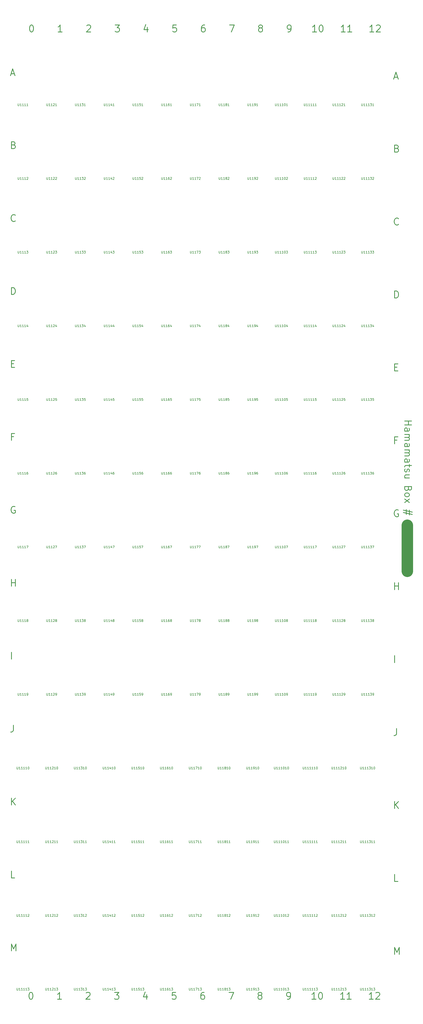
<source format=gto>
G04 #@! TF.FileFunction,Legend,Top*
%FSLAX46Y46*%
G04 Gerber Fmt 4.6, Leading zero omitted, Abs format (unit mm)*
G04 Created by KiCad (PCBNEW 4.0.2-4+6225~38~ubuntu14.04.1-stable) date Mon 16 May 2016 16:09:22 BST*
%MOMM*%
G01*
G04 APERTURE LIST*
%ADD10C,0.100000*%
%ADD11C,5.000000*%
%ADD12C,0.300000*%
%ADD13C,0.150000*%
G04 APERTURE END LIST*
D10*
D11*
X186750000Y-230250000D02*
X186750000Y-250250000D01*
D12*
X185642857Y-185035715D02*
X188642857Y-185035715D01*
X187214286Y-185035715D02*
X187214286Y-186750000D01*
X185642857Y-186750000D02*
X188642857Y-186750000D01*
X185642857Y-189464286D02*
X187214286Y-189464286D01*
X187500000Y-189321429D01*
X187642857Y-189035715D01*
X187642857Y-188464286D01*
X187500000Y-188178572D01*
X185785714Y-189464286D02*
X185642857Y-189178572D01*
X185642857Y-188464286D01*
X185785714Y-188178572D01*
X186071429Y-188035715D01*
X186357143Y-188035715D01*
X186642857Y-188178572D01*
X186785714Y-188464286D01*
X186785714Y-189178572D01*
X186928571Y-189464286D01*
X185642857Y-190892858D02*
X187642857Y-190892858D01*
X187357143Y-190892858D02*
X187500000Y-191035715D01*
X187642857Y-191321429D01*
X187642857Y-191750001D01*
X187500000Y-192035715D01*
X187214286Y-192178572D01*
X185642857Y-192178572D01*
X187214286Y-192178572D02*
X187500000Y-192321429D01*
X187642857Y-192607143D01*
X187642857Y-193035715D01*
X187500000Y-193321429D01*
X187214286Y-193464286D01*
X185642857Y-193464286D01*
X185642857Y-196178572D02*
X187214286Y-196178572D01*
X187500000Y-196035715D01*
X187642857Y-195750001D01*
X187642857Y-195178572D01*
X187500000Y-194892858D01*
X185785714Y-196178572D02*
X185642857Y-195892858D01*
X185642857Y-195178572D01*
X185785714Y-194892858D01*
X186071429Y-194750001D01*
X186357143Y-194750001D01*
X186642857Y-194892858D01*
X186785714Y-195178572D01*
X186785714Y-195892858D01*
X186928571Y-196178572D01*
X185642857Y-197607144D02*
X187642857Y-197607144D01*
X187357143Y-197607144D02*
X187500000Y-197750001D01*
X187642857Y-198035715D01*
X187642857Y-198464287D01*
X187500000Y-198750001D01*
X187214286Y-198892858D01*
X185642857Y-198892858D01*
X187214286Y-198892858D02*
X187500000Y-199035715D01*
X187642857Y-199321429D01*
X187642857Y-199750001D01*
X187500000Y-200035715D01*
X187214286Y-200178572D01*
X185642857Y-200178572D01*
X185642857Y-202892858D02*
X187214286Y-202892858D01*
X187500000Y-202750001D01*
X187642857Y-202464287D01*
X187642857Y-201892858D01*
X187500000Y-201607144D01*
X185785714Y-202892858D02*
X185642857Y-202607144D01*
X185642857Y-201892858D01*
X185785714Y-201607144D01*
X186071429Y-201464287D01*
X186357143Y-201464287D01*
X186642857Y-201607144D01*
X186785714Y-201892858D01*
X186785714Y-202607144D01*
X186928571Y-202892858D01*
X187642857Y-203892858D02*
X187642857Y-205035715D01*
X188642857Y-204321430D02*
X186071429Y-204321430D01*
X185785714Y-204464287D01*
X185642857Y-204750001D01*
X185642857Y-205035715D01*
X185785714Y-205892859D02*
X185642857Y-206178573D01*
X185642857Y-206750001D01*
X185785714Y-207035716D01*
X186071429Y-207178573D01*
X186214286Y-207178573D01*
X186500000Y-207035716D01*
X186642857Y-206750001D01*
X186642857Y-206321430D01*
X186785714Y-206035716D01*
X187071429Y-205892859D01*
X187214286Y-205892859D01*
X187500000Y-206035716D01*
X187642857Y-206321430D01*
X187642857Y-206750001D01*
X187500000Y-207035716D01*
X187642857Y-209750001D02*
X185642857Y-209750001D01*
X187642857Y-208464287D02*
X186071429Y-208464287D01*
X185785714Y-208607144D01*
X185642857Y-208892858D01*
X185642857Y-209321430D01*
X185785714Y-209607144D01*
X185928571Y-209750001D01*
X187214286Y-214464287D02*
X187071429Y-214892858D01*
X186928571Y-215035715D01*
X186642857Y-215178572D01*
X186214286Y-215178572D01*
X185928571Y-215035715D01*
X185785714Y-214892858D01*
X185642857Y-214607144D01*
X185642857Y-213464287D01*
X188642857Y-213464287D01*
X188642857Y-214464287D01*
X188500000Y-214750001D01*
X188357143Y-214892858D01*
X188071429Y-215035715D01*
X187785714Y-215035715D01*
X187500000Y-214892858D01*
X187357143Y-214750001D01*
X187214286Y-214464287D01*
X187214286Y-213464287D01*
X185642857Y-216892858D02*
X185785714Y-216607144D01*
X185928571Y-216464287D01*
X186214286Y-216321430D01*
X187071429Y-216321430D01*
X187357143Y-216464287D01*
X187500000Y-216607144D01*
X187642857Y-216892858D01*
X187642857Y-217321430D01*
X187500000Y-217607144D01*
X187357143Y-217750001D01*
X187071429Y-217892858D01*
X186214286Y-217892858D01*
X185928571Y-217750001D01*
X185785714Y-217607144D01*
X185642857Y-217321430D01*
X185642857Y-216892858D01*
X185642857Y-218892858D02*
X187642857Y-220464287D01*
X187642857Y-218892858D02*
X185642857Y-220464287D01*
X187642857Y-223750001D02*
X187642857Y-225892858D01*
X188928571Y-224607143D02*
X185071429Y-223750001D01*
X186357143Y-225607143D02*
X186357143Y-223464286D01*
X185071429Y-224750001D02*
X188928571Y-225607143D01*
X181250001Y-416607135D02*
X181250001Y-413607135D01*
X182250001Y-415749992D01*
X183250001Y-413607135D01*
X183250001Y-416607135D01*
X182678572Y-384940469D02*
X181250001Y-384940469D01*
X181250001Y-381940469D01*
X181250001Y-353273803D02*
X181250001Y-350273803D01*
X182964286Y-353273803D02*
X181678572Y-351559517D01*
X182964286Y-350273803D02*
X181250001Y-351988089D01*
X182107144Y-318607137D02*
X182107144Y-320749994D01*
X181964286Y-321178565D01*
X181678572Y-321464280D01*
X181250001Y-321607137D01*
X180964286Y-321607137D01*
X181250001Y-289940471D02*
X181250001Y-286940471D01*
X181250001Y-258273805D02*
X181250001Y-255273805D01*
X181250001Y-256702376D02*
X182964286Y-256702376D01*
X182964286Y-258273805D02*
X182964286Y-255273805D01*
X182821429Y-223749996D02*
X182535715Y-223607139D01*
X182107144Y-223607139D01*
X181678572Y-223749996D01*
X181392858Y-224035710D01*
X181250001Y-224321425D01*
X181107144Y-224892853D01*
X181107144Y-225321425D01*
X181250001Y-225892853D01*
X181392858Y-226178567D01*
X181678572Y-226464282D01*
X182107144Y-226607139D01*
X182392858Y-226607139D01*
X182821429Y-226464282D01*
X182964286Y-226321425D01*
X182964286Y-225321425D01*
X182392858Y-225321425D01*
X182250001Y-193369044D02*
X181250001Y-193369044D01*
X181250001Y-194940473D02*
X181250001Y-191940473D01*
X182678572Y-191940473D01*
X181250001Y-161702378D02*
X182250001Y-161702378D01*
X182678572Y-163273807D02*
X181250001Y-163273807D01*
X181250001Y-160273807D01*
X182678572Y-160273807D01*
X181250001Y-131607141D02*
X181250001Y-128607141D01*
X181964286Y-128607141D01*
X182392858Y-128749998D01*
X182678572Y-129035712D01*
X182821429Y-129321427D01*
X182964286Y-129892855D01*
X182964286Y-130321427D01*
X182821429Y-130892855D01*
X182678572Y-131178569D01*
X182392858Y-131464284D01*
X181964286Y-131607141D01*
X181250001Y-131607141D01*
X182964286Y-99654761D02*
X182821429Y-99797618D01*
X182392858Y-99940475D01*
X182107144Y-99940475D01*
X181678572Y-99797618D01*
X181392858Y-99511903D01*
X181250001Y-99226189D01*
X181107144Y-98654761D01*
X181107144Y-98226189D01*
X181250001Y-97654761D01*
X181392858Y-97369046D01*
X181678572Y-97083332D01*
X182107144Y-96940475D01*
X182392858Y-96940475D01*
X182821429Y-97083332D01*
X182964286Y-97226189D01*
X182250001Y-66702380D02*
X182678572Y-66845237D01*
X182821429Y-66988095D01*
X182964286Y-67273809D01*
X182964286Y-67702380D01*
X182821429Y-67988095D01*
X182678572Y-68130952D01*
X182392858Y-68273809D01*
X181250001Y-68273809D01*
X181250001Y-65273809D01*
X182250001Y-65273809D01*
X182535715Y-65416666D01*
X182678572Y-65559523D01*
X182821429Y-65845237D01*
X182821429Y-66130952D01*
X182678572Y-66416666D01*
X182535715Y-66559523D01*
X182250001Y-66702380D01*
X181250001Y-66702380D01*
X181107144Y-35750000D02*
X182535715Y-35750000D01*
X180821429Y-36607143D02*
X181821429Y-33607143D01*
X182821429Y-36607143D01*
X171928567Y-436107143D02*
X170214282Y-436107143D01*
X171071424Y-436107143D02*
X171071424Y-433107143D01*
X170785710Y-433535714D01*
X170499996Y-433821429D01*
X170214282Y-433964286D01*
X173071425Y-433392857D02*
X173214282Y-433250000D01*
X173499996Y-433107143D01*
X174214282Y-433107143D01*
X174499996Y-433250000D01*
X174642853Y-433392857D01*
X174785710Y-433678571D01*
X174785710Y-433964286D01*
X174642853Y-434392857D01*
X172928567Y-436107143D01*
X174785710Y-436107143D01*
X159470234Y-436107143D02*
X157755949Y-436107143D01*
X158613091Y-436107143D02*
X158613091Y-433107143D01*
X158327377Y-433535714D01*
X158041663Y-433821429D01*
X157755949Y-433964286D01*
X162327377Y-436107143D02*
X160613092Y-436107143D01*
X161470234Y-436107143D02*
X161470234Y-433107143D01*
X161184520Y-433535714D01*
X160898806Y-433821429D01*
X160613092Y-433964286D01*
X147011901Y-436107143D02*
X145297616Y-436107143D01*
X146154758Y-436107143D02*
X146154758Y-433107143D01*
X145869044Y-433535714D01*
X145583330Y-433821429D01*
X145297616Y-433964286D01*
X148869044Y-433107143D02*
X149154759Y-433107143D01*
X149440473Y-433250000D01*
X149583330Y-433392857D01*
X149726187Y-433678571D01*
X149869044Y-434250000D01*
X149869044Y-434964286D01*
X149726187Y-435535714D01*
X149583330Y-435821429D01*
X149440473Y-435964286D01*
X149154759Y-436107143D01*
X148869044Y-436107143D01*
X148583330Y-435964286D01*
X148440473Y-435821429D01*
X148297616Y-435535714D01*
X148154759Y-434964286D01*
X148154759Y-434250000D01*
X148297616Y-433678571D01*
X148440473Y-433392857D01*
X148583330Y-433250000D01*
X148869044Y-433107143D01*
X134553569Y-436107143D02*
X135124997Y-436107143D01*
X135410712Y-435964286D01*
X135553569Y-435821429D01*
X135839283Y-435392857D01*
X135982140Y-434821429D01*
X135982140Y-433678571D01*
X135839283Y-433392857D01*
X135696426Y-433250000D01*
X135410712Y-433107143D01*
X134839283Y-433107143D01*
X134553569Y-433250000D01*
X134410712Y-433392857D01*
X134267855Y-433678571D01*
X134267855Y-434392857D01*
X134410712Y-434678571D01*
X134553569Y-434821429D01*
X134839283Y-434964286D01*
X135410712Y-434964286D01*
X135696426Y-434821429D01*
X135839283Y-434678571D01*
X135982140Y-434392857D01*
X122380950Y-434392857D02*
X122095236Y-434250000D01*
X121952379Y-434107143D01*
X121809522Y-433821429D01*
X121809522Y-433678571D01*
X121952379Y-433392857D01*
X122095236Y-433250000D01*
X122380950Y-433107143D01*
X122952379Y-433107143D01*
X123238093Y-433250000D01*
X123380950Y-433392857D01*
X123523807Y-433678571D01*
X123523807Y-433821429D01*
X123380950Y-434107143D01*
X123238093Y-434250000D01*
X122952379Y-434392857D01*
X122380950Y-434392857D01*
X122095236Y-434535714D01*
X121952379Y-434678571D01*
X121809522Y-434964286D01*
X121809522Y-435535714D01*
X121952379Y-435821429D01*
X122095236Y-435964286D01*
X122380950Y-436107143D01*
X122952379Y-436107143D01*
X123238093Y-435964286D01*
X123380950Y-435821429D01*
X123523807Y-435535714D01*
X123523807Y-434964286D01*
X123380950Y-434678571D01*
X123238093Y-434535714D01*
X122952379Y-434392857D01*
X109208331Y-433107143D02*
X111208331Y-433107143D01*
X109922617Y-436107143D01*
X98321427Y-433107143D02*
X97749998Y-433107143D01*
X97464284Y-433250000D01*
X97321427Y-433392857D01*
X97035713Y-433821429D01*
X96892856Y-434392857D01*
X96892856Y-435535714D01*
X97035713Y-435821429D01*
X97178570Y-435964286D01*
X97464284Y-436107143D01*
X98035713Y-436107143D01*
X98321427Y-435964286D01*
X98464284Y-435821429D01*
X98607141Y-435535714D01*
X98607141Y-434821429D01*
X98464284Y-434535714D01*
X98321427Y-434392857D01*
X98035713Y-434250000D01*
X97464284Y-434250000D01*
X97178570Y-434392857D01*
X97035713Y-434535714D01*
X96892856Y-434821429D01*
X86005951Y-433107143D02*
X84577380Y-433107143D01*
X84434523Y-434535714D01*
X84577380Y-434392857D01*
X84863094Y-434250000D01*
X85577380Y-434250000D01*
X85863094Y-434392857D01*
X86005951Y-434535714D01*
X86148808Y-434821429D01*
X86148808Y-435535714D01*
X86005951Y-435821429D01*
X85863094Y-435964286D01*
X85577380Y-436107143D01*
X84863094Y-436107143D01*
X84577380Y-435964286D01*
X84434523Y-435821429D01*
X73404761Y-434107143D02*
X73404761Y-436107143D01*
X72690475Y-432964286D02*
X71976190Y-435107143D01*
X73833332Y-435107143D01*
X59374999Y-433107143D02*
X61232142Y-433107143D01*
X60232142Y-434250000D01*
X60660714Y-434250000D01*
X60946428Y-434392857D01*
X61089285Y-434535714D01*
X61232142Y-434821429D01*
X61232142Y-435535714D01*
X61089285Y-435821429D01*
X60946428Y-435964286D01*
X60660714Y-436107143D01*
X59803571Y-436107143D01*
X59517857Y-435964286D01*
X59374999Y-435821429D01*
X47059524Y-433392857D02*
X47202381Y-433250000D01*
X47488095Y-433107143D01*
X48202381Y-433107143D01*
X48488095Y-433250000D01*
X48630952Y-433392857D01*
X48773809Y-433678571D01*
X48773809Y-433964286D01*
X48630952Y-434392857D01*
X46916666Y-436107143D01*
X48773809Y-436107143D01*
X36315476Y-436107143D02*
X34601191Y-436107143D01*
X35458333Y-436107143D02*
X35458333Y-433107143D01*
X35172619Y-433535714D01*
X34886905Y-433821429D01*
X34601191Y-433964286D01*
X22857143Y-433107143D02*
X23142858Y-433107143D01*
X23428572Y-433250000D01*
X23571429Y-433392857D01*
X23714286Y-433678571D01*
X23857143Y-434250000D01*
X23857143Y-434964286D01*
X23714286Y-435535714D01*
X23571429Y-435821429D01*
X23428572Y-435964286D01*
X23142858Y-436107143D01*
X22857143Y-436107143D01*
X22571429Y-435964286D01*
X22428572Y-435821429D01*
X22285715Y-435535714D01*
X22142858Y-434964286D01*
X22142858Y-434250000D01*
X22285715Y-433678571D01*
X22428572Y-433392857D01*
X22571429Y-433250000D01*
X22857143Y-433107143D01*
X172178567Y-16107143D02*
X170464282Y-16107143D01*
X171321424Y-16107143D02*
X171321424Y-13107143D01*
X171035710Y-13535714D01*
X170749996Y-13821429D01*
X170464282Y-13964286D01*
X173321425Y-13392857D02*
X173464282Y-13250000D01*
X173749996Y-13107143D01*
X174464282Y-13107143D01*
X174749996Y-13250000D01*
X174892853Y-13392857D01*
X175035710Y-13678571D01*
X175035710Y-13964286D01*
X174892853Y-14392857D01*
X173178567Y-16107143D01*
X175035710Y-16107143D01*
X159720234Y-16107143D02*
X158005949Y-16107143D01*
X158863091Y-16107143D02*
X158863091Y-13107143D01*
X158577377Y-13535714D01*
X158291663Y-13821429D01*
X158005949Y-13964286D01*
X162577377Y-16107143D02*
X160863092Y-16107143D01*
X161720234Y-16107143D02*
X161720234Y-13107143D01*
X161434520Y-13535714D01*
X161148806Y-13821429D01*
X160863092Y-13964286D01*
X147261901Y-16107143D02*
X145547616Y-16107143D01*
X146404758Y-16107143D02*
X146404758Y-13107143D01*
X146119044Y-13535714D01*
X145833330Y-13821429D01*
X145547616Y-13964286D01*
X149119044Y-13107143D02*
X149404759Y-13107143D01*
X149690473Y-13250000D01*
X149833330Y-13392857D01*
X149976187Y-13678571D01*
X150119044Y-14250000D01*
X150119044Y-14964286D01*
X149976187Y-15535714D01*
X149833330Y-15821429D01*
X149690473Y-15964286D01*
X149404759Y-16107143D01*
X149119044Y-16107143D01*
X148833330Y-15964286D01*
X148690473Y-15821429D01*
X148547616Y-15535714D01*
X148404759Y-14964286D01*
X148404759Y-14250000D01*
X148547616Y-13678571D01*
X148690473Y-13392857D01*
X148833330Y-13250000D01*
X149119044Y-13107143D01*
X134803569Y-16107143D02*
X135374997Y-16107143D01*
X135660712Y-15964286D01*
X135803569Y-15821429D01*
X136089283Y-15392857D01*
X136232140Y-14821429D01*
X136232140Y-13678571D01*
X136089283Y-13392857D01*
X135946426Y-13250000D01*
X135660712Y-13107143D01*
X135089283Y-13107143D01*
X134803569Y-13250000D01*
X134660712Y-13392857D01*
X134517855Y-13678571D01*
X134517855Y-14392857D01*
X134660712Y-14678571D01*
X134803569Y-14821429D01*
X135089283Y-14964286D01*
X135660712Y-14964286D01*
X135946426Y-14821429D01*
X136089283Y-14678571D01*
X136232140Y-14392857D01*
X122630950Y-14392857D02*
X122345236Y-14250000D01*
X122202379Y-14107143D01*
X122059522Y-13821429D01*
X122059522Y-13678571D01*
X122202379Y-13392857D01*
X122345236Y-13250000D01*
X122630950Y-13107143D01*
X123202379Y-13107143D01*
X123488093Y-13250000D01*
X123630950Y-13392857D01*
X123773807Y-13678571D01*
X123773807Y-13821429D01*
X123630950Y-14107143D01*
X123488093Y-14250000D01*
X123202379Y-14392857D01*
X122630950Y-14392857D01*
X122345236Y-14535714D01*
X122202379Y-14678571D01*
X122059522Y-14964286D01*
X122059522Y-15535714D01*
X122202379Y-15821429D01*
X122345236Y-15964286D01*
X122630950Y-16107143D01*
X123202379Y-16107143D01*
X123488093Y-15964286D01*
X123630950Y-15821429D01*
X123773807Y-15535714D01*
X123773807Y-14964286D01*
X123630950Y-14678571D01*
X123488093Y-14535714D01*
X123202379Y-14392857D01*
X109458331Y-13107143D02*
X111458331Y-13107143D01*
X110172617Y-16107143D01*
X98571427Y-13107143D02*
X97999998Y-13107143D01*
X97714284Y-13250000D01*
X97571427Y-13392857D01*
X97285713Y-13821429D01*
X97142856Y-14392857D01*
X97142856Y-15535714D01*
X97285713Y-15821429D01*
X97428570Y-15964286D01*
X97714284Y-16107143D01*
X98285713Y-16107143D01*
X98571427Y-15964286D01*
X98714284Y-15821429D01*
X98857141Y-15535714D01*
X98857141Y-14821429D01*
X98714284Y-14535714D01*
X98571427Y-14392857D01*
X98285713Y-14250000D01*
X97714284Y-14250000D01*
X97428570Y-14392857D01*
X97285713Y-14535714D01*
X97142856Y-14821429D01*
X86255951Y-13107143D02*
X84827380Y-13107143D01*
X84684523Y-14535714D01*
X84827380Y-14392857D01*
X85113094Y-14250000D01*
X85827380Y-14250000D01*
X86113094Y-14392857D01*
X86255951Y-14535714D01*
X86398808Y-14821429D01*
X86398808Y-15535714D01*
X86255951Y-15821429D01*
X86113094Y-15964286D01*
X85827380Y-16107143D01*
X85113094Y-16107143D01*
X84827380Y-15964286D01*
X84684523Y-15821429D01*
X73654761Y-14107143D02*
X73654761Y-16107143D01*
X72940475Y-12964286D02*
X72226190Y-15107143D01*
X74083332Y-15107143D01*
X59624999Y-13107143D02*
X61482142Y-13107143D01*
X60482142Y-14250000D01*
X60910714Y-14250000D01*
X61196428Y-14392857D01*
X61339285Y-14535714D01*
X61482142Y-14821429D01*
X61482142Y-15535714D01*
X61339285Y-15821429D01*
X61196428Y-15964286D01*
X60910714Y-16107143D01*
X60053571Y-16107143D01*
X59767857Y-15964286D01*
X59624999Y-15821429D01*
X47309524Y-13392857D02*
X47452381Y-13250000D01*
X47738095Y-13107143D01*
X48452381Y-13107143D01*
X48738095Y-13250000D01*
X48880952Y-13392857D01*
X49023809Y-13678571D01*
X49023809Y-13964286D01*
X48880952Y-14392857D01*
X47166666Y-16107143D01*
X49023809Y-16107143D01*
X36565476Y-16107143D02*
X34851191Y-16107143D01*
X35708333Y-16107143D02*
X35708333Y-13107143D01*
X35422619Y-13535714D01*
X35136905Y-13821429D01*
X34851191Y-13964286D01*
X23107143Y-13107143D02*
X23392858Y-13107143D01*
X23678572Y-13250000D01*
X23821429Y-13392857D01*
X23964286Y-13678571D01*
X24107143Y-14250000D01*
X24107143Y-14964286D01*
X23964286Y-15535714D01*
X23821429Y-15821429D01*
X23678572Y-15964286D01*
X23392858Y-16107143D01*
X23107143Y-16107143D01*
X22821429Y-15964286D01*
X22678572Y-15821429D01*
X22535715Y-15535714D01*
X22392858Y-14964286D01*
X22392858Y-14250000D01*
X22535715Y-13678571D01*
X22678572Y-13392857D01*
X22821429Y-13250000D01*
X23107143Y-13107143D01*
X14500001Y-415107135D02*
X14500001Y-412107135D01*
X15500001Y-414249992D01*
X16500001Y-412107135D01*
X16500001Y-415107135D01*
X15928572Y-383440469D02*
X14500001Y-383440469D01*
X14500001Y-380440469D01*
X14500001Y-351773803D02*
X14500001Y-348773803D01*
X16214286Y-351773803D02*
X14928572Y-350059517D01*
X16214286Y-348773803D02*
X14500001Y-350488089D01*
X15357144Y-317107137D02*
X15357144Y-319249994D01*
X15214286Y-319678565D01*
X14928572Y-319964280D01*
X14500001Y-320107137D01*
X14214286Y-320107137D01*
X14500001Y-288440471D02*
X14500001Y-285440471D01*
X14500001Y-256773805D02*
X14500001Y-253773805D01*
X14500001Y-255202376D02*
X16214286Y-255202376D01*
X16214286Y-256773805D02*
X16214286Y-253773805D01*
X16071429Y-222249996D02*
X15785715Y-222107139D01*
X15357144Y-222107139D01*
X14928572Y-222249996D01*
X14642858Y-222535710D01*
X14500001Y-222821425D01*
X14357144Y-223392853D01*
X14357144Y-223821425D01*
X14500001Y-224392853D01*
X14642858Y-224678567D01*
X14928572Y-224964282D01*
X15357144Y-225107139D01*
X15642858Y-225107139D01*
X16071429Y-224964282D01*
X16214286Y-224821425D01*
X16214286Y-223821425D01*
X15642858Y-223821425D01*
X15500001Y-191869044D02*
X14500001Y-191869044D01*
X14500001Y-193440473D02*
X14500001Y-190440473D01*
X15928572Y-190440473D01*
X14500001Y-160202378D02*
X15500001Y-160202378D01*
X15928572Y-161773807D02*
X14500001Y-161773807D01*
X14500001Y-158773807D01*
X15928572Y-158773807D01*
X14500001Y-130107141D02*
X14500001Y-127107141D01*
X15214286Y-127107141D01*
X15642858Y-127249998D01*
X15928572Y-127535712D01*
X16071429Y-127821427D01*
X16214286Y-128392855D01*
X16214286Y-128821427D01*
X16071429Y-129392855D01*
X15928572Y-129678569D01*
X15642858Y-129964284D01*
X15214286Y-130107141D01*
X14500001Y-130107141D01*
X16214286Y-98154761D02*
X16071429Y-98297618D01*
X15642858Y-98440475D01*
X15357144Y-98440475D01*
X14928572Y-98297618D01*
X14642858Y-98011903D01*
X14500001Y-97726189D01*
X14357144Y-97154761D01*
X14357144Y-96726189D01*
X14500001Y-96154761D01*
X14642858Y-95869046D01*
X14928572Y-95583332D01*
X15357144Y-95440475D01*
X15642858Y-95440475D01*
X16071429Y-95583332D01*
X16214286Y-95726189D01*
X15500001Y-65202380D02*
X15928572Y-65345237D01*
X16071429Y-65488095D01*
X16214286Y-65773809D01*
X16214286Y-66202380D01*
X16071429Y-66488095D01*
X15928572Y-66630952D01*
X15642858Y-66773809D01*
X14500001Y-66773809D01*
X14500001Y-63773809D01*
X15500001Y-63773809D01*
X15785715Y-63916666D01*
X15928572Y-64059523D01*
X16071429Y-64345237D01*
X16071429Y-64630952D01*
X15928572Y-64916666D01*
X15785715Y-65059523D01*
X15500001Y-65202380D01*
X14500001Y-65202380D01*
X14357144Y-34250000D02*
X15785715Y-34250000D01*
X14071429Y-35107143D02*
X15071429Y-32107143D01*
X16071429Y-35107143D01*
D13*
X166357143Y-431202381D02*
X166357143Y-432011905D01*
X166404762Y-432107143D01*
X166452381Y-432154762D01*
X166547619Y-432202381D01*
X166738096Y-432202381D01*
X166833334Y-432154762D01*
X166880953Y-432107143D01*
X166928572Y-432011905D01*
X166928572Y-431202381D01*
X167928572Y-432202381D02*
X167357143Y-432202381D01*
X167642857Y-432202381D02*
X167642857Y-431202381D01*
X167547619Y-431345238D01*
X167452381Y-431440476D01*
X167357143Y-431488095D01*
X168880953Y-432202381D02*
X168309524Y-432202381D01*
X168595238Y-432202381D02*
X168595238Y-431202381D01*
X168500000Y-431345238D01*
X168404762Y-431440476D01*
X168309524Y-431488095D01*
X169833334Y-432202381D02*
X169261905Y-432202381D01*
X169547619Y-432202381D02*
X169547619Y-431202381D01*
X169452381Y-431345238D01*
X169357143Y-431440476D01*
X169261905Y-431488095D01*
X170166667Y-431202381D02*
X170785715Y-431202381D01*
X170452381Y-431583333D01*
X170595239Y-431583333D01*
X170690477Y-431630952D01*
X170738096Y-431678571D01*
X170785715Y-431773810D01*
X170785715Y-432011905D01*
X170738096Y-432107143D01*
X170690477Y-432154762D01*
X170595239Y-432202381D01*
X170309524Y-432202381D01*
X170214286Y-432154762D01*
X170166667Y-432107143D01*
X171738096Y-432202381D02*
X171166667Y-432202381D01*
X171452381Y-432202381D02*
X171452381Y-431202381D01*
X171357143Y-431345238D01*
X171261905Y-431440476D01*
X171166667Y-431488095D01*
X172071429Y-431202381D02*
X172690477Y-431202381D01*
X172357143Y-431583333D01*
X172500001Y-431583333D01*
X172595239Y-431630952D01*
X172642858Y-431678571D01*
X172690477Y-431773810D01*
X172690477Y-432011905D01*
X172642858Y-432107143D01*
X172595239Y-432154762D01*
X172500001Y-432202381D01*
X172214286Y-432202381D01*
X172119048Y-432154762D01*
X172071429Y-432107143D01*
X153857143Y-431202381D02*
X153857143Y-432011905D01*
X153904762Y-432107143D01*
X153952381Y-432154762D01*
X154047619Y-432202381D01*
X154238096Y-432202381D01*
X154333334Y-432154762D01*
X154380953Y-432107143D01*
X154428572Y-432011905D01*
X154428572Y-431202381D01*
X155428572Y-432202381D02*
X154857143Y-432202381D01*
X155142857Y-432202381D02*
X155142857Y-431202381D01*
X155047619Y-431345238D01*
X154952381Y-431440476D01*
X154857143Y-431488095D01*
X156380953Y-432202381D02*
X155809524Y-432202381D01*
X156095238Y-432202381D02*
X156095238Y-431202381D01*
X156000000Y-431345238D01*
X155904762Y-431440476D01*
X155809524Y-431488095D01*
X157333334Y-432202381D02*
X156761905Y-432202381D01*
X157047619Y-432202381D02*
X157047619Y-431202381D01*
X156952381Y-431345238D01*
X156857143Y-431440476D01*
X156761905Y-431488095D01*
X157714286Y-431297619D02*
X157761905Y-431250000D01*
X157857143Y-431202381D01*
X158095239Y-431202381D01*
X158190477Y-431250000D01*
X158238096Y-431297619D01*
X158285715Y-431392857D01*
X158285715Y-431488095D01*
X158238096Y-431630952D01*
X157666667Y-432202381D01*
X158285715Y-432202381D01*
X159238096Y-432202381D02*
X158666667Y-432202381D01*
X158952381Y-432202381D02*
X158952381Y-431202381D01*
X158857143Y-431345238D01*
X158761905Y-431440476D01*
X158666667Y-431488095D01*
X159571429Y-431202381D02*
X160190477Y-431202381D01*
X159857143Y-431583333D01*
X160000001Y-431583333D01*
X160095239Y-431630952D01*
X160142858Y-431678571D01*
X160190477Y-431773810D01*
X160190477Y-432011905D01*
X160142858Y-432107143D01*
X160095239Y-432154762D01*
X160000001Y-432202381D01*
X159714286Y-432202381D01*
X159619048Y-432154762D01*
X159571429Y-432107143D01*
X141357143Y-431202381D02*
X141357143Y-432011905D01*
X141404762Y-432107143D01*
X141452381Y-432154762D01*
X141547619Y-432202381D01*
X141738096Y-432202381D01*
X141833334Y-432154762D01*
X141880953Y-432107143D01*
X141928572Y-432011905D01*
X141928572Y-431202381D01*
X142928572Y-432202381D02*
X142357143Y-432202381D01*
X142642857Y-432202381D02*
X142642857Y-431202381D01*
X142547619Y-431345238D01*
X142452381Y-431440476D01*
X142357143Y-431488095D01*
X143880953Y-432202381D02*
X143309524Y-432202381D01*
X143595238Y-432202381D02*
X143595238Y-431202381D01*
X143500000Y-431345238D01*
X143404762Y-431440476D01*
X143309524Y-431488095D01*
X144833334Y-432202381D02*
X144261905Y-432202381D01*
X144547619Y-432202381D02*
X144547619Y-431202381D01*
X144452381Y-431345238D01*
X144357143Y-431440476D01*
X144261905Y-431488095D01*
X145785715Y-432202381D02*
X145214286Y-432202381D01*
X145500000Y-432202381D02*
X145500000Y-431202381D01*
X145404762Y-431345238D01*
X145309524Y-431440476D01*
X145214286Y-431488095D01*
X146738096Y-432202381D02*
X146166667Y-432202381D01*
X146452381Y-432202381D02*
X146452381Y-431202381D01*
X146357143Y-431345238D01*
X146261905Y-431440476D01*
X146166667Y-431488095D01*
X147071429Y-431202381D02*
X147690477Y-431202381D01*
X147357143Y-431583333D01*
X147500001Y-431583333D01*
X147595239Y-431630952D01*
X147642858Y-431678571D01*
X147690477Y-431773810D01*
X147690477Y-432011905D01*
X147642858Y-432107143D01*
X147595239Y-432154762D01*
X147500001Y-432202381D01*
X147214286Y-432202381D01*
X147119048Y-432154762D01*
X147071429Y-432107143D01*
X128857143Y-431202381D02*
X128857143Y-432011905D01*
X128904762Y-432107143D01*
X128952381Y-432154762D01*
X129047619Y-432202381D01*
X129238096Y-432202381D01*
X129333334Y-432154762D01*
X129380953Y-432107143D01*
X129428572Y-432011905D01*
X129428572Y-431202381D01*
X130428572Y-432202381D02*
X129857143Y-432202381D01*
X130142857Y-432202381D02*
X130142857Y-431202381D01*
X130047619Y-431345238D01*
X129952381Y-431440476D01*
X129857143Y-431488095D01*
X131380953Y-432202381D02*
X130809524Y-432202381D01*
X131095238Y-432202381D02*
X131095238Y-431202381D01*
X131000000Y-431345238D01*
X130904762Y-431440476D01*
X130809524Y-431488095D01*
X132333334Y-432202381D02*
X131761905Y-432202381D01*
X132047619Y-432202381D02*
X132047619Y-431202381D01*
X131952381Y-431345238D01*
X131857143Y-431440476D01*
X131761905Y-431488095D01*
X132952381Y-431202381D02*
X133047620Y-431202381D01*
X133142858Y-431250000D01*
X133190477Y-431297619D01*
X133238096Y-431392857D01*
X133285715Y-431583333D01*
X133285715Y-431821429D01*
X133238096Y-432011905D01*
X133190477Y-432107143D01*
X133142858Y-432154762D01*
X133047620Y-432202381D01*
X132952381Y-432202381D01*
X132857143Y-432154762D01*
X132809524Y-432107143D01*
X132761905Y-432011905D01*
X132714286Y-431821429D01*
X132714286Y-431583333D01*
X132761905Y-431392857D01*
X132809524Y-431297619D01*
X132857143Y-431250000D01*
X132952381Y-431202381D01*
X134238096Y-432202381D02*
X133666667Y-432202381D01*
X133952381Y-432202381D02*
X133952381Y-431202381D01*
X133857143Y-431345238D01*
X133761905Y-431440476D01*
X133666667Y-431488095D01*
X134571429Y-431202381D02*
X135190477Y-431202381D01*
X134857143Y-431583333D01*
X135000001Y-431583333D01*
X135095239Y-431630952D01*
X135142858Y-431678571D01*
X135190477Y-431773810D01*
X135190477Y-432011905D01*
X135142858Y-432107143D01*
X135095239Y-432154762D01*
X135000001Y-432202381D01*
X134714286Y-432202381D01*
X134619048Y-432154762D01*
X134571429Y-432107143D01*
X116833333Y-431202381D02*
X116833333Y-432011905D01*
X116880952Y-432107143D01*
X116928571Y-432154762D01*
X117023809Y-432202381D01*
X117214286Y-432202381D01*
X117309524Y-432154762D01*
X117357143Y-432107143D01*
X117404762Y-432011905D01*
X117404762Y-431202381D01*
X118404762Y-432202381D02*
X117833333Y-432202381D01*
X118119047Y-432202381D02*
X118119047Y-431202381D01*
X118023809Y-431345238D01*
X117928571Y-431440476D01*
X117833333Y-431488095D01*
X119357143Y-432202381D02*
X118785714Y-432202381D01*
X119071428Y-432202381D02*
X119071428Y-431202381D01*
X118976190Y-431345238D01*
X118880952Y-431440476D01*
X118785714Y-431488095D01*
X119833333Y-432202381D02*
X120023809Y-432202381D01*
X120119048Y-432154762D01*
X120166667Y-432107143D01*
X120261905Y-431964286D01*
X120309524Y-431773810D01*
X120309524Y-431392857D01*
X120261905Y-431297619D01*
X120214286Y-431250000D01*
X120119048Y-431202381D01*
X119928571Y-431202381D01*
X119833333Y-431250000D01*
X119785714Y-431297619D01*
X119738095Y-431392857D01*
X119738095Y-431630952D01*
X119785714Y-431726190D01*
X119833333Y-431773810D01*
X119928571Y-431821429D01*
X120119048Y-431821429D01*
X120214286Y-431773810D01*
X120261905Y-431726190D01*
X120309524Y-431630952D01*
X121261905Y-432202381D02*
X120690476Y-432202381D01*
X120976190Y-432202381D02*
X120976190Y-431202381D01*
X120880952Y-431345238D01*
X120785714Y-431440476D01*
X120690476Y-431488095D01*
X121595238Y-431202381D02*
X122214286Y-431202381D01*
X121880952Y-431583333D01*
X122023810Y-431583333D01*
X122119048Y-431630952D01*
X122166667Y-431678571D01*
X122214286Y-431773810D01*
X122214286Y-432011905D01*
X122166667Y-432107143D01*
X122119048Y-432154762D01*
X122023810Y-432202381D01*
X121738095Y-432202381D01*
X121642857Y-432154762D01*
X121595238Y-432107143D01*
X104333333Y-431202381D02*
X104333333Y-432011905D01*
X104380952Y-432107143D01*
X104428571Y-432154762D01*
X104523809Y-432202381D01*
X104714286Y-432202381D01*
X104809524Y-432154762D01*
X104857143Y-432107143D01*
X104904762Y-432011905D01*
X104904762Y-431202381D01*
X105904762Y-432202381D02*
X105333333Y-432202381D01*
X105619047Y-432202381D02*
X105619047Y-431202381D01*
X105523809Y-431345238D01*
X105428571Y-431440476D01*
X105333333Y-431488095D01*
X106857143Y-432202381D02*
X106285714Y-432202381D01*
X106571428Y-432202381D02*
X106571428Y-431202381D01*
X106476190Y-431345238D01*
X106380952Y-431440476D01*
X106285714Y-431488095D01*
X107428571Y-431630952D02*
X107333333Y-431583333D01*
X107285714Y-431535714D01*
X107238095Y-431440476D01*
X107238095Y-431392857D01*
X107285714Y-431297619D01*
X107333333Y-431250000D01*
X107428571Y-431202381D01*
X107619048Y-431202381D01*
X107714286Y-431250000D01*
X107761905Y-431297619D01*
X107809524Y-431392857D01*
X107809524Y-431440476D01*
X107761905Y-431535714D01*
X107714286Y-431583333D01*
X107619048Y-431630952D01*
X107428571Y-431630952D01*
X107333333Y-431678571D01*
X107285714Y-431726190D01*
X107238095Y-431821429D01*
X107238095Y-432011905D01*
X107285714Y-432107143D01*
X107333333Y-432154762D01*
X107428571Y-432202381D01*
X107619048Y-432202381D01*
X107714286Y-432154762D01*
X107761905Y-432107143D01*
X107809524Y-432011905D01*
X107809524Y-431821429D01*
X107761905Y-431726190D01*
X107714286Y-431678571D01*
X107619048Y-431630952D01*
X108761905Y-432202381D02*
X108190476Y-432202381D01*
X108476190Y-432202381D02*
X108476190Y-431202381D01*
X108380952Y-431345238D01*
X108285714Y-431440476D01*
X108190476Y-431488095D01*
X109095238Y-431202381D02*
X109714286Y-431202381D01*
X109380952Y-431583333D01*
X109523810Y-431583333D01*
X109619048Y-431630952D01*
X109666667Y-431678571D01*
X109714286Y-431773810D01*
X109714286Y-432011905D01*
X109666667Y-432107143D01*
X109619048Y-432154762D01*
X109523810Y-432202381D01*
X109238095Y-432202381D01*
X109142857Y-432154762D01*
X109095238Y-432107143D01*
X91833333Y-431202381D02*
X91833333Y-432011905D01*
X91880952Y-432107143D01*
X91928571Y-432154762D01*
X92023809Y-432202381D01*
X92214286Y-432202381D01*
X92309524Y-432154762D01*
X92357143Y-432107143D01*
X92404762Y-432011905D01*
X92404762Y-431202381D01*
X93404762Y-432202381D02*
X92833333Y-432202381D01*
X93119047Y-432202381D02*
X93119047Y-431202381D01*
X93023809Y-431345238D01*
X92928571Y-431440476D01*
X92833333Y-431488095D01*
X94357143Y-432202381D02*
X93785714Y-432202381D01*
X94071428Y-432202381D02*
X94071428Y-431202381D01*
X93976190Y-431345238D01*
X93880952Y-431440476D01*
X93785714Y-431488095D01*
X94690476Y-431202381D02*
X95357143Y-431202381D01*
X94928571Y-432202381D01*
X96261905Y-432202381D02*
X95690476Y-432202381D01*
X95976190Y-432202381D02*
X95976190Y-431202381D01*
X95880952Y-431345238D01*
X95785714Y-431440476D01*
X95690476Y-431488095D01*
X96595238Y-431202381D02*
X97214286Y-431202381D01*
X96880952Y-431583333D01*
X97023810Y-431583333D01*
X97119048Y-431630952D01*
X97166667Y-431678571D01*
X97214286Y-431773810D01*
X97214286Y-432011905D01*
X97166667Y-432107143D01*
X97119048Y-432154762D01*
X97023810Y-432202381D01*
X96738095Y-432202381D01*
X96642857Y-432154762D01*
X96595238Y-432107143D01*
X79333333Y-431202381D02*
X79333333Y-432011905D01*
X79380952Y-432107143D01*
X79428571Y-432154762D01*
X79523809Y-432202381D01*
X79714286Y-432202381D01*
X79809524Y-432154762D01*
X79857143Y-432107143D01*
X79904762Y-432011905D01*
X79904762Y-431202381D01*
X80904762Y-432202381D02*
X80333333Y-432202381D01*
X80619047Y-432202381D02*
X80619047Y-431202381D01*
X80523809Y-431345238D01*
X80428571Y-431440476D01*
X80333333Y-431488095D01*
X81857143Y-432202381D02*
X81285714Y-432202381D01*
X81571428Y-432202381D02*
X81571428Y-431202381D01*
X81476190Y-431345238D01*
X81380952Y-431440476D01*
X81285714Y-431488095D01*
X82714286Y-431202381D02*
X82523809Y-431202381D01*
X82428571Y-431250000D01*
X82380952Y-431297619D01*
X82285714Y-431440476D01*
X82238095Y-431630952D01*
X82238095Y-432011905D01*
X82285714Y-432107143D01*
X82333333Y-432154762D01*
X82428571Y-432202381D01*
X82619048Y-432202381D01*
X82714286Y-432154762D01*
X82761905Y-432107143D01*
X82809524Y-432011905D01*
X82809524Y-431773810D01*
X82761905Y-431678571D01*
X82714286Y-431630952D01*
X82619048Y-431583333D01*
X82428571Y-431583333D01*
X82333333Y-431630952D01*
X82285714Y-431678571D01*
X82238095Y-431773810D01*
X83761905Y-432202381D02*
X83190476Y-432202381D01*
X83476190Y-432202381D02*
X83476190Y-431202381D01*
X83380952Y-431345238D01*
X83285714Y-431440476D01*
X83190476Y-431488095D01*
X84095238Y-431202381D02*
X84714286Y-431202381D01*
X84380952Y-431583333D01*
X84523810Y-431583333D01*
X84619048Y-431630952D01*
X84666667Y-431678571D01*
X84714286Y-431773810D01*
X84714286Y-432011905D01*
X84666667Y-432107143D01*
X84619048Y-432154762D01*
X84523810Y-432202381D01*
X84238095Y-432202381D01*
X84142857Y-432154762D01*
X84095238Y-432107143D01*
X66833333Y-431202381D02*
X66833333Y-432011905D01*
X66880952Y-432107143D01*
X66928571Y-432154762D01*
X67023809Y-432202381D01*
X67214286Y-432202381D01*
X67309524Y-432154762D01*
X67357143Y-432107143D01*
X67404762Y-432011905D01*
X67404762Y-431202381D01*
X68404762Y-432202381D02*
X67833333Y-432202381D01*
X68119047Y-432202381D02*
X68119047Y-431202381D01*
X68023809Y-431345238D01*
X67928571Y-431440476D01*
X67833333Y-431488095D01*
X69357143Y-432202381D02*
X68785714Y-432202381D01*
X69071428Y-432202381D02*
X69071428Y-431202381D01*
X68976190Y-431345238D01*
X68880952Y-431440476D01*
X68785714Y-431488095D01*
X70261905Y-431202381D02*
X69785714Y-431202381D01*
X69738095Y-431678571D01*
X69785714Y-431630952D01*
X69880952Y-431583333D01*
X70119048Y-431583333D01*
X70214286Y-431630952D01*
X70261905Y-431678571D01*
X70309524Y-431773810D01*
X70309524Y-432011905D01*
X70261905Y-432107143D01*
X70214286Y-432154762D01*
X70119048Y-432202381D01*
X69880952Y-432202381D01*
X69785714Y-432154762D01*
X69738095Y-432107143D01*
X71261905Y-432202381D02*
X70690476Y-432202381D01*
X70976190Y-432202381D02*
X70976190Y-431202381D01*
X70880952Y-431345238D01*
X70785714Y-431440476D01*
X70690476Y-431488095D01*
X71595238Y-431202381D02*
X72214286Y-431202381D01*
X71880952Y-431583333D01*
X72023810Y-431583333D01*
X72119048Y-431630952D01*
X72166667Y-431678571D01*
X72214286Y-431773810D01*
X72214286Y-432011905D01*
X72166667Y-432107143D01*
X72119048Y-432154762D01*
X72023810Y-432202381D01*
X71738095Y-432202381D01*
X71642857Y-432154762D01*
X71595238Y-432107143D01*
X54333333Y-431202381D02*
X54333333Y-432011905D01*
X54380952Y-432107143D01*
X54428571Y-432154762D01*
X54523809Y-432202381D01*
X54714286Y-432202381D01*
X54809524Y-432154762D01*
X54857143Y-432107143D01*
X54904762Y-432011905D01*
X54904762Y-431202381D01*
X55904762Y-432202381D02*
X55333333Y-432202381D01*
X55619047Y-432202381D02*
X55619047Y-431202381D01*
X55523809Y-431345238D01*
X55428571Y-431440476D01*
X55333333Y-431488095D01*
X56857143Y-432202381D02*
X56285714Y-432202381D01*
X56571428Y-432202381D02*
X56571428Y-431202381D01*
X56476190Y-431345238D01*
X56380952Y-431440476D01*
X56285714Y-431488095D01*
X57714286Y-431535714D02*
X57714286Y-432202381D01*
X57476190Y-431154762D02*
X57238095Y-431869048D01*
X57857143Y-431869048D01*
X58761905Y-432202381D02*
X58190476Y-432202381D01*
X58476190Y-432202381D02*
X58476190Y-431202381D01*
X58380952Y-431345238D01*
X58285714Y-431440476D01*
X58190476Y-431488095D01*
X59095238Y-431202381D02*
X59714286Y-431202381D01*
X59380952Y-431583333D01*
X59523810Y-431583333D01*
X59619048Y-431630952D01*
X59666667Y-431678571D01*
X59714286Y-431773810D01*
X59714286Y-432011905D01*
X59666667Y-432107143D01*
X59619048Y-432154762D01*
X59523810Y-432202381D01*
X59238095Y-432202381D01*
X59142857Y-432154762D01*
X59095238Y-432107143D01*
X41833333Y-431202381D02*
X41833333Y-432011905D01*
X41880952Y-432107143D01*
X41928571Y-432154762D01*
X42023809Y-432202381D01*
X42214286Y-432202381D01*
X42309524Y-432154762D01*
X42357143Y-432107143D01*
X42404762Y-432011905D01*
X42404762Y-431202381D01*
X43404762Y-432202381D02*
X42833333Y-432202381D01*
X43119047Y-432202381D02*
X43119047Y-431202381D01*
X43023809Y-431345238D01*
X42928571Y-431440476D01*
X42833333Y-431488095D01*
X44357143Y-432202381D02*
X43785714Y-432202381D01*
X44071428Y-432202381D02*
X44071428Y-431202381D01*
X43976190Y-431345238D01*
X43880952Y-431440476D01*
X43785714Y-431488095D01*
X44690476Y-431202381D02*
X45309524Y-431202381D01*
X44976190Y-431583333D01*
X45119048Y-431583333D01*
X45214286Y-431630952D01*
X45261905Y-431678571D01*
X45309524Y-431773810D01*
X45309524Y-432011905D01*
X45261905Y-432107143D01*
X45214286Y-432154762D01*
X45119048Y-432202381D01*
X44833333Y-432202381D01*
X44738095Y-432154762D01*
X44690476Y-432107143D01*
X46261905Y-432202381D02*
X45690476Y-432202381D01*
X45976190Y-432202381D02*
X45976190Y-431202381D01*
X45880952Y-431345238D01*
X45785714Y-431440476D01*
X45690476Y-431488095D01*
X46595238Y-431202381D02*
X47214286Y-431202381D01*
X46880952Y-431583333D01*
X47023810Y-431583333D01*
X47119048Y-431630952D01*
X47166667Y-431678571D01*
X47214286Y-431773810D01*
X47214286Y-432011905D01*
X47166667Y-432107143D01*
X47119048Y-432154762D01*
X47023810Y-432202381D01*
X46738095Y-432202381D01*
X46642857Y-432154762D01*
X46595238Y-432107143D01*
X29333333Y-431202381D02*
X29333333Y-432011905D01*
X29380952Y-432107143D01*
X29428571Y-432154762D01*
X29523809Y-432202381D01*
X29714286Y-432202381D01*
X29809524Y-432154762D01*
X29857143Y-432107143D01*
X29904762Y-432011905D01*
X29904762Y-431202381D01*
X30904762Y-432202381D02*
X30333333Y-432202381D01*
X30619047Y-432202381D02*
X30619047Y-431202381D01*
X30523809Y-431345238D01*
X30428571Y-431440476D01*
X30333333Y-431488095D01*
X31857143Y-432202381D02*
X31285714Y-432202381D01*
X31571428Y-432202381D02*
X31571428Y-431202381D01*
X31476190Y-431345238D01*
X31380952Y-431440476D01*
X31285714Y-431488095D01*
X32238095Y-431297619D02*
X32285714Y-431250000D01*
X32380952Y-431202381D01*
X32619048Y-431202381D01*
X32714286Y-431250000D01*
X32761905Y-431297619D01*
X32809524Y-431392857D01*
X32809524Y-431488095D01*
X32761905Y-431630952D01*
X32190476Y-432202381D01*
X32809524Y-432202381D01*
X33761905Y-432202381D02*
X33190476Y-432202381D01*
X33476190Y-432202381D02*
X33476190Y-431202381D01*
X33380952Y-431345238D01*
X33285714Y-431440476D01*
X33190476Y-431488095D01*
X34095238Y-431202381D02*
X34714286Y-431202381D01*
X34380952Y-431583333D01*
X34523810Y-431583333D01*
X34619048Y-431630952D01*
X34666667Y-431678571D01*
X34714286Y-431773810D01*
X34714286Y-432011905D01*
X34666667Y-432107143D01*
X34619048Y-432154762D01*
X34523810Y-432202381D01*
X34238095Y-432202381D01*
X34142857Y-432154762D01*
X34095238Y-432107143D01*
X16833333Y-431202381D02*
X16833333Y-432011905D01*
X16880952Y-432107143D01*
X16928571Y-432154762D01*
X17023809Y-432202381D01*
X17214286Y-432202381D01*
X17309524Y-432154762D01*
X17357143Y-432107143D01*
X17404762Y-432011905D01*
X17404762Y-431202381D01*
X18404762Y-432202381D02*
X17833333Y-432202381D01*
X18119047Y-432202381D02*
X18119047Y-431202381D01*
X18023809Y-431345238D01*
X17928571Y-431440476D01*
X17833333Y-431488095D01*
X19357143Y-432202381D02*
X18785714Y-432202381D01*
X19071428Y-432202381D02*
X19071428Y-431202381D01*
X18976190Y-431345238D01*
X18880952Y-431440476D01*
X18785714Y-431488095D01*
X20309524Y-432202381D02*
X19738095Y-432202381D01*
X20023809Y-432202381D02*
X20023809Y-431202381D01*
X19928571Y-431345238D01*
X19833333Y-431440476D01*
X19738095Y-431488095D01*
X21261905Y-432202381D02*
X20690476Y-432202381D01*
X20976190Y-432202381D02*
X20976190Y-431202381D01*
X20880952Y-431345238D01*
X20785714Y-431440476D01*
X20690476Y-431488095D01*
X21595238Y-431202381D02*
X22214286Y-431202381D01*
X21880952Y-431583333D01*
X22023810Y-431583333D01*
X22119048Y-431630952D01*
X22166667Y-431678571D01*
X22214286Y-431773810D01*
X22214286Y-432011905D01*
X22166667Y-432107143D01*
X22119048Y-432154762D01*
X22023810Y-432202381D01*
X21738095Y-432202381D01*
X21642857Y-432154762D01*
X21595238Y-432107143D01*
X166357143Y-399202381D02*
X166357143Y-400011905D01*
X166404762Y-400107143D01*
X166452381Y-400154762D01*
X166547619Y-400202381D01*
X166738096Y-400202381D01*
X166833334Y-400154762D01*
X166880953Y-400107143D01*
X166928572Y-400011905D01*
X166928572Y-399202381D01*
X167928572Y-400202381D02*
X167357143Y-400202381D01*
X167642857Y-400202381D02*
X167642857Y-399202381D01*
X167547619Y-399345238D01*
X167452381Y-399440476D01*
X167357143Y-399488095D01*
X168880953Y-400202381D02*
X168309524Y-400202381D01*
X168595238Y-400202381D02*
X168595238Y-399202381D01*
X168500000Y-399345238D01*
X168404762Y-399440476D01*
X168309524Y-399488095D01*
X169833334Y-400202381D02*
X169261905Y-400202381D01*
X169547619Y-400202381D02*
X169547619Y-399202381D01*
X169452381Y-399345238D01*
X169357143Y-399440476D01*
X169261905Y-399488095D01*
X170166667Y-399202381D02*
X170785715Y-399202381D01*
X170452381Y-399583333D01*
X170595239Y-399583333D01*
X170690477Y-399630952D01*
X170738096Y-399678571D01*
X170785715Y-399773810D01*
X170785715Y-400011905D01*
X170738096Y-400107143D01*
X170690477Y-400154762D01*
X170595239Y-400202381D01*
X170309524Y-400202381D01*
X170214286Y-400154762D01*
X170166667Y-400107143D01*
X171738096Y-400202381D02*
X171166667Y-400202381D01*
X171452381Y-400202381D02*
X171452381Y-399202381D01*
X171357143Y-399345238D01*
X171261905Y-399440476D01*
X171166667Y-399488095D01*
X172119048Y-399297619D02*
X172166667Y-399250000D01*
X172261905Y-399202381D01*
X172500001Y-399202381D01*
X172595239Y-399250000D01*
X172642858Y-399297619D01*
X172690477Y-399392857D01*
X172690477Y-399488095D01*
X172642858Y-399630952D01*
X172071429Y-400202381D01*
X172690477Y-400202381D01*
X153857143Y-399202381D02*
X153857143Y-400011905D01*
X153904762Y-400107143D01*
X153952381Y-400154762D01*
X154047619Y-400202381D01*
X154238096Y-400202381D01*
X154333334Y-400154762D01*
X154380953Y-400107143D01*
X154428572Y-400011905D01*
X154428572Y-399202381D01*
X155428572Y-400202381D02*
X154857143Y-400202381D01*
X155142857Y-400202381D02*
X155142857Y-399202381D01*
X155047619Y-399345238D01*
X154952381Y-399440476D01*
X154857143Y-399488095D01*
X156380953Y-400202381D02*
X155809524Y-400202381D01*
X156095238Y-400202381D02*
X156095238Y-399202381D01*
X156000000Y-399345238D01*
X155904762Y-399440476D01*
X155809524Y-399488095D01*
X157333334Y-400202381D02*
X156761905Y-400202381D01*
X157047619Y-400202381D02*
X157047619Y-399202381D01*
X156952381Y-399345238D01*
X156857143Y-399440476D01*
X156761905Y-399488095D01*
X157714286Y-399297619D02*
X157761905Y-399250000D01*
X157857143Y-399202381D01*
X158095239Y-399202381D01*
X158190477Y-399250000D01*
X158238096Y-399297619D01*
X158285715Y-399392857D01*
X158285715Y-399488095D01*
X158238096Y-399630952D01*
X157666667Y-400202381D01*
X158285715Y-400202381D01*
X159238096Y-400202381D02*
X158666667Y-400202381D01*
X158952381Y-400202381D02*
X158952381Y-399202381D01*
X158857143Y-399345238D01*
X158761905Y-399440476D01*
X158666667Y-399488095D01*
X159619048Y-399297619D02*
X159666667Y-399250000D01*
X159761905Y-399202381D01*
X160000001Y-399202381D01*
X160095239Y-399250000D01*
X160142858Y-399297619D01*
X160190477Y-399392857D01*
X160190477Y-399488095D01*
X160142858Y-399630952D01*
X159571429Y-400202381D01*
X160190477Y-400202381D01*
X141357143Y-399202381D02*
X141357143Y-400011905D01*
X141404762Y-400107143D01*
X141452381Y-400154762D01*
X141547619Y-400202381D01*
X141738096Y-400202381D01*
X141833334Y-400154762D01*
X141880953Y-400107143D01*
X141928572Y-400011905D01*
X141928572Y-399202381D01*
X142928572Y-400202381D02*
X142357143Y-400202381D01*
X142642857Y-400202381D02*
X142642857Y-399202381D01*
X142547619Y-399345238D01*
X142452381Y-399440476D01*
X142357143Y-399488095D01*
X143880953Y-400202381D02*
X143309524Y-400202381D01*
X143595238Y-400202381D02*
X143595238Y-399202381D01*
X143500000Y-399345238D01*
X143404762Y-399440476D01*
X143309524Y-399488095D01*
X144833334Y-400202381D02*
X144261905Y-400202381D01*
X144547619Y-400202381D02*
X144547619Y-399202381D01*
X144452381Y-399345238D01*
X144357143Y-399440476D01*
X144261905Y-399488095D01*
X145785715Y-400202381D02*
X145214286Y-400202381D01*
X145500000Y-400202381D02*
X145500000Y-399202381D01*
X145404762Y-399345238D01*
X145309524Y-399440476D01*
X145214286Y-399488095D01*
X146738096Y-400202381D02*
X146166667Y-400202381D01*
X146452381Y-400202381D02*
X146452381Y-399202381D01*
X146357143Y-399345238D01*
X146261905Y-399440476D01*
X146166667Y-399488095D01*
X147119048Y-399297619D02*
X147166667Y-399250000D01*
X147261905Y-399202381D01*
X147500001Y-399202381D01*
X147595239Y-399250000D01*
X147642858Y-399297619D01*
X147690477Y-399392857D01*
X147690477Y-399488095D01*
X147642858Y-399630952D01*
X147071429Y-400202381D01*
X147690477Y-400202381D01*
X128857143Y-399202381D02*
X128857143Y-400011905D01*
X128904762Y-400107143D01*
X128952381Y-400154762D01*
X129047619Y-400202381D01*
X129238096Y-400202381D01*
X129333334Y-400154762D01*
X129380953Y-400107143D01*
X129428572Y-400011905D01*
X129428572Y-399202381D01*
X130428572Y-400202381D02*
X129857143Y-400202381D01*
X130142857Y-400202381D02*
X130142857Y-399202381D01*
X130047619Y-399345238D01*
X129952381Y-399440476D01*
X129857143Y-399488095D01*
X131380953Y-400202381D02*
X130809524Y-400202381D01*
X131095238Y-400202381D02*
X131095238Y-399202381D01*
X131000000Y-399345238D01*
X130904762Y-399440476D01*
X130809524Y-399488095D01*
X132333334Y-400202381D02*
X131761905Y-400202381D01*
X132047619Y-400202381D02*
X132047619Y-399202381D01*
X131952381Y-399345238D01*
X131857143Y-399440476D01*
X131761905Y-399488095D01*
X132952381Y-399202381D02*
X133047620Y-399202381D01*
X133142858Y-399250000D01*
X133190477Y-399297619D01*
X133238096Y-399392857D01*
X133285715Y-399583333D01*
X133285715Y-399821429D01*
X133238096Y-400011905D01*
X133190477Y-400107143D01*
X133142858Y-400154762D01*
X133047620Y-400202381D01*
X132952381Y-400202381D01*
X132857143Y-400154762D01*
X132809524Y-400107143D01*
X132761905Y-400011905D01*
X132714286Y-399821429D01*
X132714286Y-399583333D01*
X132761905Y-399392857D01*
X132809524Y-399297619D01*
X132857143Y-399250000D01*
X132952381Y-399202381D01*
X134238096Y-400202381D02*
X133666667Y-400202381D01*
X133952381Y-400202381D02*
X133952381Y-399202381D01*
X133857143Y-399345238D01*
X133761905Y-399440476D01*
X133666667Y-399488095D01*
X134619048Y-399297619D02*
X134666667Y-399250000D01*
X134761905Y-399202381D01*
X135000001Y-399202381D01*
X135095239Y-399250000D01*
X135142858Y-399297619D01*
X135190477Y-399392857D01*
X135190477Y-399488095D01*
X135142858Y-399630952D01*
X134571429Y-400202381D01*
X135190477Y-400202381D01*
X116833333Y-399202381D02*
X116833333Y-400011905D01*
X116880952Y-400107143D01*
X116928571Y-400154762D01*
X117023809Y-400202381D01*
X117214286Y-400202381D01*
X117309524Y-400154762D01*
X117357143Y-400107143D01*
X117404762Y-400011905D01*
X117404762Y-399202381D01*
X118404762Y-400202381D02*
X117833333Y-400202381D01*
X118119047Y-400202381D02*
X118119047Y-399202381D01*
X118023809Y-399345238D01*
X117928571Y-399440476D01*
X117833333Y-399488095D01*
X119357143Y-400202381D02*
X118785714Y-400202381D01*
X119071428Y-400202381D02*
X119071428Y-399202381D01*
X118976190Y-399345238D01*
X118880952Y-399440476D01*
X118785714Y-399488095D01*
X119833333Y-400202381D02*
X120023809Y-400202381D01*
X120119048Y-400154762D01*
X120166667Y-400107143D01*
X120261905Y-399964286D01*
X120309524Y-399773810D01*
X120309524Y-399392857D01*
X120261905Y-399297619D01*
X120214286Y-399250000D01*
X120119048Y-399202381D01*
X119928571Y-399202381D01*
X119833333Y-399250000D01*
X119785714Y-399297619D01*
X119738095Y-399392857D01*
X119738095Y-399630952D01*
X119785714Y-399726190D01*
X119833333Y-399773810D01*
X119928571Y-399821429D01*
X120119048Y-399821429D01*
X120214286Y-399773810D01*
X120261905Y-399726190D01*
X120309524Y-399630952D01*
X121261905Y-400202381D02*
X120690476Y-400202381D01*
X120976190Y-400202381D02*
X120976190Y-399202381D01*
X120880952Y-399345238D01*
X120785714Y-399440476D01*
X120690476Y-399488095D01*
X121642857Y-399297619D02*
X121690476Y-399250000D01*
X121785714Y-399202381D01*
X122023810Y-399202381D01*
X122119048Y-399250000D01*
X122166667Y-399297619D01*
X122214286Y-399392857D01*
X122214286Y-399488095D01*
X122166667Y-399630952D01*
X121595238Y-400202381D01*
X122214286Y-400202381D01*
X104333333Y-399202381D02*
X104333333Y-400011905D01*
X104380952Y-400107143D01*
X104428571Y-400154762D01*
X104523809Y-400202381D01*
X104714286Y-400202381D01*
X104809524Y-400154762D01*
X104857143Y-400107143D01*
X104904762Y-400011905D01*
X104904762Y-399202381D01*
X105904762Y-400202381D02*
X105333333Y-400202381D01*
X105619047Y-400202381D02*
X105619047Y-399202381D01*
X105523809Y-399345238D01*
X105428571Y-399440476D01*
X105333333Y-399488095D01*
X106857143Y-400202381D02*
X106285714Y-400202381D01*
X106571428Y-400202381D02*
X106571428Y-399202381D01*
X106476190Y-399345238D01*
X106380952Y-399440476D01*
X106285714Y-399488095D01*
X107428571Y-399630952D02*
X107333333Y-399583333D01*
X107285714Y-399535714D01*
X107238095Y-399440476D01*
X107238095Y-399392857D01*
X107285714Y-399297619D01*
X107333333Y-399250000D01*
X107428571Y-399202381D01*
X107619048Y-399202381D01*
X107714286Y-399250000D01*
X107761905Y-399297619D01*
X107809524Y-399392857D01*
X107809524Y-399440476D01*
X107761905Y-399535714D01*
X107714286Y-399583333D01*
X107619048Y-399630952D01*
X107428571Y-399630952D01*
X107333333Y-399678571D01*
X107285714Y-399726190D01*
X107238095Y-399821429D01*
X107238095Y-400011905D01*
X107285714Y-400107143D01*
X107333333Y-400154762D01*
X107428571Y-400202381D01*
X107619048Y-400202381D01*
X107714286Y-400154762D01*
X107761905Y-400107143D01*
X107809524Y-400011905D01*
X107809524Y-399821429D01*
X107761905Y-399726190D01*
X107714286Y-399678571D01*
X107619048Y-399630952D01*
X108761905Y-400202381D02*
X108190476Y-400202381D01*
X108476190Y-400202381D02*
X108476190Y-399202381D01*
X108380952Y-399345238D01*
X108285714Y-399440476D01*
X108190476Y-399488095D01*
X109142857Y-399297619D02*
X109190476Y-399250000D01*
X109285714Y-399202381D01*
X109523810Y-399202381D01*
X109619048Y-399250000D01*
X109666667Y-399297619D01*
X109714286Y-399392857D01*
X109714286Y-399488095D01*
X109666667Y-399630952D01*
X109095238Y-400202381D01*
X109714286Y-400202381D01*
X91833333Y-399202381D02*
X91833333Y-400011905D01*
X91880952Y-400107143D01*
X91928571Y-400154762D01*
X92023809Y-400202381D01*
X92214286Y-400202381D01*
X92309524Y-400154762D01*
X92357143Y-400107143D01*
X92404762Y-400011905D01*
X92404762Y-399202381D01*
X93404762Y-400202381D02*
X92833333Y-400202381D01*
X93119047Y-400202381D02*
X93119047Y-399202381D01*
X93023809Y-399345238D01*
X92928571Y-399440476D01*
X92833333Y-399488095D01*
X94357143Y-400202381D02*
X93785714Y-400202381D01*
X94071428Y-400202381D02*
X94071428Y-399202381D01*
X93976190Y-399345238D01*
X93880952Y-399440476D01*
X93785714Y-399488095D01*
X94690476Y-399202381D02*
X95357143Y-399202381D01*
X94928571Y-400202381D01*
X96261905Y-400202381D02*
X95690476Y-400202381D01*
X95976190Y-400202381D02*
X95976190Y-399202381D01*
X95880952Y-399345238D01*
X95785714Y-399440476D01*
X95690476Y-399488095D01*
X96642857Y-399297619D02*
X96690476Y-399250000D01*
X96785714Y-399202381D01*
X97023810Y-399202381D01*
X97119048Y-399250000D01*
X97166667Y-399297619D01*
X97214286Y-399392857D01*
X97214286Y-399488095D01*
X97166667Y-399630952D01*
X96595238Y-400202381D01*
X97214286Y-400202381D01*
X79333333Y-399202381D02*
X79333333Y-400011905D01*
X79380952Y-400107143D01*
X79428571Y-400154762D01*
X79523809Y-400202381D01*
X79714286Y-400202381D01*
X79809524Y-400154762D01*
X79857143Y-400107143D01*
X79904762Y-400011905D01*
X79904762Y-399202381D01*
X80904762Y-400202381D02*
X80333333Y-400202381D01*
X80619047Y-400202381D02*
X80619047Y-399202381D01*
X80523809Y-399345238D01*
X80428571Y-399440476D01*
X80333333Y-399488095D01*
X81857143Y-400202381D02*
X81285714Y-400202381D01*
X81571428Y-400202381D02*
X81571428Y-399202381D01*
X81476190Y-399345238D01*
X81380952Y-399440476D01*
X81285714Y-399488095D01*
X82714286Y-399202381D02*
X82523809Y-399202381D01*
X82428571Y-399250000D01*
X82380952Y-399297619D01*
X82285714Y-399440476D01*
X82238095Y-399630952D01*
X82238095Y-400011905D01*
X82285714Y-400107143D01*
X82333333Y-400154762D01*
X82428571Y-400202381D01*
X82619048Y-400202381D01*
X82714286Y-400154762D01*
X82761905Y-400107143D01*
X82809524Y-400011905D01*
X82809524Y-399773810D01*
X82761905Y-399678571D01*
X82714286Y-399630952D01*
X82619048Y-399583333D01*
X82428571Y-399583333D01*
X82333333Y-399630952D01*
X82285714Y-399678571D01*
X82238095Y-399773810D01*
X83761905Y-400202381D02*
X83190476Y-400202381D01*
X83476190Y-400202381D02*
X83476190Y-399202381D01*
X83380952Y-399345238D01*
X83285714Y-399440476D01*
X83190476Y-399488095D01*
X84142857Y-399297619D02*
X84190476Y-399250000D01*
X84285714Y-399202381D01*
X84523810Y-399202381D01*
X84619048Y-399250000D01*
X84666667Y-399297619D01*
X84714286Y-399392857D01*
X84714286Y-399488095D01*
X84666667Y-399630952D01*
X84095238Y-400202381D01*
X84714286Y-400202381D01*
X66833333Y-399202381D02*
X66833333Y-400011905D01*
X66880952Y-400107143D01*
X66928571Y-400154762D01*
X67023809Y-400202381D01*
X67214286Y-400202381D01*
X67309524Y-400154762D01*
X67357143Y-400107143D01*
X67404762Y-400011905D01*
X67404762Y-399202381D01*
X68404762Y-400202381D02*
X67833333Y-400202381D01*
X68119047Y-400202381D02*
X68119047Y-399202381D01*
X68023809Y-399345238D01*
X67928571Y-399440476D01*
X67833333Y-399488095D01*
X69357143Y-400202381D02*
X68785714Y-400202381D01*
X69071428Y-400202381D02*
X69071428Y-399202381D01*
X68976190Y-399345238D01*
X68880952Y-399440476D01*
X68785714Y-399488095D01*
X70261905Y-399202381D02*
X69785714Y-399202381D01*
X69738095Y-399678571D01*
X69785714Y-399630952D01*
X69880952Y-399583333D01*
X70119048Y-399583333D01*
X70214286Y-399630952D01*
X70261905Y-399678571D01*
X70309524Y-399773810D01*
X70309524Y-400011905D01*
X70261905Y-400107143D01*
X70214286Y-400154762D01*
X70119048Y-400202381D01*
X69880952Y-400202381D01*
X69785714Y-400154762D01*
X69738095Y-400107143D01*
X71261905Y-400202381D02*
X70690476Y-400202381D01*
X70976190Y-400202381D02*
X70976190Y-399202381D01*
X70880952Y-399345238D01*
X70785714Y-399440476D01*
X70690476Y-399488095D01*
X71642857Y-399297619D02*
X71690476Y-399250000D01*
X71785714Y-399202381D01*
X72023810Y-399202381D01*
X72119048Y-399250000D01*
X72166667Y-399297619D01*
X72214286Y-399392857D01*
X72214286Y-399488095D01*
X72166667Y-399630952D01*
X71595238Y-400202381D01*
X72214286Y-400202381D01*
X54333333Y-399202381D02*
X54333333Y-400011905D01*
X54380952Y-400107143D01*
X54428571Y-400154762D01*
X54523809Y-400202381D01*
X54714286Y-400202381D01*
X54809524Y-400154762D01*
X54857143Y-400107143D01*
X54904762Y-400011905D01*
X54904762Y-399202381D01*
X55904762Y-400202381D02*
X55333333Y-400202381D01*
X55619047Y-400202381D02*
X55619047Y-399202381D01*
X55523809Y-399345238D01*
X55428571Y-399440476D01*
X55333333Y-399488095D01*
X56857143Y-400202381D02*
X56285714Y-400202381D01*
X56571428Y-400202381D02*
X56571428Y-399202381D01*
X56476190Y-399345238D01*
X56380952Y-399440476D01*
X56285714Y-399488095D01*
X57714286Y-399535714D02*
X57714286Y-400202381D01*
X57476190Y-399154762D02*
X57238095Y-399869048D01*
X57857143Y-399869048D01*
X58761905Y-400202381D02*
X58190476Y-400202381D01*
X58476190Y-400202381D02*
X58476190Y-399202381D01*
X58380952Y-399345238D01*
X58285714Y-399440476D01*
X58190476Y-399488095D01*
X59142857Y-399297619D02*
X59190476Y-399250000D01*
X59285714Y-399202381D01*
X59523810Y-399202381D01*
X59619048Y-399250000D01*
X59666667Y-399297619D01*
X59714286Y-399392857D01*
X59714286Y-399488095D01*
X59666667Y-399630952D01*
X59095238Y-400202381D01*
X59714286Y-400202381D01*
X41833333Y-399202381D02*
X41833333Y-400011905D01*
X41880952Y-400107143D01*
X41928571Y-400154762D01*
X42023809Y-400202381D01*
X42214286Y-400202381D01*
X42309524Y-400154762D01*
X42357143Y-400107143D01*
X42404762Y-400011905D01*
X42404762Y-399202381D01*
X43404762Y-400202381D02*
X42833333Y-400202381D01*
X43119047Y-400202381D02*
X43119047Y-399202381D01*
X43023809Y-399345238D01*
X42928571Y-399440476D01*
X42833333Y-399488095D01*
X44357143Y-400202381D02*
X43785714Y-400202381D01*
X44071428Y-400202381D02*
X44071428Y-399202381D01*
X43976190Y-399345238D01*
X43880952Y-399440476D01*
X43785714Y-399488095D01*
X44690476Y-399202381D02*
X45309524Y-399202381D01*
X44976190Y-399583333D01*
X45119048Y-399583333D01*
X45214286Y-399630952D01*
X45261905Y-399678571D01*
X45309524Y-399773810D01*
X45309524Y-400011905D01*
X45261905Y-400107143D01*
X45214286Y-400154762D01*
X45119048Y-400202381D01*
X44833333Y-400202381D01*
X44738095Y-400154762D01*
X44690476Y-400107143D01*
X46261905Y-400202381D02*
X45690476Y-400202381D01*
X45976190Y-400202381D02*
X45976190Y-399202381D01*
X45880952Y-399345238D01*
X45785714Y-399440476D01*
X45690476Y-399488095D01*
X46642857Y-399297619D02*
X46690476Y-399250000D01*
X46785714Y-399202381D01*
X47023810Y-399202381D01*
X47119048Y-399250000D01*
X47166667Y-399297619D01*
X47214286Y-399392857D01*
X47214286Y-399488095D01*
X47166667Y-399630952D01*
X46595238Y-400202381D01*
X47214286Y-400202381D01*
X29333333Y-399202381D02*
X29333333Y-400011905D01*
X29380952Y-400107143D01*
X29428571Y-400154762D01*
X29523809Y-400202381D01*
X29714286Y-400202381D01*
X29809524Y-400154762D01*
X29857143Y-400107143D01*
X29904762Y-400011905D01*
X29904762Y-399202381D01*
X30904762Y-400202381D02*
X30333333Y-400202381D01*
X30619047Y-400202381D02*
X30619047Y-399202381D01*
X30523809Y-399345238D01*
X30428571Y-399440476D01*
X30333333Y-399488095D01*
X31857143Y-400202381D02*
X31285714Y-400202381D01*
X31571428Y-400202381D02*
X31571428Y-399202381D01*
X31476190Y-399345238D01*
X31380952Y-399440476D01*
X31285714Y-399488095D01*
X32238095Y-399297619D02*
X32285714Y-399250000D01*
X32380952Y-399202381D01*
X32619048Y-399202381D01*
X32714286Y-399250000D01*
X32761905Y-399297619D01*
X32809524Y-399392857D01*
X32809524Y-399488095D01*
X32761905Y-399630952D01*
X32190476Y-400202381D01*
X32809524Y-400202381D01*
X33761905Y-400202381D02*
X33190476Y-400202381D01*
X33476190Y-400202381D02*
X33476190Y-399202381D01*
X33380952Y-399345238D01*
X33285714Y-399440476D01*
X33190476Y-399488095D01*
X34142857Y-399297619D02*
X34190476Y-399250000D01*
X34285714Y-399202381D01*
X34523810Y-399202381D01*
X34619048Y-399250000D01*
X34666667Y-399297619D01*
X34714286Y-399392857D01*
X34714286Y-399488095D01*
X34666667Y-399630952D01*
X34095238Y-400202381D01*
X34714286Y-400202381D01*
X16833333Y-399202381D02*
X16833333Y-400011905D01*
X16880952Y-400107143D01*
X16928571Y-400154762D01*
X17023809Y-400202381D01*
X17214286Y-400202381D01*
X17309524Y-400154762D01*
X17357143Y-400107143D01*
X17404762Y-400011905D01*
X17404762Y-399202381D01*
X18404762Y-400202381D02*
X17833333Y-400202381D01*
X18119047Y-400202381D02*
X18119047Y-399202381D01*
X18023809Y-399345238D01*
X17928571Y-399440476D01*
X17833333Y-399488095D01*
X19357143Y-400202381D02*
X18785714Y-400202381D01*
X19071428Y-400202381D02*
X19071428Y-399202381D01*
X18976190Y-399345238D01*
X18880952Y-399440476D01*
X18785714Y-399488095D01*
X20309524Y-400202381D02*
X19738095Y-400202381D01*
X20023809Y-400202381D02*
X20023809Y-399202381D01*
X19928571Y-399345238D01*
X19833333Y-399440476D01*
X19738095Y-399488095D01*
X21261905Y-400202381D02*
X20690476Y-400202381D01*
X20976190Y-400202381D02*
X20976190Y-399202381D01*
X20880952Y-399345238D01*
X20785714Y-399440476D01*
X20690476Y-399488095D01*
X21642857Y-399297619D02*
X21690476Y-399250000D01*
X21785714Y-399202381D01*
X22023810Y-399202381D01*
X22119048Y-399250000D01*
X22166667Y-399297619D01*
X22214286Y-399392857D01*
X22214286Y-399488095D01*
X22166667Y-399630952D01*
X21595238Y-400202381D01*
X22214286Y-400202381D01*
X166357143Y-367202381D02*
X166357143Y-368011905D01*
X166404762Y-368107143D01*
X166452381Y-368154762D01*
X166547619Y-368202381D01*
X166738096Y-368202381D01*
X166833334Y-368154762D01*
X166880953Y-368107143D01*
X166928572Y-368011905D01*
X166928572Y-367202381D01*
X167928572Y-368202381D02*
X167357143Y-368202381D01*
X167642857Y-368202381D02*
X167642857Y-367202381D01*
X167547619Y-367345238D01*
X167452381Y-367440476D01*
X167357143Y-367488095D01*
X168880953Y-368202381D02*
X168309524Y-368202381D01*
X168595238Y-368202381D02*
X168595238Y-367202381D01*
X168500000Y-367345238D01*
X168404762Y-367440476D01*
X168309524Y-367488095D01*
X169833334Y-368202381D02*
X169261905Y-368202381D01*
X169547619Y-368202381D02*
X169547619Y-367202381D01*
X169452381Y-367345238D01*
X169357143Y-367440476D01*
X169261905Y-367488095D01*
X170166667Y-367202381D02*
X170785715Y-367202381D01*
X170452381Y-367583333D01*
X170595239Y-367583333D01*
X170690477Y-367630952D01*
X170738096Y-367678571D01*
X170785715Y-367773810D01*
X170785715Y-368011905D01*
X170738096Y-368107143D01*
X170690477Y-368154762D01*
X170595239Y-368202381D01*
X170309524Y-368202381D01*
X170214286Y-368154762D01*
X170166667Y-368107143D01*
X171738096Y-368202381D02*
X171166667Y-368202381D01*
X171452381Y-368202381D02*
X171452381Y-367202381D01*
X171357143Y-367345238D01*
X171261905Y-367440476D01*
X171166667Y-367488095D01*
X172690477Y-368202381D02*
X172119048Y-368202381D01*
X172404762Y-368202381D02*
X172404762Y-367202381D01*
X172309524Y-367345238D01*
X172214286Y-367440476D01*
X172119048Y-367488095D01*
X153857143Y-367202381D02*
X153857143Y-368011905D01*
X153904762Y-368107143D01*
X153952381Y-368154762D01*
X154047619Y-368202381D01*
X154238096Y-368202381D01*
X154333334Y-368154762D01*
X154380953Y-368107143D01*
X154428572Y-368011905D01*
X154428572Y-367202381D01*
X155428572Y-368202381D02*
X154857143Y-368202381D01*
X155142857Y-368202381D02*
X155142857Y-367202381D01*
X155047619Y-367345238D01*
X154952381Y-367440476D01*
X154857143Y-367488095D01*
X156380953Y-368202381D02*
X155809524Y-368202381D01*
X156095238Y-368202381D02*
X156095238Y-367202381D01*
X156000000Y-367345238D01*
X155904762Y-367440476D01*
X155809524Y-367488095D01*
X157333334Y-368202381D02*
X156761905Y-368202381D01*
X157047619Y-368202381D02*
X157047619Y-367202381D01*
X156952381Y-367345238D01*
X156857143Y-367440476D01*
X156761905Y-367488095D01*
X157714286Y-367297619D02*
X157761905Y-367250000D01*
X157857143Y-367202381D01*
X158095239Y-367202381D01*
X158190477Y-367250000D01*
X158238096Y-367297619D01*
X158285715Y-367392857D01*
X158285715Y-367488095D01*
X158238096Y-367630952D01*
X157666667Y-368202381D01*
X158285715Y-368202381D01*
X159238096Y-368202381D02*
X158666667Y-368202381D01*
X158952381Y-368202381D02*
X158952381Y-367202381D01*
X158857143Y-367345238D01*
X158761905Y-367440476D01*
X158666667Y-367488095D01*
X160190477Y-368202381D02*
X159619048Y-368202381D01*
X159904762Y-368202381D02*
X159904762Y-367202381D01*
X159809524Y-367345238D01*
X159714286Y-367440476D01*
X159619048Y-367488095D01*
X141357143Y-367202381D02*
X141357143Y-368011905D01*
X141404762Y-368107143D01*
X141452381Y-368154762D01*
X141547619Y-368202381D01*
X141738096Y-368202381D01*
X141833334Y-368154762D01*
X141880953Y-368107143D01*
X141928572Y-368011905D01*
X141928572Y-367202381D01*
X142928572Y-368202381D02*
X142357143Y-368202381D01*
X142642857Y-368202381D02*
X142642857Y-367202381D01*
X142547619Y-367345238D01*
X142452381Y-367440476D01*
X142357143Y-367488095D01*
X143880953Y-368202381D02*
X143309524Y-368202381D01*
X143595238Y-368202381D02*
X143595238Y-367202381D01*
X143500000Y-367345238D01*
X143404762Y-367440476D01*
X143309524Y-367488095D01*
X144833334Y-368202381D02*
X144261905Y-368202381D01*
X144547619Y-368202381D02*
X144547619Y-367202381D01*
X144452381Y-367345238D01*
X144357143Y-367440476D01*
X144261905Y-367488095D01*
X145785715Y-368202381D02*
X145214286Y-368202381D01*
X145500000Y-368202381D02*
X145500000Y-367202381D01*
X145404762Y-367345238D01*
X145309524Y-367440476D01*
X145214286Y-367488095D01*
X146738096Y-368202381D02*
X146166667Y-368202381D01*
X146452381Y-368202381D02*
X146452381Y-367202381D01*
X146357143Y-367345238D01*
X146261905Y-367440476D01*
X146166667Y-367488095D01*
X147690477Y-368202381D02*
X147119048Y-368202381D01*
X147404762Y-368202381D02*
X147404762Y-367202381D01*
X147309524Y-367345238D01*
X147214286Y-367440476D01*
X147119048Y-367488095D01*
X128857143Y-367202381D02*
X128857143Y-368011905D01*
X128904762Y-368107143D01*
X128952381Y-368154762D01*
X129047619Y-368202381D01*
X129238096Y-368202381D01*
X129333334Y-368154762D01*
X129380953Y-368107143D01*
X129428572Y-368011905D01*
X129428572Y-367202381D01*
X130428572Y-368202381D02*
X129857143Y-368202381D01*
X130142857Y-368202381D02*
X130142857Y-367202381D01*
X130047619Y-367345238D01*
X129952381Y-367440476D01*
X129857143Y-367488095D01*
X131380953Y-368202381D02*
X130809524Y-368202381D01*
X131095238Y-368202381D02*
X131095238Y-367202381D01*
X131000000Y-367345238D01*
X130904762Y-367440476D01*
X130809524Y-367488095D01*
X132333334Y-368202381D02*
X131761905Y-368202381D01*
X132047619Y-368202381D02*
X132047619Y-367202381D01*
X131952381Y-367345238D01*
X131857143Y-367440476D01*
X131761905Y-367488095D01*
X132952381Y-367202381D02*
X133047620Y-367202381D01*
X133142858Y-367250000D01*
X133190477Y-367297619D01*
X133238096Y-367392857D01*
X133285715Y-367583333D01*
X133285715Y-367821429D01*
X133238096Y-368011905D01*
X133190477Y-368107143D01*
X133142858Y-368154762D01*
X133047620Y-368202381D01*
X132952381Y-368202381D01*
X132857143Y-368154762D01*
X132809524Y-368107143D01*
X132761905Y-368011905D01*
X132714286Y-367821429D01*
X132714286Y-367583333D01*
X132761905Y-367392857D01*
X132809524Y-367297619D01*
X132857143Y-367250000D01*
X132952381Y-367202381D01*
X134238096Y-368202381D02*
X133666667Y-368202381D01*
X133952381Y-368202381D02*
X133952381Y-367202381D01*
X133857143Y-367345238D01*
X133761905Y-367440476D01*
X133666667Y-367488095D01*
X135190477Y-368202381D02*
X134619048Y-368202381D01*
X134904762Y-368202381D02*
X134904762Y-367202381D01*
X134809524Y-367345238D01*
X134714286Y-367440476D01*
X134619048Y-367488095D01*
X116833333Y-367202381D02*
X116833333Y-368011905D01*
X116880952Y-368107143D01*
X116928571Y-368154762D01*
X117023809Y-368202381D01*
X117214286Y-368202381D01*
X117309524Y-368154762D01*
X117357143Y-368107143D01*
X117404762Y-368011905D01*
X117404762Y-367202381D01*
X118404762Y-368202381D02*
X117833333Y-368202381D01*
X118119047Y-368202381D02*
X118119047Y-367202381D01*
X118023809Y-367345238D01*
X117928571Y-367440476D01*
X117833333Y-367488095D01*
X119357143Y-368202381D02*
X118785714Y-368202381D01*
X119071428Y-368202381D02*
X119071428Y-367202381D01*
X118976190Y-367345238D01*
X118880952Y-367440476D01*
X118785714Y-367488095D01*
X119833333Y-368202381D02*
X120023809Y-368202381D01*
X120119048Y-368154762D01*
X120166667Y-368107143D01*
X120261905Y-367964286D01*
X120309524Y-367773810D01*
X120309524Y-367392857D01*
X120261905Y-367297619D01*
X120214286Y-367250000D01*
X120119048Y-367202381D01*
X119928571Y-367202381D01*
X119833333Y-367250000D01*
X119785714Y-367297619D01*
X119738095Y-367392857D01*
X119738095Y-367630952D01*
X119785714Y-367726190D01*
X119833333Y-367773810D01*
X119928571Y-367821429D01*
X120119048Y-367821429D01*
X120214286Y-367773810D01*
X120261905Y-367726190D01*
X120309524Y-367630952D01*
X121261905Y-368202381D02*
X120690476Y-368202381D01*
X120976190Y-368202381D02*
X120976190Y-367202381D01*
X120880952Y-367345238D01*
X120785714Y-367440476D01*
X120690476Y-367488095D01*
X122214286Y-368202381D02*
X121642857Y-368202381D01*
X121928571Y-368202381D02*
X121928571Y-367202381D01*
X121833333Y-367345238D01*
X121738095Y-367440476D01*
X121642857Y-367488095D01*
X104333333Y-367202381D02*
X104333333Y-368011905D01*
X104380952Y-368107143D01*
X104428571Y-368154762D01*
X104523809Y-368202381D01*
X104714286Y-368202381D01*
X104809524Y-368154762D01*
X104857143Y-368107143D01*
X104904762Y-368011905D01*
X104904762Y-367202381D01*
X105904762Y-368202381D02*
X105333333Y-368202381D01*
X105619047Y-368202381D02*
X105619047Y-367202381D01*
X105523809Y-367345238D01*
X105428571Y-367440476D01*
X105333333Y-367488095D01*
X106857143Y-368202381D02*
X106285714Y-368202381D01*
X106571428Y-368202381D02*
X106571428Y-367202381D01*
X106476190Y-367345238D01*
X106380952Y-367440476D01*
X106285714Y-367488095D01*
X107428571Y-367630952D02*
X107333333Y-367583333D01*
X107285714Y-367535714D01*
X107238095Y-367440476D01*
X107238095Y-367392857D01*
X107285714Y-367297619D01*
X107333333Y-367250000D01*
X107428571Y-367202381D01*
X107619048Y-367202381D01*
X107714286Y-367250000D01*
X107761905Y-367297619D01*
X107809524Y-367392857D01*
X107809524Y-367440476D01*
X107761905Y-367535714D01*
X107714286Y-367583333D01*
X107619048Y-367630952D01*
X107428571Y-367630952D01*
X107333333Y-367678571D01*
X107285714Y-367726190D01*
X107238095Y-367821429D01*
X107238095Y-368011905D01*
X107285714Y-368107143D01*
X107333333Y-368154762D01*
X107428571Y-368202381D01*
X107619048Y-368202381D01*
X107714286Y-368154762D01*
X107761905Y-368107143D01*
X107809524Y-368011905D01*
X107809524Y-367821429D01*
X107761905Y-367726190D01*
X107714286Y-367678571D01*
X107619048Y-367630952D01*
X108761905Y-368202381D02*
X108190476Y-368202381D01*
X108476190Y-368202381D02*
X108476190Y-367202381D01*
X108380952Y-367345238D01*
X108285714Y-367440476D01*
X108190476Y-367488095D01*
X109714286Y-368202381D02*
X109142857Y-368202381D01*
X109428571Y-368202381D02*
X109428571Y-367202381D01*
X109333333Y-367345238D01*
X109238095Y-367440476D01*
X109142857Y-367488095D01*
X91833333Y-367202381D02*
X91833333Y-368011905D01*
X91880952Y-368107143D01*
X91928571Y-368154762D01*
X92023809Y-368202381D01*
X92214286Y-368202381D01*
X92309524Y-368154762D01*
X92357143Y-368107143D01*
X92404762Y-368011905D01*
X92404762Y-367202381D01*
X93404762Y-368202381D02*
X92833333Y-368202381D01*
X93119047Y-368202381D02*
X93119047Y-367202381D01*
X93023809Y-367345238D01*
X92928571Y-367440476D01*
X92833333Y-367488095D01*
X94357143Y-368202381D02*
X93785714Y-368202381D01*
X94071428Y-368202381D02*
X94071428Y-367202381D01*
X93976190Y-367345238D01*
X93880952Y-367440476D01*
X93785714Y-367488095D01*
X94690476Y-367202381D02*
X95357143Y-367202381D01*
X94928571Y-368202381D01*
X96261905Y-368202381D02*
X95690476Y-368202381D01*
X95976190Y-368202381D02*
X95976190Y-367202381D01*
X95880952Y-367345238D01*
X95785714Y-367440476D01*
X95690476Y-367488095D01*
X97214286Y-368202381D02*
X96642857Y-368202381D01*
X96928571Y-368202381D02*
X96928571Y-367202381D01*
X96833333Y-367345238D01*
X96738095Y-367440476D01*
X96642857Y-367488095D01*
X79333333Y-367202381D02*
X79333333Y-368011905D01*
X79380952Y-368107143D01*
X79428571Y-368154762D01*
X79523809Y-368202381D01*
X79714286Y-368202381D01*
X79809524Y-368154762D01*
X79857143Y-368107143D01*
X79904762Y-368011905D01*
X79904762Y-367202381D01*
X80904762Y-368202381D02*
X80333333Y-368202381D01*
X80619047Y-368202381D02*
X80619047Y-367202381D01*
X80523809Y-367345238D01*
X80428571Y-367440476D01*
X80333333Y-367488095D01*
X81857143Y-368202381D02*
X81285714Y-368202381D01*
X81571428Y-368202381D02*
X81571428Y-367202381D01*
X81476190Y-367345238D01*
X81380952Y-367440476D01*
X81285714Y-367488095D01*
X82714286Y-367202381D02*
X82523809Y-367202381D01*
X82428571Y-367250000D01*
X82380952Y-367297619D01*
X82285714Y-367440476D01*
X82238095Y-367630952D01*
X82238095Y-368011905D01*
X82285714Y-368107143D01*
X82333333Y-368154762D01*
X82428571Y-368202381D01*
X82619048Y-368202381D01*
X82714286Y-368154762D01*
X82761905Y-368107143D01*
X82809524Y-368011905D01*
X82809524Y-367773810D01*
X82761905Y-367678571D01*
X82714286Y-367630952D01*
X82619048Y-367583333D01*
X82428571Y-367583333D01*
X82333333Y-367630952D01*
X82285714Y-367678571D01*
X82238095Y-367773810D01*
X83761905Y-368202381D02*
X83190476Y-368202381D01*
X83476190Y-368202381D02*
X83476190Y-367202381D01*
X83380952Y-367345238D01*
X83285714Y-367440476D01*
X83190476Y-367488095D01*
X84714286Y-368202381D02*
X84142857Y-368202381D01*
X84428571Y-368202381D02*
X84428571Y-367202381D01*
X84333333Y-367345238D01*
X84238095Y-367440476D01*
X84142857Y-367488095D01*
X66833333Y-367202381D02*
X66833333Y-368011905D01*
X66880952Y-368107143D01*
X66928571Y-368154762D01*
X67023809Y-368202381D01*
X67214286Y-368202381D01*
X67309524Y-368154762D01*
X67357143Y-368107143D01*
X67404762Y-368011905D01*
X67404762Y-367202381D01*
X68404762Y-368202381D02*
X67833333Y-368202381D01*
X68119047Y-368202381D02*
X68119047Y-367202381D01*
X68023809Y-367345238D01*
X67928571Y-367440476D01*
X67833333Y-367488095D01*
X69357143Y-368202381D02*
X68785714Y-368202381D01*
X69071428Y-368202381D02*
X69071428Y-367202381D01*
X68976190Y-367345238D01*
X68880952Y-367440476D01*
X68785714Y-367488095D01*
X70261905Y-367202381D02*
X69785714Y-367202381D01*
X69738095Y-367678571D01*
X69785714Y-367630952D01*
X69880952Y-367583333D01*
X70119048Y-367583333D01*
X70214286Y-367630952D01*
X70261905Y-367678571D01*
X70309524Y-367773810D01*
X70309524Y-368011905D01*
X70261905Y-368107143D01*
X70214286Y-368154762D01*
X70119048Y-368202381D01*
X69880952Y-368202381D01*
X69785714Y-368154762D01*
X69738095Y-368107143D01*
X71261905Y-368202381D02*
X70690476Y-368202381D01*
X70976190Y-368202381D02*
X70976190Y-367202381D01*
X70880952Y-367345238D01*
X70785714Y-367440476D01*
X70690476Y-367488095D01*
X72214286Y-368202381D02*
X71642857Y-368202381D01*
X71928571Y-368202381D02*
X71928571Y-367202381D01*
X71833333Y-367345238D01*
X71738095Y-367440476D01*
X71642857Y-367488095D01*
X54333333Y-367202381D02*
X54333333Y-368011905D01*
X54380952Y-368107143D01*
X54428571Y-368154762D01*
X54523809Y-368202381D01*
X54714286Y-368202381D01*
X54809524Y-368154762D01*
X54857143Y-368107143D01*
X54904762Y-368011905D01*
X54904762Y-367202381D01*
X55904762Y-368202381D02*
X55333333Y-368202381D01*
X55619047Y-368202381D02*
X55619047Y-367202381D01*
X55523809Y-367345238D01*
X55428571Y-367440476D01*
X55333333Y-367488095D01*
X56857143Y-368202381D02*
X56285714Y-368202381D01*
X56571428Y-368202381D02*
X56571428Y-367202381D01*
X56476190Y-367345238D01*
X56380952Y-367440476D01*
X56285714Y-367488095D01*
X57714286Y-367535714D02*
X57714286Y-368202381D01*
X57476190Y-367154762D02*
X57238095Y-367869048D01*
X57857143Y-367869048D01*
X58761905Y-368202381D02*
X58190476Y-368202381D01*
X58476190Y-368202381D02*
X58476190Y-367202381D01*
X58380952Y-367345238D01*
X58285714Y-367440476D01*
X58190476Y-367488095D01*
X59714286Y-368202381D02*
X59142857Y-368202381D01*
X59428571Y-368202381D02*
X59428571Y-367202381D01*
X59333333Y-367345238D01*
X59238095Y-367440476D01*
X59142857Y-367488095D01*
X41833333Y-367202381D02*
X41833333Y-368011905D01*
X41880952Y-368107143D01*
X41928571Y-368154762D01*
X42023809Y-368202381D01*
X42214286Y-368202381D01*
X42309524Y-368154762D01*
X42357143Y-368107143D01*
X42404762Y-368011905D01*
X42404762Y-367202381D01*
X43404762Y-368202381D02*
X42833333Y-368202381D01*
X43119047Y-368202381D02*
X43119047Y-367202381D01*
X43023809Y-367345238D01*
X42928571Y-367440476D01*
X42833333Y-367488095D01*
X44357143Y-368202381D02*
X43785714Y-368202381D01*
X44071428Y-368202381D02*
X44071428Y-367202381D01*
X43976190Y-367345238D01*
X43880952Y-367440476D01*
X43785714Y-367488095D01*
X44690476Y-367202381D02*
X45309524Y-367202381D01*
X44976190Y-367583333D01*
X45119048Y-367583333D01*
X45214286Y-367630952D01*
X45261905Y-367678571D01*
X45309524Y-367773810D01*
X45309524Y-368011905D01*
X45261905Y-368107143D01*
X45214286Y-368154762D01*
X45119048Y-368202381D01*
X44833333Y-368202381D01*
X44738095Y-368154762D01*
X44690476Y-368107143D01*
X46261905Y-368202381D02*
X45690476Y-368202381D01*
X45976190Y-368202381D02*
X45976190Y-367202381D01*
X45880952Y-367345238D01*
X45785714Y-367440476D01*
X45690476Y-367488095D01*
X47214286Y-368202381D02*
X46642857Y-368202381D01*
X46928571Y-368202381D02*
X46928571Y-367202381D01*
X46833333Y-367345238D01*
X46738095Y-367440476D01*
X46642857Y-367488095D01*
X29333333Y-367202381D02*
X29333333Y-368011905D01*
X29380952Y-368107143D01*
X29428571Y-368154762D01*
X29523809Y-368202381D01*
X29714286Y-368202381D01*
X29809524Y-368154762D01*
X29857143Y-368107143D01*
X29904762Y-368011905D01*
X29904762Y-367202381D01*
X30904762Y-368202381D02*
X30333333Y-368202381D01*
X30619047Y-368202381D02*
X30619047Y-367202381D01*
X30523809Y-367345238D01*
X30428571Y-367440476D01*
X30333333Y-367488095D01*
X31857143Y-368202381D02*
X31285714Y-368202381D01*
X31571428Y-368202381D02*
X31571428Y-367202381D01*
X31476190Y-367345238D01*
X31380952Y-367440476D01*
X31285714Y-367488095D01*
X32238095Y-367297619D02*
X32285714Y-367250000D01*
X32380952Y-367202381D01*
X32619048Y-367202381D01*
X32714286Y-367250000D01*
X32761905Y-367297619D01*
X32809524Y-367392857D01*
X32809524Y-367488095D01*
X32761905Y-367630952D01*
X32190476Y-368202381D01*
X32809524Y-368202381D01*
X33761905Y-368202381D02*
X33190476Y-368202381D01*
X33476190Y-368202381D02*
X33476190Y-367202381D01*
X33380952Y-367345238D01*
X33285714Y-367440476D01*
X33190476Y-367488095D01*
X34714286Y-368202381D02*
X34142857Y-368202381D01*
X34428571Y-368202381D02*
X34428571Y-367202381D01*
X34333333Y-367345238D01*
X34238095Y-367440476D01*
X34142857Y-367488095D01*
X16833333Y-367202381D02*
X16833333Y-368011905D01*
X16880952Y-368107143D01*
X16928571Y-368154762D01*
X17023809Y-368202381D01*
X17214286Y-368202381D01*
X17309524Y-368154762D01*
X17357143Y-368107143D01*
X17404762Y-368011905D01*
X17404762Y-367202381D01*
X18404762Y-368202381D02*
X17833333Y-368202381D01*
X18119047Y-368202381D02*
X18119047Y-367202381D01*
X18023809Y-367345238D01*
X17928571Y-367440476D01*
X17833333Y-367488095D01*
X19357143Y-368202381D02*
X18785714Y-368202381D01*
X19071428Y-368202381D02*
X19071428Y-367202381D01*
X18976190Y-367345238D01*
X18880952Y-367440476D01*
X18785714Y-367488095D01*
X20309524Y-368202381D02*
X19738095Y-368202381D01*
X20023809Y-368202381D02*
X20023809Y-367202381D01*
X19928571Y-367345238D01*
X19833333Y-367440476D01*
X19738095Y-367488095D01*
X21261905Y-368202381D02*
X20690476Y-368202381D01*
X20976190Y-368202381D02*
X20976190Y-367202381D01*
X20880952Y-367345238D01*
X20785714Y-367440476D01*
X20690476Y-367488095D01*
X22214286Y-368202381D02*
X21642857Y-368202381D01*
X21928571Y-368202381D02*
X21928571Y-367202381D01*
X21833333Y-367345238D01*
X21738095Y-367440476D01*
X21642857Y-367488095D01*
X166357143Y-335202381D02*
X166357143Y-336011905D01*
X166404762Y-336107143D01*
X166452381Y-336154762D01*
X166547619Y-336202381D01*
X166738096Y-336202381D01*
X166833334Y-336154762D01*
X166880953Y-336107143D01*
X166928572Y-336011905D01*
X166928572Y-335202381D01*
X167928572Y-336202381D02*
X167357143Y-336202381D01*
X167642857Y-336202381D02*
X167642857Y-335202381D01*
X167547619Y-335345238D01*
X167452381Y-335440476D01*
X167357143Y-335488095D01*
X168880953Y-336202381D02*
X168309524Y-336202381D01*
X168595238Y-336202381D02*
X168595238Y-335202381D01*
X168500000Y-335345238D01*
X168404762Y-335440476D01*
X168309524Y-335488095D01*
X169833334Y-336202381D02*
X169261905Y-336202381D01*
X169547619Y-336202381D02*
X169547619Y-335202381D01*
X169452381Y-335345238D01*
X169357143Y-335440476D01*
X169261905Y-335488095D01*
X170166667Y-335202381D02*
X170785715Y-335202381D01*
X170452381Y-335583333D01*
X170595239Y-335583333D01*
X170690477Y-335630952D01*
X170738096Y-335678571D01*
X170785715Y-335773810D01*
X170785715Y-336011905D01*
X170738096Y-336107143D01*
X170690477Y-336154762D01*
X170595239Y-336202381D01*
X170309524Y-336202381D01*
X170214286Y-336154762D01*
X170166667Y-336107143D01*
X171738096Y-336202381D02*
X171166667Y-336202381D01*
X171452381Y-336202381D02*
X171452381Y-335202381D01*
X171357143Y-335345238D01*
X171261905Y-335440476D01*
X171166667Y-335488095D01*
X172357143Y-335202381D02*
X172452382Y-335202381D01*
X172547620Y-335250000D01*
X172595239Y-335297619D01*
X172642858Y-335392857D01*
X172690477Y-335583333D01*
X172690477Y-335821429D01*
X172642858Y-336011905D01*
X172595239Y-336107143D01*
X172547620Y-336154762D01*
X172452382Y-336202381D01*
X172357143Y-336202381D01*
X172261905Y-336154762D01*
X172214286Y-336107143D01*
X172166667Y-336011905D01*
X172119048Y-335821429D01*
X172119048Y-335583333D01*
X172166667Y-335392857D01*
X172214286Y-335297619D01*
X172261905Y-335250000D01*
X172357143Y-335202381D01*
X153857143Y-335202381D02*
X153857143Y-336011905D01*
X153904762Y-336107143D01*
X153952381Y-336154762D01*
X154047619Y-336202381D01*
X154238096Y-336202381D01*
X154333334Y-336154762D01*
X154380953Y-336107143D01*
X154428572Y-336011905D01*
X154428572Y-335202381D01*
X155428572Y-336202381D02*
X154857143Y-336202381D01*
X155142857Y-336202381D02*
X155142857Y-335202381D01*
X155047619Y-335345238D01*
X154952381Y-335440476D01*
X154857143Y-335488095D01*
X156380953Y-336202381D02*
X155809524Y-336202381D01*
X156095238Y-336202381D02*
X156095238Y-335202381D01*
X156000000Y-335345238D01*
X155904762Y-335440476D01*
X155809524Y-335488095D01*
X157333334Y-336202381D02*
X156761905Y-336202381D01*
X157047619Y-336202381D02*
X157047619Y-335202381D01*
X156952381Y-335345238D01*
X156857143Y-335440476D01*
X156761905Y-335488095D01*
X157714286Y-335297619D02*
X157761905Y-335250000D01*
X157857143Y-335202381D01*
X158095239Y-335202381D01*
X158190477Y-335250000D01*
X158238096Y-335297619D01*
X158285715Y-335392857D01*
X158285715Y-335488095D01*
X158238096Y-335630952D01*
X157666667Y-336202381D01*
X158285715Y-336202381D01*
X159238096Y-336202381D02*
X158666667Y-336202381D01*
X158952381Y-336202381D02*
X158952381Y-335202381D01*
X158857143Y-335345238D01*
X158761905Y-335440476D01*
X158666667Y-335488095D01*
X159857143Y-335202381D02*
X159952382Y-335202381D01*
X160047620Y-335250000D01*
X160095239Y-335297619D01*
X160142858Y-335392857D01*
X160190477Y-335583333D01*
X160190477Y-335821429D01*
X160142858Y-336011905D01*
X160095239Y-336107143D01*
X160047620Y-336154762D01*
X159952382Y-336202381D01*
X159857143Y-336202381D01*
X159761905Y-336154762D01*
X159714286Y-336107143D01*
X159666667Y-336011905D01*
X159619048Y-335821429D01*
X159619048Y-335583333D01*
X159666667Y-335392857D01*
X159714286Y-335297619D01*
X159761905Y-335250000D01*
X159857143Y-335202381D01*
X141357143Y-335202381D02*
X141357143Y-336011905D01*
X141404762Y-336107143D01*
X141452381Y-336154762D01*
X141547619Y-336202381D01*
X141738096Y-336202381D01*
X141833334Y-336154762D01*
X141880953Y-336107143D01*
X141928572Y-336011905D01*
X141928572Y-335202381D01*
X142928572Y-336202381D02*
X142357143Y-336202381D01*
X142642857Y-336202381D02*
X142642857Y-335202381D01*
X142547619Y-335345238D01*
X142452381Y-335440476D01*
X142357143Y-335488095D01*
X143880953Y-336202381D02*
X143309524Y-336202381D01*
X143595238Y-336202381D02*
X143595238Y-335202381D01*
X143500000Y-335345238D01*
X143404762Y-335440476D01*
X143309524Y-335488095D01*
X144833334Y-336202381D02*
X144261905Y-336202381D01*
X144547619Y-336202381D02*
X144547619Y-335202381D01*
X144452381Y-335345238D01*
X144357143Y-335440476D01*
X144261905Y-335488095D01*
X145785715Y-336202381D02*
X145214286Y-336202381D01*
X145500000Y-336202381D02*
X145500000Y-335202381D01*
X145404762Y-335345238D01*
X145309524Y-335440476D01*
X145214286Y-335488095D01*
X146738096Y-336202381D02*
X146166667Y-336202381D01*
X146452381Y-336202381D02*
X146452381Y-335202381D01*
X146357143Y-335345238D01*
X146261905Y-335440476D01*
X146166667Y-335488095D01*
X147357143Y-335202381D02*
X147452382Y-335202381D01*
X147547620Y-335250000D01*
X147595239Y-335297619D01*
X147642858Y-335392857D01*
X147690477Y-335583333D01*
X147690477Y-335821429D01*
X147642858Y-336011905D01*
X147595239Y-336107143D01*
X147547620Y-336154762D01*
X147452382Y-336202381D01*
X147357143Y-336202381D01*
X147261905Y-336154762D01*
X147214286Y-336107143D01*
X147166667Y-336011905D01*
X147119048Y-335821429D01*
X147119048Y-335583333D01*
X147166667Y-335392857D01*
X147214286Y-335297619D01*
X147261905Y-335250000D01*
X147357143Y-335202381D01*
X128857143Y-335202381D02*
X128857143Y-336011905D01*
X128904762Y-336107143D01*
X128952381Y-336154762D01*
X129047619Y-336202381D01*
X129238096Y-336202381D01*
X129333334Y-336154762D01*
X129380953Y-336107143D01*
X129428572Y-336011905D01*
X129428572Y-335202381D01*
X130428572Y-336202381D02*
X129857143Y-336202381D01*
X130142857Y-336202381D02*
X130142857Y-335202381D01*
X130047619Y-335345238D01*
X129952381Y-335440476D01*
X129857143Y-335488095D01*
X131380953Y-336202381D02*
X130809524Y-336202381D01*
X131095238Y-336202381D02*
X131095238Y-335202381D01*
X131000000Y-335345238D01*
X130904762Y-335440476D01*
X130809524Y-335488095D01*
X132333334Y-336202381D02*
X131761905Y-336202381D01*
X132047619Y-336202381D02*
X132047619Y-335202381D01*
X131952381Y-335345238D01*
X131857143Y-335440476D01*
X131761905Y-335488095D01*
X132952381Y-335202381D02*
X133047620Y-335202381D01*
X133142858Y-335250000D01*
X133190477Y-335297619D01*
X133238096Y-335392857D01*
X133285715Y-335583333D01*
X133285715Y-335821429D01*
X133238096Y-336011905D01*
X133190477Y-336107143D01*
X133142858Y-336154762D01*
X133047620Y-336202381D01*
X132952381Y-336202381D01*
X132857143Y-336154762D01*
X132809524Y-336107143D01*
X132761905Y-336011905D01*
X132714286Y-335821429D01*
X132714286Y-335583333D01*
X132761905Y-335392857D01*
X132809524Y-335297619D01*
X132857143Y-335250000D01*
X132952381Y-335202381D01*
X134238096Y-336202381D02*
X133666667Y-336202381D01*
X133952381Y-336202381D02*
X133952381Y-335202381D01*
X133857143Y-335345238D01*
X133761905Y-335440476D01*
X133666667Y-335488095D01*
X134857143Y-335202381D02*
X134952382Y-335202381D01*
X135047620Y-335250000D01*
X135095239Y-335297619D01*
X135142858Y-335392857D01*
X135190477Y-335583333D01*
X135190477Y-335821429D01*
X135142858Y-336011905D01*
X135095239Y-336107143D01*
X135047620Y-336154762D01*
X134952382Y-336202381D01*
X134857143Y-336202381D01*
X134761905Y-336154762D01*
X134714286Y-336107143D01*
X134666667Y-336011905D01*
X134619048Y-335821429D01*
X134619048Y-335583333D01*
X134666667Y-335392857D01*
X134714286Y-335297619D01*
X134761905Y-335250000D01*
X134857143Y-335202381D01*
X116833333Y-335202381D02*
X116833333Y-336011905D01*
X116880952Y-336107143D01*
X116928571Y-336154762D01*
X117023809Y-336202381D01*
X117214286Y-336202381D01*
X117309524Y-336154762D01*
X117357143Y-336107143D01*
X117404762Y-336011905D01*
X117404762Y-335202381D01*
X118404762Y-336202381D02*
X117833333Y-336202381D01*
X118119047Y-336202381D02*
X118119047Y-335202381D01*
X118023809Y-335345238D01*
X117928571Y-335440476D01*
X117833333Y-335488095D01*
X119357143Y-336202381D02*
X118785714Y-336202381D01*
X119071428Y-336202381D02*
X119071428Y-335202381D01*
X118976190Y-335345238D01*
X118880952Y-335440476D01*
X118785714Y-335488095D01*
X119833333Y-336202381D02*
X120023809Y-336202381D01*
X120119048Y-336154762D01*
X120166667Y-336107143D01*
X120261905Y-335964286D01*
X120309524Y-335773810D01*
X120309524Y-335392857D01*
X120261905Y-335297619D01*
X120214286Y-335250000D01*
X120119048Y-335202381D01*
X119928571Y-335202381D01*
X119833333Y-335250000D01*
X119785714Y-335297619D01*
X119738095Y-335392857D01*
X119738095Y-335630952D01*
X119785714Y-335726190D01*
X119833333Y-335773810D01*
X119928571Y-335821429D01*
X120119048Y-335821429D01*
X120214286Y-335773810D01*
X120261905Y-335726190D01*
X120309524Y-335630952D01*
X121261905Y-336202381D02*
X120690476Y-336202381D01*
X120976190Y-336202381D02*
X120976190Y-335202381D01*
X120880952Y-335345238D01*
X120785714Y-335440476D01*
X120690476Y-335488095D01*
X121880952Y-335202381D02*
X121976191Y-335202381D01*
X122071429Y-335250000D01*
X122119048Y-335297619D01*
X122166667Y-335392857D01*
X122214286Y-335583333D01*
X122214286Y-335821429D01*
X122166667Y-336011905D01*
X122119048Y-336107143D01*
X122071429Y-336154762D01*
X121976191Y-336202381D01*
X121880952Y-336202381D01*
X121785714Y-336154762D01*
X121738095Y-336107143D01*
X121690476Y-336011905D01*
X121642857Y-335821429D01*
X121642857Y-335583333D01*
X121690476Y-335392857D01*
X121738095Y-335297619D01*
X121785714Y-335250000D01*
X121880952Y-335202381D01*
X104333333Y-335202381D02*
X104333333Y-336011905D01*
X104380952Y-336107143D01*
X104428571Y-336154762D01*
X104523809Y-336202381D01*
X104714286Y-336202381D01*
X104809524Y-336154762D01*
X104857143Y-336107143D01*
X104904762Y-336011905D01*
X104904762Y-335202381D01*
X105904762Y-336202381D02*
X105333333Y-336202381D01*
X105619047Y-336202381D02*
X105619047Y-335202381D01*
X105523809Y-335345238D01*
X105428571Y-335440476D01*
X105333333Y-335488095D01*
X106857143Y-336202381D02*
X106285714Y-336202381D01*
X106571428Y-336202381D02*
X106571428Y-335202381D01*
X106476190Y-335345238D01*
X106380952Y-335440476D01*
X106285714Y-335488095D01*
X107428571Y-335630952D02*
X107333333Y-335583333D01*
X107285714Y-335535714D01*
X107238095Y-335440476D01*
X107238095Y-335392857D01*
X107285714Y-335297619D01*
X107333333Y-335250000D01*
X107428571Y-335202381D01*
X107619048Y-335202381D01*
X107714286Y-335250000D01*
X107761905Y-335297619D01*
X107809524Y-335392857D01*
X107809524Y-335440476D01*
X107761905Y-335535714D01*
X107714286Y-335583333D01*
X107619048Y-335630952D01*
X107428571Y-335630952D01*
X107333333Y-335678571D01*
X107285714Y-335726190D01*
X107238095Y-335821429D01*
X107238095Y-336011905D01*
X107285714Y-336107143D01*
X107333333Y-336154762D01*
X107428571Y-336202381D01*
X107619048Y-336202381D01*
X107714286Y-336154762D01*
X107761905Y-336107143D01*
X107809524Y-336011905D01*
X107809524Y-335821429D01*
X107761905Y-335726190D01*
X107714286Y-335678571D01*
X107619048Y-335630952D01*
X108761905Y-336202381D02*
X108190476Y-336202381D01*
X108476190Y-336202381D02*
X108476190Y-335202381D01*
X108380952Y-335345238D01*
X108285714Y-335440476D01*
X108190476Y-335488095D01*
X109380952Y-335202381D02*
X109476191Y-335202381D01*
X109571429Y-335250000D01*
X109619048Y-335297619D01*
X109666667Y-335392857D01*
X109714286Y-335583333D01*
X109714286Y-335821429D01*
X109666667Y-336011905D01*
X109619048Y-336107143D01*
X109571429Y-336154762D01*
X109476191Y-336202381D01*
X109380952Y-336202381D01*
X109285714Y-336154762D01*
X109238095Y-336107143D01*
X109190476Y-336011905D01*
X109142857Y-335821429D01*
X109142857Y-335583333D01*
X109190476Y-335392857D01*
X109238095Y-335297619D01*
X109285714Y-335250000D01*
X109380952Y-335202381D01*
X91833333Y-335202381D02*
X91833333Y-336011905D01*
X91880952Y-336107143D01*
X91928571Y-336154762D01*
X92023809Y-336202381D01*
X92214286Y-336202381D01*
X92309524Y-336154762D01*
X92357143Y-336107143D01*
X92404762Y-336011905D01*
X92404762Y-335202381D01*
X93404762Y-336202381D02*
X92833333Y-336202381D01*
X93119047Y-336202381D02*
X93119047Y-335202381D01*
X93023809Y-335345238D01*
X92928571Y-335440476D01*
X92833333Y-335488095D01*
X94357143Y-336202381D02*
X93785714Y-336202381D01*
X94071428Y-336202381D02*
X94071428Y-335202381D01*
X93976190Y-335345238D01*
X93880952Y-335440476D01*
X93785714Y-335488095D01*
X94690476Y-335202381D02*
X95357143Y-335202381D01*
X94928571Y-336202381D01*
X96261905Y-336202381D02*
X95690476Y-336202381D01*
X95976190Y-336202381D02*
X95976190Y-335202381D01*
X95880952Y-335345238D01*
X95785714Y-335440476D01*
X95690476Y-335488095D01*
X96880952Y-335202381D02*
X96976191Y-335202381D01*
X97071429Y-335250000D01*
X97119048Y-335297619D01*
X97166667Y-335392857D01*
X97214286Y-335583333D01*
X97214286Y-335821429D01*
X97166667Y-336011905D01*
X97119048Y-336107143D01*
X97071429Y-336154762D01*
X96976191Y-336202381D01*
X96880952Y-336202381D01*
X96785714Y-336154762D01*
X96738095Y-336107143D01*
X96690476Y-336011905D01*
X96642857Y-335821429D01*
X96642857Y-335583333D01*
X96690476Y-335392857D01*
X96738095Y-335297619D01*
X96785714Y-335250000D01*
X96880952Y-335202381D01*
X79333333Y-335202381D02*
X79333333Y-336011905D01*
X79380952Y-336107143D01*
X79428571Y-336154762D01*
X79523809Y-336202381D01*
X79714286Y-336202381D01*
X79809524Y-336154762D01*
X79857143Y-336107143D01*
X79904762Y-336011905D01*
X79904762Y-335202381D01*
X80904762Y-336202381D02*
X80333333Y-336202381D01*
X80619047Y-336202381D02*
X80619047Y-335202381D01*
X80523809Y-335345238D01*
X80428571Y-335440476D01*
X80333333Y-335488095D01*
X81857143Y-336202381D02*
X81285714Y-336202381D01*
X81571428Y-336202381D02*
X81571428Y-335202381D01*
X81476190Y-335345238D01*
X81380952Y-335440476D01*
X81285714Y-335488095D01*
X82714286Y-335202381D02*
X82523809Y-335202381D01*
X82428571Y-335250000D01*
X82380952Y-335297619D01*
X82285714Y-335440476D01*
X82238095Y-335630952D01*
X82238095Y-336011905D01*
X82285714Y-336107143D01*
X82333333Y-336154762D01*
X82428571Y-336202381D01*
X82619048Y-336202381D01*
X82714286Y-336154762D01*
X82761905Y-336107143D01*
X82809524Y-336011905D01*
X82809524Y-335773810D01*
X82761905Y-335678571D01*
X82714286Y-335630952D01*
X82619048Y-335583333D01*
X82428571Y-335583333D01*
X82333333Y-335630952D01*
X82285714Y-335678571D01*
X82238095Y-335773810D01*
X83761905Y-336202381D02*
X83190476Y-336202381D01*
X83476190Y-336202381D02*
X83476190Y-335202381D01*
X83380952Y-335345238D01*
X83285714Y-335440476D01*
X83190476Y-335488095D01*
X84380952Y-335202381D02*
X84476191Y-335202381D01*
X84571429Y-335250000D01*
X84619048Y-335297619D01*
X84666667Y-335392857D01*
X84714286Y-335583333D01*
X84714286Y-335821429D01*
X84666667Y-336011905D01*
X84619048Y-336107143D01*
X84571429Y-336154762D01*
X84476191Y-336202381D01*
X84380952Y-336202381D01*
X84285714Y-336154762D01*
X84238095Y-336107143D01*
X84190476Y-336011905D01*
X84142857Y-335821429D01*
X84142857Y-335583333D01*
X84190476Y-335392857D01*
X84238095Y-335297619D01*
X84285714Y-335250000D01*
X84380952Y-335202381D01*
X66833333Y-335202381D02*
X66833333Y-336011905D01*
X66880952Y-336107143D01*
X66928571Y-336154762D01*
X67023809Y-336202381D01*
X67214286Y-336202381D01*
X67309524Y-336154762D01*
X67357143Y-336107143D01*
X67404762Y-336011905D01*
X67404762Y-335202381D01*
X68404762Y-336202381D02*
X67833333Y-336202381D01*
X68119047Y-336202381D02*
X68119047Y-335202381D01*
X68023809Y-335345238D01*
X67928571Y-335440476D01*
X67833333Y-335488095D01*
X69357143Y-336202381D02*
X68785714Y-336202381D01*
X69071428Y-336202381D02*
X69071428Y-335202381D01*
X68976190Y-335345238D01*
X68880952Y-335440476D01*
X68785714Y-335488095D01*
X70261905Y-335202381D02*
X69785714Y-335202381D01*
X69738095Y-335678571D01*
X69785714Y-335630952D01*
X69880952Y-335583333D01*
X70119048Y-335583333D01*
X70214286Y-335630952D01*
X70261905Y-335678571D01*
X70309524Y-335773810D01*
X70309524Y-336011905D01*
X70261905Y-336107143D01*
X70214286Y-336154762D01*
X70119048Y-336202381D01*
X69880952Y-336202381D01*
X69785714Y-336154762D01*
X69738095Y-336107143D01*
X71261905Y-336202381D02*
X70690476Y-336202381D01*
X70976190Y-336202381D02*
X70976190Y-335202381D01*
X70880952Y-335345238D01*
X70785714Y-335440476D01*
X70690476Y-335488095D01*
X71880952Y-335202381D02*
X71976191Y-335202381D01*
X72071429Y-335250000D01*
X72119048Y-335297619D01*
X72166667Y-335392857D01*
X72214286Y-335583333D01*
X72214286Y-335821429D01*
X72166667Y-336011905D01*
X72119048Y-336107143D01*
X72071429Y-336154762D01*
X71976191Y-336202381D01*
X71880952Y-336202381D01*
X71785714Y-336154762D01*
X71738095Y-336107143D01*
X71690476Y-336011905D01*
X71642857Y-335821429D01*
X71642857Y-335583333D01*
X71690476Y-335392857D01*
X71738095Y-335297619D01*
X71785714Y-335250000D01*
X71880952Y-335202381D01*
X54333333Y-335202381D02*
X54333333Y-336011905D01*
X54380952Y-336107143D01*
X54428571Y-336154762D01*
X54523809Y-336202381D01*
X54714286Y-336202381D01*
X54809524Y-336154762D01*
X54857143Y-336107143D01*
X54904762Y-336011905D01*
X54904762Y-335202381D01*
X55904762Y-336202381D02*
X55333333Y-336202381D01*
X55619047Y-336202381D02*
X55619047Y-335202381D01*
X55523809Y-335345238D01*
X55428571Y-335440476D01*
X55333333Y-335488095D01*
X56857143Y-336202381D02*
X56285714Y-336202381D01*
X56571428Y-336202381D02*
X56571428Y-335202381D01*
X56476190Y-335345238D01*
X56380952Y-335440476D01*
X56285714Y-335488095D01*
X57714286Y-335535714D02*
X57714286Y-336202381D01*
X57476190Y-335154762D02*
X57238095Y-335869048D01*
X57857143Y-335869048D01*
X58761905Y-336202381D02*
X58190476Y-336202381D01*
X58476190Y-336202381D02*
X58476190Y-335202381D01*
X58380952Y-335345238D01*
X58285714Y-335440476D01*
X58190476Y-335488095D01*
X59380952Y-335202381D02*
X59476191Y-335202381D01*
X59571429Y-335250000D01*
X59619048Y-335297619D01*
X59666667Y-335392857D01*
X59714286Y-335583333D01*
X59714286Y-335821429D01*
X59666667Y-336011905D01*
X59619048Y-336107143D01*
X59571429Y-336154762D01*
X59476191Y-336202381D01*
X59380952Y-336202381D01*
X59285714Y-336154762D01*
X59238095Y-336107143D01*
X59190476Y-336011905D01*
X59142857Y-335821429D01*
X59142857Y-335583333D01*
X59190476Y-335392857D01*
X59238095Y-335297619D01*
X59285714Y-335250000D01*
X59380952Y-335202381D01*
X41833333Y-335202381D02*
X41833333Y-336011905D01*
X41880952Y-336107143D01*
X41928571Y-336154762D01*
X42023809Y-336202381D01*
X42214286Y-336202381D01*
X42309524Y-336154762D01*
X42357143Y-336107143D01*
X42404762Y-336011905D01*
X42404762Y-335202381D01*
X43404762Y-336202381D02*
X42833333Y-336202381D01*
X43119047Y-336202381D02*
X43119047Y-335202381D01*
X43023809Y-335345238D01*
X42928571Y-335440476D01*
X42833333Y-335488095D01*
X44357143Y-336202381D02*
X43785714Y-336202381D01*
X44071428Y-336202381D02*
X44071428Y-335202381D01*
X43976190Y-335345238D01*
X43880952Y-335440476D01*
X43785714Y-335488095D01*
X44690476Y-335202381D02*
X45309524Y-335202381D01*
X44976190Y-335583333D01*
X45119048Y-335583333D01*
X45214286Y-335630952D01*
X45261905Y-335678571D01*
X45309524Y-335773810D01*
X45309524Y-336011905D01*
X45261905Y-336107143D01*
X45214286Y-336154762D01*
X45119048Y-336202381D01*
X44833333Y-336202381D01*
X44738095Y-336154762D01*
X44690476Y-336107143D01*
X46261905Y-336202381D02*
X45690476Y-336202381D01*
X45976190Y-336202381D02*
X45976190Y-335202381D01*
X45880952Y-335345238D01*
X45785714Y-335440476D01*
X45690476Y-335488095D01*
X46880952Y-335202381D02*
X46976191Y-335202381D01*
X47071429Y-335250000D01*
X47119048Y-335297619D01*
X47166667Y-335392857D01*
X47214286Y-335583333D01*
X47214286Y-335821429D01*
X47166667Y-336011905D01*
X47119048Y-336107143D01*
X47071429Y-336154762D01*
X46976191Y-336202381D01*
X46880952Y-336202381D01*
X46785714Y-336154762D01*
X46738095Y-336107143D01*
X46690476Y-336011905D01*
X46642857Y-335821429D01*
X46642857Y-335583333D01*
X46690476Y-335392857D01*
X46738095Y-335297619D01*
X46785714Y-335250000D01*
X46880952Y-335202381D01*
X29333333Y-335202381D02*
X29333333Y-336011905D01*
X29380952Y-336107143D01*
X29428571Y-336154762D01*
X29523809Y-336202381D01*
X29714286Y-336202381D01*
X29809524Y-336154762D01*
X29857143Y-336107143D01*
X29904762Y-336011905D01*
X29904762Y-335202381D01*
X30904762Y-336202381D02*
X30333333Y-336202381D01*
X30619047Y-336202381D02*
X30619047Y-335202381D01*
X30523809Y-335345238D01*
X30428571Y-335440476D01*
X30333333Y-335488095D01*
X31857143Y-336202381D02*
X31285714Y-336202381D01*
X31571428Y-336202381D02*
X31571428Y-335202381D01*
X31476190Y-335345238D01*
X31380952Y-335440476D01*
X31285714Y-335488095D01*
X32238095Y-335297619D02*
X32285714Y-335250000D01*
X32380952Y-335202381D01*
X32619048Y-335202381D01*
X32714286Y-335250000D01*
X32761905Y-335297619D01*
X32809524Y-335392857D01*
X32809524Y-335488095D01*
X32761905Y-335630952D01*
X32190476Y-336202381D01*
X32809524Y-336202381D01*
X33761905Y-336202381D02*
X33190476Y-336202381D01*
X33476190Y-336202381D02*
X33476190Y-335202381D01*
X33380952Y-335345238D01*
X33285714Y-335440476D01*
X33190476Y-335488095D01*
X34380952Y-335202381D02*
X34476191Y-335202381D01*
X34571429Y-335250000D01*
X34619048Y-335297619D01*
X34666667Y-335392857D01*
X34714286Y-335583333D01*
X34714286Y-335821429D01*
X34666667Y-336011905D01*
X34619048Y-336107143D01*
X34571429Y-336154762D01*
X34476191Y-336202381D01*
X34380952Y-336202381D01*
X34285714Y-336154762D01*
X34238095Y-336107143D01*
X34190476Y-336011905D01*
X34142857Y-335821429D01*
X34142857Y-335583333D01*
X34190476Y-335392857D01*
X34238095Y-335297619D01*
X34285714Y-335250000D01*
X34380952Y-335202381D01*
X16833333Y-335202381D02*
X16833333Y-336011905D01*
X16880952Y-336107143D01*
X16928571Y-336154762D01*
X17023809Y-336202381D01*
X17214286Y-336202381D01*
X17309524Y-336154762D01*
X17357143Y-336107143D01*
X17404762Y-336011905D01*
X17404762Y-335202381D01*
X18404762Y-336202381D02*
X17833333Y-336202381D01*
X18119047Y-336202381D02*
X18119047Y-335202381D01*
X18023809Y-335345238D01*
X17928571Y-335440476D01*
X17833333Y-335488095D01*
X19357143Y-336202381D02*
X18785714Y-336202381D01*
X19071428Y-336202381D02*
X19071428Y-335202381D01*
X18976190Y-335345238D01*
X18880952Y-335440476D01*
X18785714Y-335488095D01*
X20309524Y-336202381D02*
X19738095Y-336202381D01*
X20023809Y-336202381D02*
X20023809Y-335202381D01*
X19928571Y-335345238D01*
X19833333Y-335440476D01*
X19738095Y-335488095D01*
X21261905Y-336202381D02*
X20690476Y-336202381D01*
X20976190Y-336202381D02*
X20976190Y-335202381D01*
X20880952Y-335345238D01*
X20785714Y-335440476D01*
X20690476Y-335488095D01*
X21880952Y-335202381D02*
X21976191Y-335202381D01*
X22071429Y-335250000D01*
X22119048Y-335297619D01*
X22166667Y-335392857D01*
X22214286Y-335583333D01*
X22214286Y-335821429D01*
X22166667Y-336011905D01*
X22119048Y-336107143D01*
X22071429Y-336154762D01*
X21976191Y-336202381D01*
X21880952Y-336202381D01*
X21785714Y-336154762D01*
X21738095Y-336107143D01*
X21690476Y-336011905D01*
X21642857Y-335821429D01*
X21642857Y-335583333D01*
X21690476Y-335392857D01*
X21738095Y-335297619D01*
X21785714Y-335250000D01*
X21880952Y-335202381D01*
X166833333Y-303202381D02*
X166833333Y-304011905D01*
X166880952Y-304107143D01*
X166928571Y-304154762D01*
X167023809Y-304202381D01*
X167214286Y-304202381D01*
X167309524Y-304154762D01*
X167357143Y-304107143D01*
X167404762Y-304011905D01*
X167404762Y-303202381D01*
X168404762Y-304202381D02*
X167833333Y-304202381D01*
X168119047Y-304202381D02*
X168119047Y-303202381D01*
X168023809Y-303345238D01*
X167928571Y-303440476D01*
X167833333Y-303488095D01*
X169357143Y-304202381D02*
X168785714Y-304202381D01*
X169071428Y-304202381D02*
X169071428Y-303202381D01*
X168976190Y-303345238D01*
X168880952Y-303440476D01*
X168785714Y-303488095D01*
X170309524Y-304202381D02*
X169738095Y-304202381D01*
X170023809Y-304202381D02*
X170023809Y-303202381D01*
X169928571Y-303345238D01*
X169833333Y-303440476D01*
X169738095Y-303488095D01*
X170642857Y-303202381D02*
X171261905Y-303202381D01*
X170928571Y-303583333D01*
X171071429Y-303583333D01*
X171166667Y-303630952D01*
X171214286Y-303678571D01*
X171261905Y-303773810D01*
X171261905Y-304011905D01*
X171214286Y-304107143D01*
X171166667Y-304154762D01*
X171071429Y-304202381D01*
X170785714Y-304202381D01*
X170690476Y-304154762D01*
X170642857Y-304107143D01*
X171738095Y-304202381D02*
X171928571Y-304202381D01*
X172023810Y-304154762D01*
X172071429Y-304107143D01*
X172166667Y-303964286D01*
X172214286Y-303773810D01*
X172214286Y-303392857D01*
X172166667Y-303297619D01*
X172119048Y-303250000D01*
X172023810Y-303202381D01*
X171833333Y-303202381D01*
X171738095Y-303250000D01*
X171690476Y-303297619D01*
X171642857Y-303392857D01*
X171642857Y-303630952D01*
X171690476Y-303726190D01*
X171738095Y-303773810D01*
X171833333Y-303821429D01*
X172023810Y-303821429D01*
X172119048Y-303773810D01*
X172166667Y-303726190D01*
X172214286Y-303630952D01*
X154333333Y-303202381D02*
X154333333Y-304011905D01*
X154380952Y-304107143D01*
X154428571Y-304154762D01*
X154523809Y-304202381D01*
X154714286Y-304202381D01*
X154809524Y-304154762D01*
X154857143Y-304107143D01*
X154904762Y-304011905D01*
X154904762Y-303202381D01*
X155904762Y-304202381D02*
X155333333Y-304202381D01*
X155619047Y-304202381D02*
X155619047Y-303202381D01*
X155523809Y-303345238D01*
X155428571Y-303440476D01*
X155333333Y-303488095D01*
X156857143Y-304202381D02*
X156285714Y-304202381D01*
X156571428Y-304202381D02*
X156571428Y-303202381D01*
X156476190Y-303345238D01*
X156380952Y-303440476D01*
X156285714Y-303488095D01*
X157809524Y-304202381D02*
X157238095Y-304202381D01*
X157523809Y-304202381D02*
X157523809Y-303202381D01*
X157428571Y-303345238D01*
X157333333Y-303440476D01*
X157238095Y-303488095D01*
X158190476Y-303297619D02*
X158238095Y-303250000D01*
X158333333Y-303202381D01*
X158571429Y-303202381D01*
X158666667Y-303250000D01*
X158714286Y-303297619D01*
X158761905Y-303392857D01*
X158761905Y-303488095D01*
X158714286Y-303630952D01*
X158142857Y-304202381D01*
X158761905Y-304202381D01*
X159238095Y-304202381D02*
X159428571Y-304202381D01*
X159523810Y-304154762D01*
X159571429Y-304107143D01*
X159666667Y-303964286D01*
X159714286Y-303773810D01*
X159714286Y-303392857D01*
X159666667Y-303297619D01*
X159619048Y-303250000D01*
X159523810Y-303202381D01*
X159333333Y-303202381D01*
X159238095Y-303250000D01*
X159190476Y-303297619D01*
X159142857Y-303392857D01*
X159142857Y-303630952D01*
X159190476Y-303726190D01*
X159238095Y-303773810D01*
X159333333Y-303821429D01*
X159523810Y-303821429D01*
X159619048Y-303773810D01*
X159666667Y-303726190D01*
X159714286Y-303630952D01*
X141833333Y-303202381D02*
X141833333Y-304011905D01*
X141880952Y-304107143D01*
X141928571Y-304154762D01*
X142023809Y-304202381D01*
X142214286Y-304202381D01*
X142309524Y-304154762D01*
X142357143Y-304107143D01*
X142404762Y-304011905D01*
X142404762Y-303202381D01*
X143404762Y-304202381D02*
X142833333Y-304202381D01*
X143119047Y-304202381D02*
X143119047Y-303202381D01*
X143023809Y-303345238D01*
X142928571Y-303440476D01*
X142833333Y-303488095D01*
X144357143Y-304202381D02*
X143785714Y-304202381D01*
X144071428Y-304202381D02*
X144071428Y-303202381D01*
X143976190Y-303345238D01*
X143880952Y-303440476D01*
X143785714Y-303488095D01*
X145309524Y-304202381D02*
X144738095Y-304202381D01*
X145023809Y-304202381D02*
X145023809Y-303202381D01*
X144928571Y-303345238D01*
X144833333Y-303440476D01*
X144738095Y-303488095D01*
X146261905Y-304202381D02*
X145690476Y-304202381D01*
X145976190Y-304202381D02*
X145976190Y-303202381D01*
X145880952Y-303345238D01*
X145785714Y-303440476D01*
X145690476Y-303488095D01*
X146738095Y-304202381D02*
X146928571Y-304202381D01*
X147023810Y-304154762D01*
X147071429Y-304107143D01*
X147166667Y-303964286D01*
X147214286Y-303773810D01*
X147214286Y-303392857D01*
X147166667Y-303297619D01*
X147119048Y-303250000D01*
X147023810Y-303202381D01*
X146833333Y-303202381D01*
X146738095Y-303250000D01*
X146690476Y-303297619D01*
X146642857Y-303392857D01*
X146642857Y-303630952D01*
X146690476Y-303726190D01*
X146738095Y-303773810D01*
X146833333Y-303821429D01*
X147023810Y-303821429D01*
X147119048Y-303773810D01*
X147166667Y-303726190D01*
X147214286Y-303630952D01*
X129333333Y-303202381D02*
X129333333Y-304011905D01*
X129380952Y-304107143D01*
X129428571Y-304154762D01*
X129523809Y-304202381D01*
X129714286Y-304202381D01*
X129809524Y-304154762D01*
X129857143Y-304107143D01*
X129904762Y-304011905D01*
X129904762Y-303202381D01*
X130904762Y-304202381D02*
X130333333Y-304202381D01*
X130619047Y-304202381D02*
X130619047Y-303202381D01*
X130523809Y-303345238D01*
X130428571Y-303440476D01*
X130333333Y-303488095D01*
X131857143Y-304202381D02*
X131285714Y-304202381D01*
X131571428Y-304202381D02*
X131571428Y-303202381D01*
X131476190Y-303345238D01*
X131380952Y-303440476D01*
X131285714Y-303488095D01*
X132809524Y-304202381D02*
X132238095Y-304202381D01*
X132523809Y-304202381D02*
X132523809Y-303202381D01*
X132428571Y-303345238D01*
X132333333Y-303440476D01*
X132238095Y-303488095D01*
X133428571Y-303202381D02*
X133523810Y-303202381D01*
X133619048Y-303250000D01*
X133666667Y-303297619D01*
X133714286Y-303392857D01*
X133761905Y-303583333D01*
X133761905Y-303821429D01*
X133714286Y-304011905D01*
X133666667Y-304107143D01*
X133619048Y-304154762D01*
X133523810Y-304202381D01*
X133428571Y-304202381D01*
X133333333Y-304154762D01*
X133285714Y-304107143D01*
X133238095Y-304011905D01*
X133190476Y-303821429D01*
X133190476Y-303583333D01*
X133238095Y-303392857D01*
X133285714Y-303297619D01*
X133333333Y-303250000D01*
X133428571Y-303202381D01*
X134238095Y-304202381D02*
X134428571Y-304202381D01*
X134523810Y-304154762D01*
X134571429Y-304107143D01*
X134666667Y-303964286D01*
X134714286Y-303773810D01*
X134714286Y-303392857D01*
X134666667Y-303297619D01*
X134619048Y-303250000D01*
X134523810Y-303202381D01*
X134333333Y-303202381D01*
X134238095Y-303250000D01*
X134190476Y-303297619D01*
X134142857Y-303392857D01*
X134142857Y-303630952D01*
X134190476Y-303726190D01*
X134238095Y-303773810D01*
X134333333Y-303821429D01*
X134523810Y-303821429D01*
X134619048Y-303773810D01*
X134666667Y-303726190D01*
X134714286Y-303630952D01*
X117309524Y-303202381D02*
X117309524Y-304011905D01*
X117357143Y-304107143D01*
X117404762Y-304154762D01*
X117500000Y-304202381D01*
X117690477Y-304202381D01*
X117785715Y-304154762D01*
X117833334Y-304107143D01*
X117880953Y-304011905D01*
X117880953Y-303202381D01*
X118880953Y-304202381D02*
X118309524Y-304202381D01*
X118595238Y-304202381D02*
X118595238Y-303202381D01*
X118500000Y-303345238D01*
X118404762Y-303440476D01*
X118309524Y-303488095D01*
X119833334Y-304202381D02*
X119261905Y-304202381D01*
X119547619Y-304202381D02*
X119547619Y-303202381D01*
X119452381Y-303345238D01*
X119357143Y-303440476D01*
X119261905Y-303488095D01*
X120309524Y-304202381D02*
X120500000Y-304202381D01*
X120595239Y-304154762D01*
X120642858Y-304107143D01*
X120738096Y-303964286D01*
X120785715Y-303773810D01*
X120785715Y-303392857D01*
X120738096Y-303297619D01*
X120690477Y-303250000D01*
X120595239Y-303202381D01*
X120404762Y-303202381D01*
X120309524Y-303250000D01*
X120261905Y-303297619D01*
X120214286Y-303392857D01*
X120214286Y-303630952D01*
X120261905Y-303726190D01*
X120309524Y-303773810D01*
X120404762Y-303821429D01*
X120595239Y-303821429D01*
X120690477Y-303773810D01*
X120738096Y-303726190D01*
X120785715Y-303630952D01*
X121261905Y-304202381D02*
X121452381Y-304202381D01*
X121547620Y-304154762D01*
X121595239Y-304107143D01*
X121690477Y-303964286D01*
X121738096Y-303773810D01*
X121738096Y-303392857D01*
X121690477Y-303297619D01*
X121642858Y-303250000D01*
X121547620Y-303202381D01*
X121357143Y-303202381D01*
X121261905Y-303250000D01*
X121214286Y-303297619D01*
X121166667Y-303392857D01*
X121166667Y-303630952D01*
X121214286Y-303726190D01*
X121261905Y-303773810D01*
X121357143Y-303821429D01*
X121547620Y-303821429D01*
X121642858Y-303773810D01*
X121690477Y-303726190D01*
X121738096Y-303630952D01*
X104809524Y-303202381D02*
X104809524Y-304011905D01*
X104857143Y-304107143D01*
X104904762Y-304154762D01*
X105000000Y-304202381D01*
X105190477Y-304202381D01*
X105285715Y-304154762D01*
X105333334Y-304107143D01*
X105380953Y-304011905D01*
X105380953Y-303202381D01*
X106380953Y-304202381D02*
X105809524Y-304202381D01*
X106095238Y-304202381D02*
X106095238Y-303202381D01*
X106000000Y-303345238D01*
X105904762Y-303440476D01*
X105809524Y-303488095D01*
X107333334Y-304202381D02*
X106761905Y-304202381D01*
X107047619Y-304202381D02*
X107047619Y-303202381D01*
X106952381Y-303345238D01*
X106857143Y-303440476D01*
X106761905Y-303488095D01*
X107904762Y-303630952D02*
X107809524Y-303583333D01*
X107761905Y-303535714D01*
X107714286Y-303440476D01*
X107714286Y-303392857D01*
X107761905Y-303297619D01*
X107809524Y-303250000D01*
X107904762Y-303202381D01*
X108095239Y-303202381D01*
X108190477Y-303250000D01*
X108238096Y-303297619D01*
X108285715Y-303392857D01*
X108285715Y-303440476D01*
X108238096Y-303535714D01*
X108190477Y-303583333D01*
X108095239Y-303630952D01*
X107904762Y-303630952D01*
X107809524Y-303678571D01*
X107761905Y-303726190D01*
X107714286Y-303821429D01*
X107714286Y-304011905D01*
X107761905Y-304107143D01*
X107809524Y-304154762D01*
X107904762Y-304202381D01*
X108095239Y-304202381D01*
X108190477Y-304154762D01*
X108238096Y-304107143D01*
X108285715Y-304011905D01*
X108285715Y-303821429D01*
X108238096Y-303726190D01*
X108190477Y-303678571D01*
X108095239Y-303630952D01*
X108761905Y-304202381D02*
X108952381Y-304202381D01*
X109047620Y-304154762D01*
X109095239Y-304107143D01*
X109190477Y-303964286D01*
X109238096Y-303773810D01*
X109238096Y-303392857D01*
X109190477Y-303297619D01*
X109142858Y-303250000D01*
X109047620Y-303202381D01*
X108857143Y-303202381D01*
X108761905Y-303250000D01*
X108714286Y-303297619D01*
X108666667Y-303392857D01*
X108666667Y-303630952D01*
X108714286Y-303726190D01*
X108761905Y-303773810D01*
X108857143Y-303821429D01*
X109047620Y-303821429D01*
X109142858Y-303773810D01*
X109190477Y-303726190D01*
X109238096Y-303630952D01*
X92309524Y-303202381D02*
X92309524Y-304011905D01*
X92357143Y-304107143D01*
X92404762Y-304154762D01*
X92500000Y-304202381D01*
X92690477Y-304202381D01*
X92785715Y-304154762D01*
X92833334Y-304107143D01*
X92880953Y-304011905D01*
X92880953Y-303202381D01*
X93880953Y-304202381D02*
X93309524Y-304202381D01*
X93595238Y-304202381D02*
X93595238Y-303202381D01*
X93500000Y-303345238D01*
X93404762Y-303440476D01*
X93309524Y-303488095D01*
X94833334Y-304202381D02*
X94261905Y-304202381D01*
X94547619Y-304202381D02*
X94547619Y-303202381D01*
X94452381Y-303345238D01*
X94357143Y-303440476D01*
X94261905Y-303488095D01*
X95166667Y-303202381D02*
X95833334Y-303202381D01*
X95404762Y-304202381D01*
X96261905Y-304202381D02*
X96452381Y-304202381D01*
X96547620Y-304154762D01*
X96595239Y-304107143D01*
X96690477Y-303964286D01*
X96738096Y-303773810D01*
X96738096Y-303392857D01*
X96690477Y-303297619D01*
X96642858Y-303250000D01*
X96547620Y-303202381D01*
X96357143Y-303202381D01*
X96261905Y-303250000D01*
X96214286Y-303297619D01*
X96166667Y-303392857D01*
X96166667Y-303630952D01*
X96214286Y-303726190D01*
X96261905Y-303773810D01*
X96357143Y-303821429D01*
X96547620Y-303821429D01*
X96642858Y-303773810D01*
X96690477Y-303726190D01*
X96738096Y-303630952D01*
X79809524Y-303202381D02*
X79809524Y-304011905D01*
X79857143Y-304107143D01*
X79904762Y-304154762D01*
X80000000Y-304202381D01*
X80190477Y-304202381D01*
X80285715Y-304154762D01*
X80333334Y-304107143D01*
X80380953Y-304011905D01*
X80380953Y-303202381D01*
X81380953Y-304202381D02*
X80809524Y-304202381D01*
X81095238Y-304202381D02*
X81095238Y-303202381D01*
X81000000Y-303345238D01*
X80904762Y-303440476D01*
X80809524Y-303488095D01*
X82333334Y-304202381D02*
X81761905Y-304202381D01*
X82047619Y-304202381D02*
X82047619Y-303202381D01*
X81952381Y-303345238D01*
X81857143Y-303440476D01*
X81761905Y-303488095D01*
X83190477Y-303202381D02*
X83000000Y-303202381D01*
X82904762Y-303250000D01*
X82857143Y-303297619D01*
X82761905Y-303440476D01*
X82714286Y-303630952D01*
X82714286Y-304011905D01*
X82761905Y-304107143D01*
X82809524Y-304154762D01*
X82904762Y-304202381D01*
X83095239Y-304202381D01*
X83190477Y-304154762D01*
X83238096Y-304107143D01*
X83285715Y-304011905D01*
X83285715Y-303773810D01*
X83238096Y-303678571D01*
X83190477Y-303630952D01*
X83095239Y-303583333D01*
X82904762Y-303583333D01*
X82809524Y-303630952D01*
X82761905Y-303678571D01*
X82714286Y-303773810D01*
X83761905Y-304202381D02*
X83952381Y-304202381D01*
X84047620Y-304154762D01*
X84095239Y-304107143D01*
X84190477Y-303964286D01*
X84238096Y-303773810D01*
X84238096Y-303392857D01*
X84190477Y-303297619D01*
X84142858Y-303250000D01*
X84047620Y-303202381D01*
X83857143Y-303202381D01*
X83761905Y-303250000D01*
X83714286Y-303297619D01*
X83666667Y-303392857D01*
X83666667Y-303630952D01*
X83714286Y-303726190D01*
X83761905Y-303773810D01*
X83857143Y-303821429D01*
X84047620Y-303821429D01*
X84142858Y-303773810D01*
X84190477Y-303726190D01*
X84238096Y-303630952D01*
X67309524Y-303202381D02*
X67309524Y-304011905D01*
X67357143Y-304107143D01*
X67404762Y-304154762D01*
X67500000Y-304202381D01*
X67690477Y-304202381D01*
X67785715Y-304154762D01*
X67833334Y-304107143D01*
X67880953Y-304011905D01*
X67880953Y-303202381D01*
X68880953Y-304202381D02*
X68309524Y-304202381D01*
X68595238Y-304202381D02*
X68595238Y-303202381D01*
X68500000Y-303345238D01*
X68404762Y-303440476D01*
X68309524Y-303488095D01*
X69833334Y-304202381D02*
X69261905Y-304202381D01*
X69547619Y-304202381D02*
X69547619Y-303202381D01*
X69452381Y-303345238D01*
X69357143Y-303440476D01*
X69261905Y-303488095D01*
X70738096Y-303202381D02*
X70261905Y-303202381D01*
X70214286Y-303678571D01*
X70261905Y-303630952D01*
X70357143Y-303583333D01*
X70595239Y-303583333D01*
X70690477Y-303630952D01*
X70738096Y-303678571D01*
X70785715Y-303773810D01*
X70785715Y-304011905D01*
X70738096Y-304107143D01*
X70690477Y-304154762D01*
X70595239Y-304202381D01*
X70357143Y-304202381D01*
X70261905Y-304154762D01*
X70214286Y-304107143D01*
X71261905Y-304202381D02*
X71452381Y-304202381D01*
X71547620Y-304154762D01*
X71595239Y-304107143D01*
X71690477Y-303964286D01*
X71738096Y-303773810D01*
X71738096Y-303392857D01*
X71690477Y-303297619D01*
X71642858Y-303250000D01*
X71547620Y-303202381D01*
X71357143Y-303202381D01*
X71261905Y-303250000D01*
X71214286Y-303297619D01*
X71166667Y-303392857D01*
X71166667Y-303630952D01*
X71214286Y-303726190D01*
X71261905Y-303773810D01*
X71357143Y-303821429D01*
X71547620Y-303821429D01*
X71642858Y-303773810D01*
X71690477Y-303726190D01*
X71738096Y-303630952D01*
X54809524Y-303202381D02*
X54809524Y-304011905D01*
X54857143Y-304107143D01*
X54904762Y-304154762D01*
X55000000Y-304202381D01*
X55190477Y-304202381D01*
X55285715Y-304154762D01*
X55333334Y-304107143D01*
X55380953Y-304011905D01*
X55380953Y-303202381D01*
X56380953Y-304202381D02*
X55809524Y-304202381D01*
X56095238Y-304202381D02*
X56095238Y-303202381D01*
X56000000Y-303345238D01*
X55904762Y-303440476D01*
X55809524Y-303488095D01*
X57333334Y-304202381D02*
X56761905Y-304202381D01*
X57047619Y-304202381D02*
X57047619Y-303202381D01*
X56952381Y-303345238D01*
X56857143Y-303440476D01*
X56761905Y-303488095D01*
X58190477Y-303535714D02*
X58190477Y-304202381D01*
X57952381Y-303154762D02*
X57714286Y-303869048D01*
X58333334Y-303869048D01*
X58761905Y-304202381D02*
X58952381Y-304202381D01*
X59047620Y-304154762D01*
X59095239Y-304107143D01*
X59190477Y-303964286D01*
X59238096Y-303773810D01*
X59238096Y-303392857D01*
X59190477Y-303297619D01*
X59142858Y-303250000D01*
X59047620Y-303202381D01*
X58857143Y-303202381D01*
X58761905Y-303250000D01*
X58714286Y-303297619D01*
X58666667Y-303392857D01*
X58666667Y-303630952D01*
X58714286Y-303726190D01*
X58761905Y-303773810D01*
X58857143Y-303821429D01*
X59047620Y-303821429D01*
X59142858Y-303773810D01*
X59190477Y-303726190D01*
X59238096Y-303630952D01*
X42309524Y-303202381D02*
X42309524Y-304011905D01*
X42357143Y-304107143D01*
X42404762Y-304154762D01*
X42500000Y-304202381D01*
X42690477Y-304202381D01*
X42785715Y-304154762D01*
X42833334Y-304107143D01*
X42880953Y-304011905D01*
X42880953Y-303202381D01*
X43880953Y-304202381D02*
X43309524Y-304202381D01*
X43595238Y-304202381D02*
X43595238Y-303202381D01*
X43500000Y-303345238D01*
X43404762Y-303440476D01*
X43309524Y-303488095D01*
X44833334Y-304202381D02*
X44261905Y-304202381D01*
X44547619Y-304202381D02*
X44547619Y-303202381D01*
X44452381Y-303345238D01*
X44357143Y-303440476D01*
X44261905Y-303488095D01*
X45166667Y-303202381D02*
X45785715Y-303202381D01*
X45452381Y-303583333D01*
X45595239Y-303583333D01*
X45690477Y-303630952D01*
X45738096Y-303678571D01*
X45785715Y-303773810D01*
X45785715Y-304011905D01*
X45738096Y-304107143D01*
X45690477Y-304154762D01*
X45595239Y-304202381D01*
X45309524Y-304202381D01*
X45214286Y-304154762D01*
X45166667Y-304107143D01*
X46261905Y-304202381D02*
X46452381Y-304202381D01*
X46547620Y-304154762D01*
X46595239Y-304107143D01*
X46690477Y-303964286D01*
X46738096Y-303773810D01*
X46738096Y-303392857D01*
X46690477Y-303297619D01*
X46642858Y-303250000D01*
X46547620Y-303202381D01*
X46357143Y-303202381D01*
X46261905Y-303250000D01*
X46214286Y-303297619D01*
X46166667Y-303392857D01*
X46166667Y-303630952D01*
X46214286Y-303726190D01*
X46261905Y-303773810D01*
X46357143Y-303821429D01*
X46547620Y-303821429D01*
X46642858Y-303773810D01*
X46690477Y-303726190D01*
X46738096Y-303630952D01*
X29809524Y-303202381D02*
X29809524Y-304011905D01*
X29857143Y-304107143D01*
X29904762Y-304154762D01*
X30000000Y-304202381D01*
X30190477Y-304202381D01*
X30285715Y-304154762D01*
X30333334Y-304107143D01*
X30380953Y-304011905D01*
X30380953Y-303202381D01*
X31380953Y-304202381D02*
X30809524Y-304202381D01*
X31095238Y-304202381D02*
X31095238Y-303202381D01*
X31000000Y-303345238D01*
X30904762Y-303440476D01*
X30809524Y-303488095D01*
X32333334Y-304202381D02*
X31761905Y-304202381D01*
X32047619Y-304202381D02*
X32047619Y-303202381D01*
X31952381Y-303345238D01*
X31857143Y-303440476D01*
X31761905Y-303488095D01*
X32714286Y-303297619D02*
X32761905Y-303250000D01*
X32857143Y-303202381D01*
X33095239Y-303202381D01*
X33190477Y-303250000D01*
X33238096Y-303297619D01*
X33285715Y-303392857D01*
X33285715Y-303488095D01*
X33238096Y-303630952D01*
X32666667Y-304202381D01*
X33285715Y-304202381D01*
X33761905Y-304202381D02*
X33952381Y-304202381D01*
X34047620Y-304154762D01*
X34095239Y-304107143D01*
X34190477Y-303964286D01*
X34238096Y-303773810D01*
X34238096Y-303392857D01*
X34190477Y-303297619D01*
X34142858Y-303250000D01*
X34047620Y-303202381D01*
X33857143Y-303202381D01*
X33761905Y-303250000D01*
X33714286Y-303297619D01*
X33666667Y-303392857D01*
X33666667Y-303630952D01*
X33714286Y-303726190D01*
X33761905Y-303773810D01*
X33857143Y-303821429D01*
X34047620Y-303821429D01*
X34142858Y-303773810D01*
X34190477Y-303726190D01*
X34238096Y-303630952D01*
X17309524Y-303202381D02*
X17309524Y-304011905D01*
X17357143Y-304107143D01*
X17404762Y-304154762D01*
X17500000Y-304202381D01*
X17690477Y-304202381D01*
X17785715Y-304154762D01*
X17833334Y-304107143D01*
X17880953Y-304011905D01*
X17880953Y-303202381D01*
X18880953Y-304202381D02*
X18309524Y-304202381D01*
X18595238Y-304202381D02*
X18595238Y-303202381D01*
X18500000Y-303345238D01*
X18404762Y-303440476D01*
X18309524Y-303488095D01*
X19833334Y-304202381D02*
X19261905Y-304202381D01*
X19547619Y-304202381D02*
X19547619Y-303202381D01*
X19452381Y-303345238D01*
X19357143Y-303440476D01*
X19261905Y-303488095D01*
X20785715Y-304202381D02*
X20214286Y-304202381D01*
X20500000Y-304202381D02*
X20500000Y-303202381D01*
X20404762Y-303345238D01*
X20309524Y-303440476D01*
X20214286Y-303488095D01*
X21261905Y-304202381D02*
X21452381Y-304202381D01*
X21547620Y-304154762D01*
X21595239Y-304107143D01*
X21690477Y-303964286D01*
X21738096Y-303773810D01*
X21738096Y-303392857D01*
X21690477Y-303297619D01*
X21642858Y-303250000D01*
X21547620Y-303202381D01*
X21357143Y-303202381D01*
X21261905Y-303250000D01*
X21214286Y-303297619D01*
X21166667Y-303392857D01*
X21166667Y-303630952D01*
X21214286Y-303726190D01*
X21261905Y-303773810D01*
X21357143Y-303821429D01*
X21547620Y-303821429D01*
X21642858Y-303773810D01*
X21690477Y-303726190D01*
X21738096Y-303630952D01*
X166833333Y-271202381D02*
X166833333Y-272011905D01*
X166880952Y-272107143D01*
X166928571Y-272154762D01*
X167023809Y-272202381D01*
X167214286Y-272202381D01*
X167309524Y-272154762D01*
X167357143Y-272107143D01*
X167404762Y-272011905D01*
X167404762Y-271202381D01*
X168404762Y-272202381D02*
X167833333Y-272202381D01*
X168119047Y-272202381D02*
X168119047Y-271202381D01*
X168023809Y-271345238D01*
X167928571Y-271440476D01*
X167833333Y-271488095D01*
X169357143Y-272202381D02*
X168785714Y-272202381D01*
X169071428Y-272202381D02*
X169071428Y-271202381D01*
X168976190Y-271345238D01*
X168880952Y-271440476D01*
X168785714Y-271488095D01*
X170309524Y-272202381D02*
X169738095Y-272202381D01*
X170023809Y-272202381D02*
X170023809Y-271202381D01*
X169928571Y-271345238D01*
X169833333Y-271440476D01*
X169738095Y-271488095D01*
X170642857Y-271202381D02*
X171261905Y-271202381D01*
X170928571Y-271583333D01*
X171071429Y-271583333D01*
X171166667Y-271630952D01*
X171214286Y-271678571D01*
X171261905Y-271773810D01*
X171261905Y-272011905D01*
X171214286Y-272107143D01*
X171166667Y-272154762D01*
X171071429Y-272202381D01*
X170785714Y-272202381D01*
X170690476Y-272154762D01*
X170642857Y-272107143D01*
X171833333Y-271630952D02*
X171738095Y-271583333D01*
X171690476Y-271535714D01*
X171642857Y-271440476D01*
X171642857Y-271392857D01*
X171690476Y-271297619D01*
X171738095Y-271250000D01*
X171833333Y-271202381D01*
X172023810Y-271202381D01*
X172119048Y-271250000D01*
X172166667Y-271297619D01*
X172214286Y-271392857D01*
X172214286Y-271440476D01*
X172166667Y-271535714D01*
X172119048Y-271583333D01*
X172023810Y-271630952D01*
X171833333Y-271630952D01*
X171738095Y-271678571D01*
X171690476Y-271726190D01*
X171642857Y-271821429D01*
X171642857Y-272011905D01*
X171690476Y-272107143D01*
X171738095Y-272154762D01*
X171833333Y-272202381D01*
X172023810Y-272202381D01*
X172119048Y-272154762D01*
X172166667Y-272107143D01*
X172214286Y-272011905D01*
X172214286Y-271821429D01*
X172166667Y-271726190D01*
X172119048Y-271678571D01*
X172023810Y-271630952D01*
X154333333Y-271202381D02*
X154333333Y-272011905D01*
X154380952Y-272107143D01*
X154428571Y-272154762D01*
X154523809Y-272202381D01*
X154714286Y-272202381D01*
X154809524Y-272154762D01*
X154857143Y-272107143D01*
X154904762Y-272011905D01*
X154904762Y-271202381D01*
X155904762Y-272202381D02*
X155333333Y-272202381D01*
X155619047Y-272202381D02*
X155619047Y-271202381D01*
X155523809Y-271345238D01*
X155428571Y-271440476D01*
X155333333Y-271488095D01*
X156857143Y-272202381D02*
X156285714Y-272202381D01*
X156571428Y-272202381D02*
X156571428Y-271202381D01*
X156476190Y-271345238D01*
X156380952Y-271440476D01*
X156285714Y-271488095D01*
X157809524Y-272202381D02*
X157238095Y-272202381D01*
X157523809Y-272202381D02*
X157523809Y-271202381D01*
X157428571Y-271345238D01*
X157333333Y-271440476D01*
X157238095Y-271488095D01*
X158190476Y-271297619D02*
X158238095Y-271250000D01*
X158333333Y-271202381D01*
X158571429Y-271202381D01*
X158666667Y-271250000D01*
X158714286Y-271297619D01*
X158761905Y-271392857D01*
X158761905Y-271488095D01*
X158714286Y-271630952D01*
X158142857Y-272202381D01*
X158761905Y-272202381D01*
X159333333Y-271630952D02*
X159238095Y-271583333D01*
X159190476Y-271535714D01*
X159142857Y-271440476D01*
X159142857Y-271392857D01*
X159190476Y-271297619D01*
X159238095Y-271250000D01*
X159333333Y-271202381D01*
X159523810Y-271202381D01*
X159619048Y-271250000D01*
X159666667Y-271297619D01*
X159714286Y-271392857D01*
X159714286Y-271440476D01*
X159666667Y-271535714D01*
X159619048Y-271583333D01*
X159523810Y-271630952D01*
X159333333Y-271630952D01*
X159238095Y-271678571D01*
X159190476Y-271726190D01*
X159142857Y-271821429D01*
X159142857Y-272011905D01*
X159190476Y-272107143D01*
X159238095Y-272154762D01*
X159333333Y-272202381D01*
X159523810Y-272202381D01*
X159619048Y-272154762D01*
X159666667Y-272107143D01*
X159714286Y-272011905D01*
X159714286Y-271821429D01*
X159666667Y-271726190D01*
X159619048Y-271678571D01*
X159523810Y-271630952D01*
X141833333Y-271202381D02*
X141833333Y-272011905D01*
X141880952Y-272107143D01*
X141928571Y-272154762D01*
X142023809Y-272202381D01*
X142214286Y-272202381D01*
X142309524Y-272154762D01*
X142357143Y-272107143D01*
X142404762Y-272011905D01*
X142404762Y-271202381D01*
X143404762Y-272202381D02*
X142833333Y-272202381D01*
X143119047Y-272202381D02*
X143119047Y-271202381D01*
X143023809Y-271345238D01*
X142928571Y-271440476D01*
X142833333Y-271488095D01*
X144357143Y-272202381D02*
X143785714Y-272202381D01*
X144071428Y-272202381D02*
X144071428Y-271202381D01*
X143976190Y-271345238D01*
X143880952Y-271440476D01*
X143785714Y-271488095D01*
X145309524Y-272202381D02*
X144738095Y-272202381D01*
X145023809Y-272202381D02*
X145023809Y-271202381D01*
X144928571Y-271345238D01*
X144833333Y-271440476D01*
X144738095Y-271488095D01*
X146261905Y-272202381D02*
X145690476Y-272202381D01*
X145976190Y-272202381D02*
X145976190Y-271202381D01*
X145880952Y-271345238D01*
X145785714Y-271440476D01*
X145690476Y-271488095D01*
X146833333Y-271630952D02*
X146738095Y-271583333D01*
X146690476Y-271535714D01*
X146642857Y-271440476D01*
X146642857Y-271392857D01*
X146690476Y-271297619D01*
X146738095Y-271250000D01*
X146833333Y-271202381D01*
X147023810Y-271202381D01*
X147119048Y-271250000D01*
X147166667Y-271297619D01*
X147214286Y-271392857D01*
X147214286Y-271440476D01*
X147166667Y-271535714D01*
X147119048Y-271583333D01*
X147023810Y-271630952D01*
X146833333Y-271630952D01*
X146738095Y-271678571D01*
X146690476Y-271726190D01*
X146642857Y-271821429D01*
X146642857Y-272011905D01*
X146690476Y-272107143D01*
X146738095Y-272154762D01*
X146833333Y-272202381D01*
X147023810Y-272202381D01*
X147119048Y-272154762D01*
X147166667Y-272107143D01*
X147214286Y-272011905D01*
X147214286Y-271821429D01*
X147166667Y-271726190D01*
X147119048Y-271678571D01*
X147023810Y-271630952D01*
X129333333Y-271202381D02*
X129333333Y-272011905D01*
X129380952Y-272107143D01*
X129428571Y-272154762D01*
X129523809Y-272202381D01*
X129714286Y-272202381D01*
X129809524Y-272154762D01*
X129857143Y-272107143D01*
X129904762Y-272011905D01*
X129904762Y-271202381D01*
X130904762Y-272202381D02*
X130333333Y-272202381D01*
X130619047Y-272202381D02*
X130619047Y-271202381D01*
X130523809Y-271345238D01*
X130428571Y-271440476D01*
X130333333Y-271488095D01*
X131857143Y-272202381D02*
X131285714Y-272202381D01*
X131571428Y-272202381D02*
X131571428Y-271202381D01*
X131476190Y-271345238D01*
X131380952Y-271440476D01*
X131285714Y-271488095D01*
X132809524Y-272202381D02*
X132238095Y-272202381D01*
X132523809Y-272202381D02*
X132523809Y-271202381D01*
X132428571Y-271345238D01*
X132333333Y-271440476D01*
X132238095Y-271488095D01*
X133428571Y-271202381D02*
X133523810Y-271202381D01*
X133619048Y-271250000D01*
X133666667Y-271297619D01*
X133714286Y-271392857D01*
X133761905Y-271583333D01*
X133761905Y-271821429D01*
X133714286Y-272011905D01*
X133666667Y-272107143D01*
X133619048Y-272154762D01*
X133523810Y-272202381D01*
X133428571Y-272202381D01*
X133333333Y-272154762D01*
X133285714Y-272107143D01*
X133238095Y-272011905D01*
X133190476Y-271821429D01*
X133190476Y-271583333D01*
X133238095Y-271392857D01*
X133285714Y-271297619D01*
X133333333Y-271250000D01*
X133428571Y-271202381D01*
X134333333Y-271630952D02*
X134238095Y-271583333D01*
X134190476Y-271535714D01*
X134142857Y-271440476D01*
X134142857Y-271392857D01*
X134190476Y-271297619D01*
X134238095Y-271250000D01*
X134333333Y-271202381D01*
X134523810Y-271202381D01*
X134619048Y-271250000D01*
X134666667Y-271297619D01*
X134714286Y-271392857D01*
X134714286Y-271440476D01*
X134666667Y-271535714D01*
X134619048Y-271583333D01*
X134523810Y-271630952D01*
X134333333Y-271630952D01*
X134238095Y-271678571D01*
X134190476Y-271726190D01*
X134142857Y-271821429D01*
X134142857Y-272011905D01*
X134190476Y-272107143D01*
X134238095Y-272154762D01*
X134333333Y-272202381D01*
X134523810Y-272202381D01*
X134619048Y-272154762D01*
X134666667Y-272107143D01*
X134714286Y-272011905D01*
X134714286Y-271821429D01*
X134666667Y-271726190D01*
X134619048Y-271678571D01*
X134523810Y-271630952D01*
X117309524Y-271202381D02*
X117309524Y-272011905D01*
X117357143Y-272107143D01*
X117404762Y-272154762D01*
X117500000Y-272202381D01*
X117690477Y-272202381D01*
X117785715Y-272154762D01*
X117833334Y-272107143D01*
X117880953Y-272011905D01*
X117880953Y-271202381D01*
X118880953Y-272202381D02*
X118309524Y-272202381D01*
X118595238Y-272202381D02*
X118595238Y-271202381D01*
X118500000Y-271345238D01*
X118404762Y-271440476D01*
X118309524Y-271488095D01*
X119833334Y-272202381D02*
X119261905Y-272202381D01*
X119547619Y-272202381D02*
X119547619Y-271202381D01*
X119452381Y-271345238D01*
X119357143Y-271440476D01*
X119261905Y-271488095D01*
X120309524Y-272202381D02*
X120500000Y-272202381D01*
X120595239Y-272154762D01*
X120642858Y-272107143D01*
X120738096Y-271964286D01*
X120785715Y-271773810D01*
X120785715Y-271392857D01*
X120738096Y-271297619D01*
X120690477Y-271250000D01*
X120595239Y-271202381D01*
X120404762Y-271202381D01*
X120309524Y-271250000D01*
X120261905Y-271297619D01*
X120214286Y-271392857D01*
X120214286Y-271630952D01*
X120261905Y-271726190D01*
X120309524Y-271773810D01*
X120404762Y-271821429D01*
X120595239Y-271821429D01*
X120690477Y-271773810D01*
X120738096Y-271726190D01*
X120785715Y-271630952D01*
X121357143Y-271630952D02*
X121261905Y-271583333D01*
X121214286Y-271535714D01*
X121166667Y-271440476D01*
X121166667Y-271392857D01*
X121214286Y-271297619D01*
X121261905Y-271250000D01*
X121357143Y-271202381D01*
X121547620Y-271202381D01*
X121642858Y-271250000D01*
X121690477Y-271297619D01*
X121738096Y-271392857D01*
X121738096Y-271440476D01*
X121690477Y-271535714D01*
X121642858Y-271583333D01*
X121547620Y-271630952D01*
X121357143Y-271630952D01*
X121261905Y-271678571D01*
X121214286Y-271726190D01*
X121166667Y-271821429D01*
X121166667Y-272011905D01*
X121214286Y-272107143D01*
X121261905Y-272154762D01*
X121357143Y-272202381D01*
X121547620Y-272202381D01*
X121642858Y-272154762D01*
X121690477Y-272107143D01*
X121738096Y-272011905D01*
X121738096Y-271821429D01*
X121690477Y-271726190D01*
X121642858Y-271678571D01*
X121547620Y-271630952D01*
X104809524Y-271202381D02*
X104809524Y-272011905D01*
X104857143Y-272107143D01*
X104904762Y-272154762D01*
X105000000Y-272202381D01*
X105190477Y-272202381D01*
X105285715Y-272154762D01*
X105333334Y-272107143D01*
X105380953Y-272011905D01*
X105380953Y-271202381D01*
X106380953Y-272202381D02*
X105809524Y-272202381D01*
X106095238Y-272202381D02*
X106095238Y-271202381D01*
X106000000Y-271345238D01*
X105904762Y-271440476D01*
X105809524Y-271488095D01*
X107333334Y-272202381D02*
X106761905Y-272202381D01*
X107047619Y-272202381D02*
X107047619Y-271202381D01*
X106952381Y-271345238D01*
X106857143Y-271440476D01*
X106761905Y-271488095D01*
X107904762Y-271630952D02*
X107809524Y-271583333D01*
X107761905Y-271535714D01*
X107714286Y-271440476D01*
X107714286Y-271392857D01*
X107761905Y-271297619D01*
X107809524Y-271250000D01*
X107904762Y-271202381D01*
X108095239Y-271202381D01*
X108190477Y-271250000D01*
X108238096Y-271297619D01*
X108285715Y-271392857D01*
X108285715Y-271440476D01*
X108238096Y-271535714D01*
X108190477Y-271583333D01*
X108095239Y-271630952D01*
X107904762Y-271630952D01*
X107809524Y-271678571D01*
X107761905Y-271726190D01*
X107714286Y-271821429D01*
X107714286Y-272011905D01*
X107761905Y-272107143D01*
X107809524Y-272154762D01*
X107904762Y-272202381D01*
X108095239Y-272202381D01*
X108190477Y-272154762D01*
X108238096Y-272107143D01*
X108285715Y-272011905D01*
X108285715Y-271821429D01*
X108238096Y-271726190D01*
X108190477Y-271678571D01*
X108095239Y-271630952D01*
X108857143Y-271630952D02*
X108761905Y-271583333D01*
X108714286Y-271535714D01*
X108666667Y-271440476D01*
X108666667Y-271392857D01*
X108714286Y-271297619D01*
X108761905Y-271250000D01*
X108857143Y-271202381D01*
X109047620Y-271202381D01*
X109142858Y-271250000D01*
X109190477Y-271297619D01*
X109238096Y-271392857D01*
X109238096Y-271440476D01*
X109190477Y-271535714D01*
X109142858Y-271583333D01*
X109047620Y-271630952D01*
X108857143Y-271630952D01*
X108761905Y-271678571D01*
X108714286Y-271726190D01*
X108666667Y-271821429D01*
X108666667Y-272011905D01*
X108714286Y-272107143D01*
X108761905Y-272154762D01*
X108857143Y-272202381D01*
X109047620Y-272202381D01*
X109142858Y-272154762D01*
X109190477Y-272107143D01*
X109238096Y-272011905D01*
X109238096Y-271821429D01*
X109190477Y-271726190D01*
X109142858Y-271678571D01*
X109047620Y-271630952D01*
X92309524Y-271202381D02*
X92309524Y-272011905D01*
X92357143Y-272107143D01*
X92404762Y-272154762D01*
X92500000Y-272202381D01*
X92690477Y-272202381D01*
X92785715Y-272154762D01*
X92833334Y-272107143D01*
X92880953Y-272011905D01*
X92880953Y-271202381D01*
X93880953Y-272202381D02*
X93309524Y-272202381D01*
X93595238Y-272202381D02*
X93595238Y-271202381D01*
X93500000Y-271345238D01*
X93404762Y-271440476D01*
X93309524Y-271488095D01*
X94833334Y-272202381D02*
X94261905Y-272202381D01*
X94547619Y-272202381D02*
X94547619Y-271202381D01*
X94452381Y-271345238D01*
X94357143Y-271440476D01*
X94261905Y-271488095D01*
X95166667Y-271202381D02*
X95833334Y-271202381D01*
X95404762Y-272202381D01*
X96357143Y-271630952D02*
X96261905Y-271583333D01*
X96214286Y-271535714D01*
X96166667Y-271440476D01*
X96166667Y-271392857D01*
X96214286Y-271297619D01*
X96261905Y-271250000D01*
X96357143Y-271202381D01*
X96547620Y-271202381D01*
X96642858Y-271250000D01*
X96690477Y-271297619D01*
X96738096Y-271392857D01*
X96738096Y-271440476D01*
X96690477Y-271535714D01*
X96642858Y-271583333D01*
X96547620Y-271630952D01*
X96357143Y-271630952D01*
X96261905Y-271678571D01*
X96214286Y-271726190D01*
X96166667Y-271821429D01*
X96166667Y-272011905D01*
X96214286Y-272107143D01*
X96261905Y-272154762D01*
X96357143Y-272202381D01*
X96547620Y-272202381D01*
X96642858Y-272154762D01*
X96690477Y-272107143D01*
X96738096Y-272011905D01*
X96738096Y-271821429D01*
X96690477Y-271726190D01*
X96642858Y-271678571D01*
X96547620Y-271630952D01*
X79809524Y-271202381D02*
X79809524Y-272011905D01*
X79857143Y-272107143D01*
X79904762Y-272154762D01*
X80000000Y-272202381D01*
X80190477Y-272202381D01*
X80285715Y-272154762D01*
X80333334Y-272107143D01*
X80380953Y-272011905D01*
X80380953Y-271202381D01*
X81380953Y-272202381D02*
X80809524Y-272202381D01*
X81095238Y-272202381D02*
X81095238Y-271202381D01*
X81000000Y-271345238D01*
X80904762Y-271440476D01*
X80809524Y-271488095D01*
X82333334Y-272202381D02*
X81761905Y-272202381D01*
X82047619Y-272202381D02*
X82047619Y-271202381D01*
X81952381Y-271345238D01*
X81857143Y-271440476D01*
X81761905Y-271488095D01*
X83190477Y-271202381D02*
X83000000Y-271202381D01*
X82904762Y-271250000D01*
X82857143Y-271297619D01*
X82761905Y-271440476D01*
X82714286Y-271630952D01*
X82714286Y-272011905D01*
X82761905Y-272107143D01*
X82809524Y-272154762D01*
X82904762Y-272202381D01*
X83095239Y-272202381D01*
X83190477Y-272154762D01*
X83238096Y-272107143D01*
X83285715Y-272011905D01*
X83285715Y-271773810D01*
X83238096Y-271678571D01*
X83190477Y-271630952D01*
X83095239Y-271583333D01*
X82904762Y-271583333D01*
X82809524Y-271630952D01*
X82761905Y-271678571D01*
X82714286Y-271773810D01*
X83857143Y-271630952D02*
X83761905Y-271583333D01*
X83714286Y-271535714D01*
X83666667Y-271440476D01*
X83666667Y-271392857D01*
X83714286Y-271297619D01*
X83761905Y-271250000D01*
X83857143Y-271202381D01*
X84047620Y-271202381D01*
X84142858Y-271250000D01*
X84190477Y-271297619D01*
X84238096Y-271392857D01*
X84238096Y-271440476D01*
X84190477Y-271535714D01*
X84142858Y-271583333D01*
X84047620Y-271630952D01*
X83857143Y-271630952D01*
X83761905Y-271678571D01*
X83714286Y-271726190D01*
X83666667Y-271821429D01*
X83666667Y-272011905D01*
X83714286Y-272107143D01*
X83761905Y-272154762D01*
X83857143Y-272202381D01*
X84047620Y-272202381D01*
X84142858Y-272154762D01*
X84190477Y-272107143D01*
X84238096Y-272011905D01*
X84238096Y-271821429D01*
X84190477Y-271726190D01*
X84142858Y-271678571D01*
X84047620Y-271630952D01*
X67309524Y-271202381D02*
X67309524Y-272011905D01*
X67357143Y-272107143D01*
X67404762Y-272154762D01*
X67500000Y-272202381D01*
X67690477Y-272202381D01*
X67785715Y-272154762D01*
X67833334Y-272107143D01*
X67880953Y-272011905D01*
X67880953Y-271202381D01*
X68880953Y-272202381D02*
X68309524Y-272202381D01*
X68595238Y-272202381D02*
X68595238Y-271202381D01*
X68500000Y-271345238D01*
X68404762Y-271440476D01*
X68309524Y-271488095D01*
X69833334Y-272202381D02*
X69261905Y-272202381D01*
X69547619Y-272202381D02*
X69547619Y-271202381D01*
X69452381Y-271345238D01*
X69357143Y-271440476D01*
X69261905Y-271488095D01*
X70738096Y-271202381D02*
X70261905Y-271202381D01*
X70214286Y-271678571D01*
X70261905Y-271630952D01*
X70357143Y-271583333D01*
X70595239Y-271583333D01*
X70690477Y-271630952D01*
X70738096Y-271678571D01*
X70785715Y-271773810D01*
X70785715Y-272011905D01*
X70738096Y-272107143D01*
X70690477Y-272154762D01*
X70595239Y-272202381D01*
X70357143Y-272202381D01*
X70261905Y-272154762D01*
X70214286Y-272107143D01*
X71357143Y-271630952D02*
X71261905Y-271583333D01*
X71214286Y-271535714D01*
X71166667Y-271440476D01*
X71166667Y-271392857D01*
X71214286Y-271297619D01*
X71261905Y-271250000D01*
X71357143Y-271202381D01*
X71547620Y-271202381D01*
X71642858Y-271250000D01*
X71690477Y-271297619D01*
X71738096Y-271392857D01*
X71738096Y-271440476D01*
X71690477Y-271535714D01*
X71642858Y-271583333D01*
X71547620Y-271630952D01*
X71357143Y-271630952D01*
X71261905Y-271678571D01*
X71214286Y-271726190D01*
X71166667Y-271821429D01*
X71166667Y-272011905D01*
X71214286Y-272107143D01*
X71261905Y-272154762D01*
X71357143Y-272202381D01*
X71547620Y-272202381D01*
X71642858Y-272154762D01*
X71690477Y-272107143D01*
X71738096Y-272011905D01*
X71738096Y-271821429D01*
X71690477Y-271726190D01*
X71642858Y-271678571D01*
X71547620Y-271630952D01*
X54809524Y-271202381D02*
X54809524Y-272011905D01*
X54857143Y-272107143D01*
X54904762Y-272154762D01*
X55000000Y-272202381D01*
X55190477Y-272202381D01*
X55285715Y-272154762D01*
X55333334Y-272107143D01*
X55380953Y-272011905D01*
X55380953Y-271202381D01*
X56380953Y-272202381D02*
X55809524Y-272202381D01*
X56095238Y-272202381D02*
X56095238Y-271202381D01*
X56000000Y-271345238D01*
X55904762Y-271440476D01*
X55809524Y-271488095D01*
X57333334Y-272202381D02*
X56761905Y-272202381D01*
X57047619Y-272202381D02*
X57047619Y-271202381D01*
X56952381Y-271345238D01*
X56857143Y-271440476D01*
X56761905Y-271488095D01*
X58190477Y-271535714D02*
X58190477Y-272202381D01*
X57952381Y-271154762D02*
X57714286Y-271869048D01*
X58333334Y-271869048D01*
X58857143Y-271630952D02*
X58761905Y-271583333D01*
X58714286Y-271535714D01*
X58666667Y-271440476D01*
X58666667Y-271392857D01*
X58714286Y-271297619D01*
X58761905Y-271250000D01*
X58857143Y-271202381D01*
X59047620Y-271202381D01*
X59142858Y-271250000D01*
X59190477Y-271297619D01*
X59238096Y-271392857D01*
X59238096Y-271440476D01*
X59190477Y-271535714D01*
X59142858Y-271583333D01*
X59047620Y-271630952D01*
X58857143Y-271630952D01*
X58761905Y-271678571D01*
X58714286Y-271726190D01*
X58666667Y-271821429D01*
X58666667Y-272011905D01*
X58714286Y-272107143D01*
X58761905Y-272154762D01*
X58857143Y-272202381D01*
X59047620Y-272202381D01*
X59142858Y-272154762D01*
X59190477Y-272107143D01*
X59238096Y-272011905D01*
X59238096Y-271821429D01*
X59190477Y-271726190D01*
X59142858Y-271678571D01*
X59047620Y-271630952D01*
X42309524Y-271202381D02*
X42309524Y-272011905D01*
X42357143Y-272107143D01*
X42404762Y-272154762D01*
X42500000Y-272202381D01*
X42690477Y-272202381D01*
X42785715Y-272154762D01*
X42833334Y-272107143D01*
X42880953Y-272011905D01*
X42880953Y-271202381D01*
X43880953Y-272202381D02*
X43309524Y-272202381D01*
X43595238Y-272202381D02*
X43595238Y-271202381D01*
X43500000Y-271345238D01*
X43404762Y-271440476D01*
X43309524Y-271488095D01*
X44833334Y-272202381D02*
X44261905Y-272202381D01*
X44547619Y-272202381D02*
X44547619Y-271202381D01*
X44452381Y-271345238D01*
X44357143Y-271440476D01*
X44261905Y-271488095D01*
X45166667Y-271202381D02*
X45785715Y-271202381D01*
X45452381Y-271583333D01*
X45595239Y-271583333D01*
X45690477Y-271630952D01*
X45738096Y-271678571D01*
X45785715Y-271773810D01*
X45785715Y-272011905D01*
X45738096Y-272107143D01*
X45690477Y-272154762D01*
X45595239Y-272202381D01*
X45309524Y-272202381D01*
X45214286Y-272154762D01*
X45166667Y-272107143D01*
X46357143Y-271630952D02*
X46261905Y-271583333D01*
X46214286Y-271535714D01*
X46166667Y-271440476D01*
X46166667Y-271392857D01*
X46214286Y-271297619D01*
X46261905Y-271250000D01*
X46357143Y-271202381D01*
X46547620Y-271202381D01*
X46642858Y-271250000D01*
X46690477Y-271297619D01*
X46738096Y-271392857D01*
X46738096Y-271440476D01*
X46690477Y-271535714D01*
X46642858Y-271583333D01*
X46547620Y-271630952D01*
X46357143Y-271630952D01*
X46261905Y-271678571D01*
X46214286Y-271726190D01*
X46166667Y-271821429D01*
X46166667Y-272011905D01*
X46214286Y-272107143D01*
X46261905Y-272154762D01*
X46357143Y-272202381D01*
X46547620Y-272202381D01*
X46642858Y-272154762D01*
X46690477Y-272107143D01*
X46738096Y-272011905D01*
X46738096Y-271821429D01*
X46690477Y-271726190D01*
X46642858Y-271678571D01*
X46547620Y-271630952D01*
X29809524Y-271202381D02*
X29809524Y-272011905D01*
X29857143Y-272107143D01*
X29904762Y-272154762D01*
X30000000Y-272202381D01*
X30190477Y-272202381D01*
X30285715Y-272154762D01*
X30333334Y-272107143D01*
X30380953Y-272011905D01*
X30380953Y-271202381D01*
X31380953Y-272202381D02*
X30809524Y-272202381D01*
X31095238Y-272202381D02*
X31095238Y-271202381D01*
X31000000Y-271345238D01*
X30904762Y-271440476D01*
X30809524Y-271488095D01*
X32333334Y-272202381D02*
X31761905Y-272202381D01*
X32047619Y-272202381D02*
X32047619Y-271202381D01*
X31952381Y-271345238D01*
X31857143Y-271440476D01*
X31761905Y-271488095D01*
X32714286Y-271297619D02*
X32761905Y-271250000D01*
X32857143Y-271202381D01*
X33095239Y-271202381D01*
X33190477Y-271250000D01*
X33238096Y-271297619D01*
X33285715Y-271392857D01*
X33285715Y-271488095D01*
X33238096Y-271630952D01*
X32666667Y-272202381D01*
X33285715Y-272202381D01*
X33857143Y-271630952D02*
X33761905Y-271583333D01*
X33714286Y-271535714D01*
X33666667Y-271440476D01*
X33666667Y-271392857D01*
X33714286Y-271297619D01*
X33761905Y-271250000D01*
X33857143Y-271202381D01*
X34047620Y-271202381D01*
X34142858Y-271250000D01*
X34190477Y-271297619D01*
X34238096Y-271392857D01*
X34238096Y-271440476D01*
X34190477Y-271535714D01*
X34142858Y-271583333D01*
X34047620Y-271630952D01*
X33857143Y-271630952D01*
X33761905Y-271678571D01*
X33714286Y-271726190D01*
X33666667Y-271821429D01*
X33666667Y-272011905D01*
X33714286Y-272107143D01*
X33761905Y-272154762D01*
X33857143Y-272202381D01*
X34047620Y-272202381D01*
X34142858Y-272154762D01*
X34190477Y-272107143D01*
X34238096Y-272011905D01*
X34238096Y-271821429D01*
X34190477Y-271726190D01*
X34142858Y-271678571D01*
X34047620Y-271630952D01*
X17309524Y-271202381D02*
X17309524Y-272011905D01*
X17357143Y-272107143D01*
X17404762Y-272154762D01*
X17500000Y-272202381D01*
X17690477Y-272202381D01*
X17785715Y-272154762D01*
X17833334Y-272107143D01*
X17880953Y-272011905D01*
X17880953Y-271202381D01*
X18880953Y-272202381D02*
X18309524Y-272202381D01*
X18595238Y-272202381D02*
X18595238Y-271202381D01*
X18500000Y-271345238D01*
X18404762Y-271440476D01*
X18309524Y-271488095D01*
X19833334Y-272202381D02*
X19261905Y-272202381D01*
X19547619Y-272202381D02*
X19547619Y-271202381D01*
X19452381Y-271345238D01*
X19357143Y-271440476D01*
X19261905Y-271488095D01*
X20785715Y-272202381D02*
X20214286Y-272202381D01*
X20500000Y-272202381D02*
X20500000Y-271202381D01*
X20404762Y-271345238D01*
X20309524Y-271440476D01*
X20214286Y-271488095D01*
X21357143Y-271630952D02*
X21261905Y-271583333D01*
X21214286Y-271535714D01*
X21166667Y-271440476D01*
X21166667Y-271392857D01*
X21214286Y-271297619D01*
X21261905Y-271250000D01*
X21357143Y-271202381D01*
X21547620Y-271202381D01*
X21642858Y-271250000D01*
X21690477Y-271297619D01*
X21738096Y-271392857D01*
X21738096Y-271440476D01*
X21690477Y-271535714D01*
X21642858Y-271583333D01*
X21547620Y-271630952D01*
X21357143Y-271630952D01*
X21261905Y-271678571D01*
X21214286Y-271726190D01*
X21166667Y-271821429D01*
X21166667Y-272011905D01*
X21214286Y-272107143D01*
X21261905Y-272154762D01*
X21357143Y-272202381D01*
X21547620Y-272202381D01*
X21642858Y-272154762D01*
X21690477Y-272107143D01*
X21738096Y-272011905D01*
X21738096Y-271821429D01*
X21690477Y-271726190D01*
X21642858Y-271678571D01*
X21547620Y-271630952D01*
X166833333Y-239202381D02*
X166833333Y-240011905D01*
X166880952Y-240107143D01*
X166928571Y-240154762D01*
X167023809Y-240202381D01*
X167214286Y-240202381D01*
X167309524Y-240154762D01*
X167357143Y-240107143D01*
X167404762Y-240011905D01*
X167404762Y-239202381D01*
X168404762Y-240202381D02*
X167833333Y-240202381D01*
X168119047Y-240202381D02*
X168119047Y-239202381D01*
X168023809Y-239345238D01*
X167928571Y-239440476D01*
X167833333Y-239488095D01*
X169357143Y-240202381D02*
X168785714Y-240202381D01*
X169071428Y-240202381D02*
X169071428Y-239202381D01*
X168976190Y-239345238D01*
X168880952Y-239440476D01*
X168785714Y-239488095D01*
X170309524Y-240202381D02*
X169738095Y-240202381D01*
X170023809Y-240202381D02*
X170023809Y-239202381D01*
X169928571Y-239345238D01*
X169833333Y-239440476D01*
X169738095Y-239488095D01*
X170642857Y-239202381D02*
X171261905Y-239202381D01*
X170928571Y-239583333D01*
X171071429Y-239583333D01*
X171166667Y-239630952D01*
X171214286Y-239678571D01*
X171261905Y-239773810D01*
X171261905Y-240011905D01*
X171214286Y-240107143D01*
X171166667Y-240154762D01*
X171071429Y-240202381D01*
X170785714Y-240202381D01*
X170690476Y-240154762D01*
X170642857Y-240107143D01*
X171595238Y-239202381D02*
X172261905Y-239202381D01*
X171833333Y-240202381D01*
X154333333Y-239202381D02*
X154333333Y-240011905D01*
X154380952Y-240107143D01*
X154428571Y-240154762D01*
X154523809Y-240202381D01*
X154714286Y-240202381D01*
X154809524Y-240154762D01*
X154857143Y-240107143D01*
X154904762Y-240011905D01*
X154904762Y-239202381D01*
X155904762Y-240202381D02*
X155333333Y-240202381D01*
X155619047Y-240202381D02*
X155619047Y-239202381D01*
X155523809Y-239345238D01*
X155428571Y-239440476D01*
X155333333Y-239488095D01*
X156857143Y-240202381D02*
X156285714Y-240202381D01*
X156571428Y-240202381D02*
X156571428Y-239202381D01*
X156476190Y-239345238D01*
X156380952Y-239440476D01*
X156285714Y-239488095D01*
X157809524Y-240202381D02*
X157238095Y-240202381D01*
X157523809Y-240202381D02*
X157523809Y-239202381D01*
X157428571Y-239345238D01*
X157333333Y-239440476D01*
X157238095Y-239488095D01*
X158190476Y-239297619D02*
X158238095Y-239250000D01*
X158333333Y-239202381D01*
X158571429Y-239202381D01*
X158666667Y-239250000D01*
X158714286Y-239297619D01*
X158761905Y-239392857D01*
X158761905Y-239488095D01*
X158714286Y-239630952D01*
X158142857Y-240202381D01*
X158761905Y-240202381D01*
X159095238Y-239202381D02*
X159761905Y-239202381D01*
X159333333Y-240202381D01*
X141833333Y-239202381D02*
X141833333Y-240011905D01*
X141880952Y-240107143D01*
X141928571Y-240154762D01*
X142023809Y-240202381D01*
X142214286Y-240202381D01*
X142309524Y-240154762D01*
X142357143Y-240107143D01*
X142404762Y-240011905D01*
X142404762Y-239202381D01*
X143404762Y-240202381D02*
X142833333Y-240202381D01*
X143119047Y-240202381D02*
X143119047Y-239202381D01*
X143023809Y-239345238D01*
X142928571Y-239440476D01*
X142833333Y-239488095D01*
X144357143Y-240202381D02*
X143785714Y-240202381D01*
X144071428Y-240202381D02*
X144071428Y-239202381D01*
X143976190Y-239345238D01*
X143880952Y-239440476D01*
X143785714Y-239488095D01*
X145309524Y-240202381D02*
X144738095Y-240202381D01*
X145023809Y-240202381D02*
X145023809Y-239202381D01*
X144928571Y-239345238D01*
X144833333Y-239440476D01*
X144738095Y-239488095D01*
X146261905Y-240202381D02*
X145690476Y-240202381D01*
X145976190Y-240202381D02*
X145976190Y-239202381D01*
X145880952Y-239345238D01*
X145785714Y-239440476D01*
X145690476Y-239488095D01*
X146595238Y-239202381D02*
X147261905Y-239202381D01*
X146833333Y-240202381D01*
X129333333Y-239202381D02*
X129333333Y-240011905D01*
X129380952Y-240107143D01*
X129428571Y-240154762D01*
X129523809Y-240202381D01*
X129714286Y-240202381D01*
X129809524Y-240154762D01*
X129857143Y-240107143D01*
X129904762Y-240011905D01*
X129904762Y-239202381D01*
X130904762Y-240202381D02*
X130333333Y-240202381D01*
X130619047Y-240202381D02*
X130619047Y-239202381D01*
X130523809Y-239345238D01*
X130428571Y-239440476D01*
X130333333Y-239488095D01*
X131857143Y-240202381D02*
X131285714Y-240202381D01*
X131571428Y-240202381D02*
X131571428Y-239202381D01*
X131476190Y-239345238D01*
X131380952Y-239440476D01*
X131285714Y-239488095D01*
X132809524Y-240202381D02*
X132238095Y-240202381D01*
X132523809Y-240202381D02*
X132523809Y-239202381D01*
X132428571Y-239345238D01*
X132333333Y-239440476D01*
X132238095Y-239488095D01*
X133428571Y-239202381D02*
X133523810Y-239202381D01*
X133619048Y-239250000D01*
X133666667Y-239297619D01*
X133714286Y-239392857D01*
X133761905Y-239583333D01*
X133761905Y-239821429D01*
X133714286Y-240011905D01*
X133666667Y-240107143D01*
X133619048Y-240154762D01*
X133523810Y-240202381D01*
X133428571Y-240202381D01*
X133333333Y-240154762D01*
X133285714Y-240107143D01*
X133238095Y-240011905D01*
X133190476Y-239821429D01*
X133190476Y-239583333D01*
X133238095Y-239392857D01*
X133285714Y-239297619D01*
X133333333Y-239250000D01*
X133428571Y-239202381D01*
X134095238Y-239202381D02*
X134761905Y-239202381D01*
X134333333Y-240202381D01*
X117309524Y-239202381D02*
X117309524Y-240011905D01*
X117357143Y-240107143D01*
X117404762Y-240154762D01*
X117500000Y-240202381D01*
X117690477Y-240202381D01*
X117785715Y-240154762D01*
X117833334Y-240107143D01*
X117880953Y-240011905D01*
X117880953Y-239202381D01*
X118880953Y-240202381D02*
X118309524Y-240202381D01*
X118595238Y-240202381D02*
X118595238Y-239202381D01*
X118500000Y-239345238D01*
X118404762Y-239440476D01*
X118309524Y-239488095D01*
X119833334Y-240202381D02*
X119261905Y-240202381D01*
X119547619Y-240202381D02*
X119547619Y-239202381D01*
X119452381Y-239345238D01*
X119357143Y-239440476D01*
X119261905Y-239488095D01*
X120309524Y-240202381D02*
X120500000Y-240202381D01*
X120595239Y-240154762D01*
X120642858Y-240107143D01*
X120738096Y-239964286D01*
X120785715Y-239773810D01*
X120785715Y-239392857D01*
X120738096Y-239297619D01*
X120690477Y-239250000D01*
X120595239Y-239202381D01*
X120404762Y-239202381D01*
X120309524Y-239250000D01*
X120261905Y-239297619D01*
X120214286Y-239392857D01*
X120214286Y-239630952D01*
X120261905Y-239726190D01*
X120309524Y-239773810D01*
X120404762Y-239821429D01*
X120595239Y-239821429D01*
X120690477Y-239773810D01*
X120738096Y-239726190D01*
X120785715Y-239630952D01*
X121119048Y-239202381D02*
X121785715Y-239202381D01*
X121357143Y-240202381D01*
X104809524Y-239202381D02*
X104809524Y-240011905D01*
X104857143Y-240107143D01*
X104904762Y-240154762D01*
X105000000Y-240202381D01*
X105190477Y-240202381D01*
X105285715Y-240154762D01*
X105333334Y-240107143D01*
X105380953Y-240011905D01*
X105380953Y-239202381D01*
X106380953Y-240202381D02*
X105809524Y-240202381D01*
X106095238Y-240202381D02*
X106095238Y-239202381D01*
X106000000Y-239345238D01*
X105904762Y-239440476D01*
X105809524Y-239488095D01*
X107333334Y-240202381D02*
X106761905Y-240202381D01*
X107047619Y-240202381D02*
X107047619Y-239202381D01*
X106952381Y-239345238D01*
X106857143Y-239440476D01*
X106761905Y-239488095D01*
X107904762Y-239630952D02*
X107809524Y-239583333D01*
X107761905Y-239535714D01*
X107714286Y-239440476D01*
X107714286Y-239392857D01*
X107761905Y-239297619D01*
X107809524Y-239250000D01*
X107904762Y-239202381D01*
X108095239Y-239202381D01*
X108190477Y-239250000D01*
X108238096Y-239297619D01*
X108285715Y-239392857D01*
X108285715Y-239440476D01*
X108238096Y-239535714D01*
X108190477Y-239583333D01*
X108095239Y-239630952D01*
X107904762Y-239630952D01*
X107809524Y-239678571D01*
X107761905Y-239726190D01*
X107714286Y-239821429D01*
X107714286Y-240011905D01*
X107761905Y-240107143D01*
X107809524Y-240154762D01*
X107904762Y-240202381D01*
X108095239Y-240202381D01*
X108190477Y-240154762D01*
X108238096Y-240107143D01*
X108285715Y-240011905D01*
X108285715Y-239821429D01*
X108238096Y-239726190D01*
X108190477Y-239678571D01*
X108095239Y-239630952D01*
X108619048Y-239202381D02*
X109285715Y-239202381D01*
X108857143Y-240202381D01*
X92309524Y-239202381D02*
X92309524Y-240011905D01*
X92357143Y-240107143D01*
X92404762Y-240154762D01*
X92500000Y-240202381D01*
X92690477Y-240202381D01*
X92785715Y-240154762D01*
X92833334Y-240107143D01*
X92880953Y-240011905D01*
X92880953Y-239202381D01*
X93880953Y-240202381D02*
X93309524Y-240202381D01*
X93595238Y-240202381D02*
X93595238Y-239202381D01*
X93500000Y-239345238D01*
X93404762Y-239440476D01*
X93309524Y-239488095D01*
X94833334Y-240202381D02*
X94261905Y-240202381D01*
X94547619Y-240202381D02*
X94547619Y-239202381D01*
X94452381Y-239345238D01*
X94357143Y-239440476D01*
X94261905Y-239488095D01*
X95166667Y-239202381D02*
X95833334Y-239202381D01*
X95404762Y-240202381D01*
X96119048Y-239202381D02*
X96785715Y-239202381D01*
X96357143Y-240202381D01*
X79809524Y-239202381D02*
X79809524Y-240011905D01*
X79857143Y-240107143D01*
X79904762Y-240154762D01*
X80000000Y-240202381D01*
X80190477Y-240202381D01*
X80285715Y-240154762D01*
X80333334Y-240107143D01*
X80380953Y-240011905D01*
X80380953Y-239202381D01*
X81380953Y-240202381D02*
X80809524Y-240202381D01*
X81095238Y-240202381D02*
X81095238Y-239202381D01*
X81000000Y-239345238D01*
X80904762Y-239440476D01*
X80809524Y-239488095D01*
X82333334Y-240202381D02*
X81761905Y-240202381D01*
X82047619Y-240202381D02*
X82047619Y-239202381D01*
X81952381Y-239345238D01*
X81857143Y-239440476D01*
X81761905Y-239488095D01*
X83190477Y-239202381D02*
X83000000Y-239202381D01*
X82904762Y-239250000D01*
X82857143Y-239297619D01*
X82761905Y-239440476D01*
X82714286Y-239630952D01*
X82714286Y-240011905D01*
X82761905Y-240107143D01*
X82809524Y-240154762D01*
X82904762Y-240202381D01*
X83095239Y-240202381D01*
X83190477Y-240154762D01*
X83238096Y-240107143D01*
X83285715Y-240011905D01*
X83285715Y-239773810D01*
X83238096Y-239678571D01*
X83190477Y-239630952D01*
X83095239Y-239583333D01*
X82904762Y-239583333D01*
X82809524Y-239630952D01*
X82761905Y-239678571D01*
X82714286Y-239773810D01*
X83619048Y-239202381D02*
X84285715Y-239202381D01*
X83857143Y-240202381D01*
X67309524Y-239202381D02*
X67309524Y-240011905D01*
X67357143Y-240107143D01*
X67404762Y-240154762D01*
X67500000Y-240202381D01*
X67690477Y-240202381D01*
X67785715Y-240154762D01*
X67833334Y-240107143D01*
X67880953Y-240011905D01*
X67880953Y-239202381D01*
X68880953Y-240202381D02*
X68309524Y-240202381D01*
X68595238Y-240202381D02*
X68595238Y-239202381D01*
X68500000Y-239345238D01*
X68404762Y-239440476D01*
X68309524Y-239488095D01*
X69833334Y-240202381D02*
X69261905Y-240202381D01*
X69547619Y-240202381D02*
X69547619Y-239202381D01*
X69452381Y-239345238D01*
X69357143Y-239440476D01*
X69261905Y-239488095D01*
X70738096Y-239202381D02*
X70261905Y-239202381D01*
X70214286Y-239678571D01*
X70261905Y-239630952D01*
X70357143Y-239583333D01*
X70595239Y-239583333D01*
X70690477Y-239630952D01*
X70738096Y-239678571D01*
X70785715Y-239773810D01*
X70785715Y-240011905D01*
X70738096Y-240107143D01*
X70690477Y-240154762D01*
X70595239Y-240202381D01*
X70357143Y-240202381D01*
X70261905Y-240154762D01*
X70214286Y-240107143D01*
X71119048Y-239202381D02*
X71785715Y-239202381D01*
X71357143Y-240202381D01*
X54809524Y-239202381D02*
X54809524Y-240011905D01*
X54857143Y-240107143D01*
X54904762Y-240154762D01*
X55000000Y-240202381D01*
X55190477Y-240202381D01*
X55285715Y-240154762D01*
X55333334Y-240107143D01*
X55380953Y-240011905D01*
X55380953Y-239202381D01*
X56380953Y-240202381D02*
X55809524Y-240202381D01*
X56095238Y-240202381D02*
X56095238Y-239202381D01*
X56000000Y-239345238D01*
X55904762Y-239440476D01*
X55809524Y-239488095D01*
X57333334Y-240202381D02*
X56761905Y-240202381D01*
X57047619Y-240202381D02*
X57047619Y-239202381D01*
X56952381Y-239345238D01*
X56857143Y-239440476D01*
X56761905Y-239488095D01*
X58190477Y-239535714D02*
X58190477Y-240202381D01*
X57952381Y-239154762D02*
X57714286Y-239869048D01*
X58333334Y-239869048D01*
X58619048Y-239202381D02*
X59285715Y-239202381D01*
X58857143Y-240202381D01*
X42309524Y-239202381D02*
X42309524Y-240011905D01*
X42357143Y-240107143D01*
X42404762Y-240154762D01*
X42500000Y-240202381D01*
X42690477Y-240202381D01*
X42785715Y-240154762D01*
X42833334Y-240107143D01*
X42880953Y-240011905D01*
X42880953Y-239202381D01*
X43880953Y-240202381D02*
X43309524Y-240202381D01*
X43595238Y-240202381D02*
X43595238Y-239202381D01*
X43500000Y-239345238D01*
X43404762Y-239440476D01*
X43309524Y-239488095D01*
X44833334Y-240202381D02*
X44261905Y-240202381D01*
X44547619Y-240202381D02*
X44547619Y-239202381D01*
X44452381Y-239345238D01*
X44357143Y-239440476D01*
X44261905Y-239488095D01*
X45166667Y-239202381D02*
X45785715Y-239202381D01*
X45452381Y-239583333D01*
X45595239Y-239583333D01*
X45690477Y-239630952D01*
X45738096Y-239678571D01*
X45785715Y-239773810D01*
X45785715Y-240011905D01*
X45738096Y-240107143D01*
X45690477Y-240154762D01*
X45595239Y-240202381D01*
X45309524Y-240202381D01*
X45214286Y-240154762D01*
X45166667Y-240107143D01*
X46119048Y-239202381D02*
X46785715Y-239202381D01*
X46357143Y-240202381D01*
X29809524Y-239202381D02*
X29809524Y-240011905D01*
X29857143Y-240107143D01*
X29904762Y-240154762D01*
X30000000Y-240202381D01*
X30190477Y-240202381D01*
X30285715Y-240154762D01*
X30333334Y-240107143D01*
X30380953Y-240011905D01*
X30380953Y-239202381D01*
X31380953Y-240202381D02*
X30809524Y-240202381D01*
X31095238Y-240202381D02*
X31095238Y-239202381D01*
X31000000Y-239345238D01*
X30904762Y-239440476D01*
X30809524Y-239488095D01*
X32333334Y-240202381D02*
X31761905Y-240202381D01*
X32047619Y-240202381D02*
X32047619Y-239202381D01*
X31952381Y-239345238D01*
X31857143Y-239440476D01*
X31761905Y-239488095D01*
X32714286Y-239297619D02*
X32761905Y-239250000D01*
X32857143Y-239202381D01*
X33095239Y-239202381D01*
X33190477Y-239250000D01*
X33238096Y-239297619D01*
X33285715Y-239392857D01*
X33285715Y-239488095D01*
X33238096Y-239630952D01*
X32666667Y-240202381D01*
X33285715Y-240202381D01*
X33619048Y-239202381D02*
X34285715Y-239202381D01*
X33857143Y-240202381D01*
X17309524Y-239202381D02*
X17309524Y-240011905D01*
X17357143Y-240107143D01*
X17404762Y-240154762D01*
X17500000Y-240202381D01*
X17690477Y-240202381D01*
X17785715Y-240154762D01*
X17833334Y-240107143D01*
X17880953Y-240011905D01*
X17880953Y-239202381D01*
X18880953Y-240202381D02*
X18309524Y-240202381D01*
X18595238Y-240202381D02*
X18595238Y-239202381D01*
X18500000Y-239345238D01*
X18404762Y-239440476D01*
X18309524Y-239488095D01*
X19833334Y-240202381D02*
X19261905Y-240202381D01*
X19547619Y-240202381D02*
X19547619Y-239202381D01*
X19452381Y-239345238D01*
X19357143Y-239440476D01*
X19261905Y-239488095D01*
X20785715Y-240202381D02*
X20214286Y-240202381D01*
X20500000Y-240202381D02*
X20500000Y-239202381D01*
X20404762Y-239345238D01*
X20309524Y-239440476D01*
X20214286Y-239488095D01*
X21119048Y-239202381D02*
X21785715Y-239202381D01*
X21357143Y-240202381D01*
X166833333Y-207202381D02*
X166833333Y-208011905D01*
X166880952Y-208107143D01*
X166928571Y-208154762D01*
X167023809Y-208202381D01*
X167214286Y-208202381D01*
X167309524Y-208154762D01*
X167357143Y-208107143D01*
X167404762Y-208011905D01*
X167404762Y-207202381D01*
X168404762Y-208202381D02*
X167833333Y-208202381D01*
X168119047Y-208202381D02*
X168119047Y-207202381D01*
X168023809Y-207345238D01*
X167928571Y-207440476D01*
X167833333Y-207488095D01*
X169357143Y-208202381D02*
X168785714Y-208202381D01*
X169071428Y-208202381D02*
X169071428Y-207202381D01*
X168976190Y-207345238D01*
X168880952Y-207440476D01*
X168785714Y-207488095D01*
X170309524Y-208202381D02*
X169738095Y-208202381D01*
X170023809Y-208202381D02*
X170023809Y-207202381D01*
X169928571Y-207345238D01*
X169833333Y-207440476D01*
X169738095Y-207488095D01*
X170642857Y-207202381D02*
X171261905Y-207202381D01*
X170928571Y-207583333D01*
X171071429Y-207583333D01*
X171166667Y-207630952D01*
X171214286Y-207678571D01*
X171261905Y-207773810D01*
X171261905Y-208011905D01*
X171214286Y-208107143D01*
X171166667Y-208154762D01*
X171071429Y-208202381D01*
X170785714Y-208202381D01*
X170690476Y-208154762D01*
X170642857Y-208107143D01*
X172119048Y-207202381D02*
X171928571Y-207202381D01*
X171833333Y-207250000D01*
X171785714Y-207297619D01*
X171690476Y-207440476D01*
X171642857Y-207630952D01*
X171642857Y-208011905D01*
X171690476Y-208107143D01*
X171738095Y-208154762D01*
X171833333Y-208202381D01*
X172023810Y-208202381D01*
X172119048Y-208154762D01*
X172166667Y-208107143D01*
X172214286Y-208011905D01*
X172214286Y-207773810D01*
X172166667Y-207678571D01*
X172119048Y-207630952D01*
X172023810Y-207583333D01*
X171833333Y-207583333D01*
X171738095Y-207630952D01*
X171690476Y-207678571D01*
X171642857Y-207773810D01*
X154333333Y-207202381D02*
X154333333Y-208011905D01*
X154380952Y-208107143D01*
X154428571Y-208154762D01*
X154523809Y-208202381D01*
X154714286Y-208202381D01*
X154809524Y-208154762D01*
X154857143Y-208107143D01*
X154904762Y-208011905D01*
X154904762Y-207202381D01*
X155904762Y-208202381D02*
X155333333Y-208202381D01*
X155619047Y-208202381D02*
X155619047Y-207202381D01*
X155523809Y-207345238D01*
X155428571Y-207440476D01*
X155333333Y-207488095D01*
X156857143Y-208202381D02*
X156285714Y-208202381D01*
X156571428Y-208202381D02*
X156571428Y-207202381D01*
X156476190Y-207345238D01*
X156380952Y-207440476D01*
X156285714Y-207488095D01*
X157809524Y-208202381D02*
X157238095Y-208202381D01*
X157523809Y-208202381D02*
X157523809Y-207202381D01*
X157428571Y-207345238D01*
X157333333Y-207440476D01*
X157238095Y-207488095D01*
X158190476Y-207297619D02*
X158238095Y-207250000D01*
X158333333Y-207202381D01*
X158571429Y-207202381D01*
X158666667Y-207250000D01*
X158714286Y-207297619D01*
X158761905Y-207392857D01*
X158761905Y-207488095D01*
X158714286Y-207630952D01*
X158142857Y-208202381D01*
X158761905Y-208202381D01*
X159619048Y-207202381D02*
X159428571Y-207202381D01*
X159333333Y-207250000D01*
X159285714Y-207297619D01*
X159190476Y-207440476D01*
X159142857Y-207630952D01*
X159142857Y-208011905D01*
X159190476Y-208107143D01*
X159238095Y-208154762D01*
X159333333Y-208202381D01*
X159523810Y-208202381D01*
X159619048Y-208154762D01*
X159666667Y-208107143D01*
X159714286Y-208011905D01*
X159714286Y-207773810D01*
X159666667Y-207678571D01*
X159619048Y-207630952D01*
X159523810Y-207583333D01*
X159333333Y-207583333D01*
X159238095Y-207630952D01*
X159190476Y-207678571D01*
X159142857Y-207773810D01*
X141833333Y-207202381D02*
X141833333Y-208011905D01*
X141880952Y-208107143D01*
X141928571Y-208154762D01*
X142023809Y-208202381D01*
X142214286Y-208202381D01*
X142309524Y-208154762D01*
X142357143Y-208107143D01*
X142404762Y-208011905D01*
X142404762Y-207202381D01*
X143404762Y-208202381D02*
X142833333Y-208202381D01*
X143119047Y-208202381D02*
X143119047Y-207202381D01*
X143023809Y-207345238D01*
X142928571Y-207440476D01*
X142833333Y-207488095D01*
X144357143Y-208202381D02*
X143785714Y-208202381D01*
X144071428Y-208202381D02*
X144071428Y-207202381D01*
X143976190Y-207345238D01*
X143880952Y-207440476D01*
X143785714Y-207488095D01*
X145309524Y-208202381D02*
X144738095Y-208202381D01*
X145023809Y-208202381D02*
X145023809Y-207202381D01*
X144928571Y-207345238D01*
X144833333Y-207440476D01*
X144738095Y-207488095D01*
X146261905Y-208202381D02*
X145690476Y-208202381D01*
X145976190Y-208202381D02*
X145976190Y-207202381D01*
X145880952Y-207345238D01*
X145785714Y-207440476D01*
X145690476Y-207488095D01*
X147119048Y-207202381D02*
X146928571Y-207202381D01*
X146833333Y-207250000D01*
X146785714Y-207297619D01*
X146690476Y-207440476D01*
X146642857Y-207630952D01*
X146642857Y-208011905D01*
X146690476Y-208107143D01*
X146738095Y-208154762D01*
X146833333Y-208202381D01*
X147023810Y-208202381D01*
X147119048Y-208154762D01*
X147166667Y-208107143D01*
X147214286Y-208011905D01*
X147214286Y-207773810D01*
X147166667Y-207678571D01*
X147119048Y-207630952D01*
X147023810Y-207583333D01*
X146833333Y-207583333D01*
X146738095Y-207630952D01*
X146690476Y-207678571D01*
X146642857Y-207773810D01*
X129333333Y-207202381D02*
X129333333Y-208011905D01*
X129380952Y-208107143D01*
X129428571Y-208154762D01*
X129523809Y-208202381D01*
X129714286Y-208202381D01*
X129809524Y-208154762D01*
X129857143Y-208107143D01*
X129904762Y-208011905D01*
X129904762Y-207202381D01*
X130904762Y-208202381D02*
X130333333Y-208202381D01*
X130619047Y-208202381D02*
X130619047Y-207202381D01*
X130523809Y-207345238D01*
X130428571Y-207440476D01*
X130333333Y-207488095D01*
X131857143Y-208202381D02*
X131285714Y-208202381D01*
X131571428Y-208202381D02*
X131571428Y-207202381D01*
X131476190Y-207345238D01*
X131380952Y-207440476D01*
X131285714Y-207488095D01*
X132809524Y-208202381D02*
X132238095Y-208202381D01*
X132523809Y-208202381D02*
X132523809Y-207202381D01*
X132428571Y-207345238D01*
X132333333Y-207440476D01*
X132238095Y-207488095D01*
X133428571Y-207202381D02*
X133523810Y-207202381D01*
X133619048Y-207250000D01*
X133666667Y-207297619D01*
X133714286Y-207392857D01*
X133761905Y-207583333D01*
X133761905Y-207821429D01*
X133714286Y-208011905D01*
X133666667Y-208107143D01*
X133619048Y-208154762D01*
X133523810Y-208202381D01*
X133428571Y-208202381D01*
X133333333Y-208154762D01*
X133285714Y-208107143D01*
X133238095Y-208011905D01*
X133190476Y-207821429D01*
X133190476Y-207583333D01*
X133238095Y-207392857D01*
X133285714Y-207297619D01*
X133333333Y-207250000D01*
X133428571Y-207202381D01*
X134619048Y-207202381D02*
X134428571Y-207202381D01*
X134333333Y-207250000D01*
X134285714Y-207297619D01*
X134190476Y-207440476D01*
X134142857Y-207630952D01*
X134142857Y-208011905D01*
X134190476Y-208107143D01*
X134238095Y-208154762D01*
X134333333Y-208202381D01*
X134523810Y-208202381D01*
X134619048Y-208154762D01*
X134666667Y-208107143D01*
X134714286Y-208011905D01*
X134714286Y-207773810D01*
X134666667Y-207678571D01*
X134619048Y-207630952D01*
X134523810Y-207583333D01*
X134333333Y-207583333D01*
X134238095Y-207630952D01*
X134190476Y-207678571D01*
X134142857Y-207773810D01*
X117309524Y-207202381D02*
X117309524Y-208011905D01*
X117357143Y-208107143D01*
X117404762Y-208154762D01*
X117500000Y-208202381D01*
X117690477Y-208202381D01*
X117785715Y-208154762D01*
X117833334Y-208107143D01*
X117880953Y-208011905D01*
X117880953Y-207202381D01*
X118880953Y-208202381D02*
X118309524Y-208202381D01*
X118595238Y-208202381D02*
X118595238Y-207202381D01*
X118500000Y-207345238D01*
X118404762Y-207440476D01*
X118309524Y-207488095D01*
X119833334Y-208202381D02*
X119261905Y-208202381D01*
X119547619Y-208202381D02*
X119547619Y-207202381D01*
X119452381Y-207345238D01*
X119357143Y-207440476D01*
X119261905Y-207488095D01*
X120309524Y-208202381D02*
X120500000Y-208202381D01*
X120595239Y-208154762D01*
X120642858Y-208107143D01*
X120738096Y-207964286D01*
X120785715Y-207773810D01*
X120785715Y-207392857D01*
X120738096Y-207297619D01*
X120690477Y-207250000D01*
X120595239Y-207202381D01*
X120404762Y-207202381D01*
X120309524Y-207250000D01*
X120261905Y-207297619D01*
X120214286Y-207392857D01*
X120214286Y-207630952D01*
X120261905Y-207726190D01*
X120309524Y-207773810D01*
X120404762Y-207821429D01*
X120595239Y-207821429D01*
X120690477Y-207773810D01*
X120738096Y-207726190D01*
X120785715Y-207630952D01*
X121642858Y-207202381D02*
X121452381Y-207202381D01*
X121357143Y-207250000D01*
X121309524Y-207297619D01*
X121214286Y-207440476D01*
X121166667Y-207630952D01*
X121166667Y-208011905D01*
X121214286Y-208107143D01*
X121261905Y-208154762D01*
X121357143Y-208202381D01*
X121547620Y-208202381D01*
X121642858Y-208154762D01*
X121690477Y-208107143D01*
X121738096Y-208011905D01*
X121738096Y-207773810D01*
X121690477Y-207678571D01*
X121642858Y-207630952D01*
X121547620Y-207583333D01*
X121357143Y-207583333D01*
X121261905Y-207630952D01*
X121214286Y-207678571D01*
X121166667Y-207773810D01*
X104809524Y-207202381D02*
X104809524Y-208011905D01*
X104857143Y-208107143D01*
X104904762Y-208154762D01*
X105000000Y-208202381D01*
X105190477Y-208202381D01*
X105285715Y-208154762D01*
X105333334Y-208107143D01*
X105380953Y-208011905D01*
X105380953Y-207202381D01*
X106380953Y-208202381D02*
X105809524Y-208202381D01*
X106095238Y-208202381D02*
X106095238Y-207202381D01*
X106000000Y-207345238D01*
X105904762Y-207440476D01*
X105809524Y-207488095D01*
X107333334Y-208202381D02*
X106761905Y-208202381D01*
X107047619Y-208202381D02*
X107047619Y-207202381D01*
X106952381Y-207345238D01*
X106857143Y-207440476D01*
X106761905Y-207488095D01*
X107904762Y-207630952D02*
X107809524Y-207583333D01*
X107761905Y-207535714D01*
X107714286Y-207440476D01*
X107714286Y-207392857D01*
X107761905Y-207297619D01*
X107809524Y-207250000D01*
X107904762Y-207202381D01*
X108095239Y-207202381D01*
X108190477Y-207250000D01*
X108238096Y-207297619D01*
X108285715Y-207392857D01*
X108285715Y-207440476D01*
X108238096Y-207535714D01*
X108190477Y-207583333D01*
X108095239Y-207630952D01*
X107904762Y-207630952D01*
X107809524Y-207678571D01*
X107761905Y-207726190D01*
X107714286Y-207821429D01*
X107714286Y-208011905D01*
X107761905Y-208107143D01*
X107809524Y-208154762D01*
X107904762Y-208202381D01*
X108095239Y-208202381D01*
X108190477Y-208154762D01*
X108238096Y-208107143D01*
X108285715Y-208011905D01*
X108285715Y-207821429D01*
X108238096Y-207726190D01*
X108190477Y-207678571D01*
X108095239Y-207630952D01*
X109142858Y-207202381D02*
X108952381Y-207202381D01*
X108857143Y-207250000D01*
X108809524Y-207297619D01*
X108714286Y-207440476D01*
X108666667Y-207630952D01*
X108666667Y-208011905D01*
X108714286Y-208107143D01*
X108761905Y-208154762D01*
X108857143Y-208202381D01*
X109047620Y-208202381D01*
X109142858Y-208154762D01*
X109190477Y-208107143D01*
X109238096Y-208011905D01*
X109238096Y-207773810D01*
X109190477Y-207678571D01*
X109142858Y-207630952D01*
X109047620Y-207583333D01*
X108857143Y-207583333D01*
X108761905Y-207630952D01*
X108714286Y-207678571D01*
X108666667Y-207773810D01*
X92309524Y-207202381D02*
X92309524Y-208011905D01*
X92357143Y-208107143D01*
X92404762Y-208154762D01*
X92500000Y-208202381D01*
X92690477Y-208202381D01*
X92785715Y-208154762D01*
X92833334Y-208107143D01*
X92880953Y-208011905D01*
X92880953Y-207202381D01*
X93880953Y-208202381D02*
X93309524Y-208202381D01*
X93595238Y-208202381D02*
X93595238Y-207202381D01*
X93500000Y-207345238D01*
X93404762Y-207440476D01*
X93309524Y-207488095D01*
X94833334Y-208202381D02*
X94261905Y-208202381D01*
X94547619Y-208202381D02*
X94547619Y-207202381D01*
X94452381Y-207345238D01*
X94357143Y-207440476D01*
X94261905Y-207488095D01*
X95166667Y-207202381D02*
X95833334Y-207202381D01*
X95404762Y-208202381D01*
X96642858Y-207202381D02*
X96452381Y-207202381D01*
X96357143Y-207250000D01*
X96309524Y-207297619D01*
X96214286Y-207440476D01*
X96166667Y-207630952D01*
X96166667Y-208011905D01*
X96214286Y-208107143D01*
X96261905Y-208154762D01*
X96357143Y-208202381D01*
X96547620Y-208202381D01*
X96642858Y-208154762D01*
X96690477Y-208107143D01*
X96738096Y-208011905D01*
X96738096Y-207773810D01*
X96690477Y-207678571D01*
X96642858Y-207630952D01*
X96547620Y-207583333D01*
X96357143Y-207583333D01*
X96261905Y-207630952D01*
X96214286Y-207678571D01*
X96166667Y-207773810D01*
X79809524Y-207202381D02*
X79809524Y-208011905D01*
X79857143Y-208107143D01*
X79904762Y-208154762D01*
X80000000Y-208202381D01*
X80190477Y-208202381D01*
X80285715Y-208154762D01*
X80333334Y-208107143D01*
X80380953Y-208011905D01*
X80380953Y-207202381D01*
X81380953Y-208202381D02*
X80809524Y-208202381D01*
X81095238Y-208202381D02*
X81095238Y-207202381D01*
X81000000Y-207345238D01*
X80904762Y-207440476D01*
X80809524Y-207488095D01*
X82333334Y-208202381D02*
X81761905Y-208202381D01*
X82047619Y-208202381D02*
X82047619Y-207202381D01*
X81952381Y-207345238D01*
X81857143Y-207440476D01*
X81761905Y-207488095D01*
X83190477Y-207202381D02*
X83000000Y-207202381D01*
X82904762Y-207250000D01*
X82857143Y-207297619D01*
X82761905Y-207440476D01*
X82714286Y-207630952D01*
X82714286Y-208011905D01*
X82761905Y-208107143D01*
X82809524Y-208154762D01*
X82904762Y-208202381D01*
X83095239Y-208202381D01*
X83190477Y-208154762D01*
X83238096Y-208107143D01*
X83285715Y-208011905D01*
X83285715Y-207773810D01*
X83238096Y-207678571D01*
X83190477Y-207630952D01*
X83095239Y-207583333D01*
X82904762Y-207583333D01*
X82809524Y-207630952D01*
X82761905Y-207678571D01*
X82714286Y-207773810D01*
X84142858Y-207202381D02*
X83952381Y-207202381D01*
X83857143Y-207250000D01*
X83809524Y-207297619D01*
X83714286Y-207440476D01*
X83666667Y-207630952D01*
X83666667Y-208011905D01*
X83714286Y-208107143D01*
X83761905Y-208154762D01*
X83857143Y-208202381D01*
X84047620Y-208202381D01*
X84142858Y-208154762D01*
X84190477Y-208107143D01*
X84238096Y-208011905D01*
X84238096Y-207773810D01*
X84190477Y-207678571D01*
X84142858Y-207630952D01*
X84047620Y-207583333D01*
X83857143Y-207583333D01*
X83761905Y-207630952D01*
X83714286Y-207678571D01*
X83666667Y-207773810D01*
X67309524Y-207202381D02*
X67309524Y-208011905D01*
X67357143Y-208107143D01*
X67404762Y-208154762D01*
X67500000Y-208202381D01*
X67690477Y-208202381D01*
X67785715Y-208154762D01*
X67833334Y-208107143D01*
X67880953Y-208011905D01*
X67880953Y-207202381D01*
X68880953Y-208202381D02*
X68309524Y-208202381D01*
X68595238Y-208202381D02*
X68595238Y-207202381D01*
X68500000Y-207345238D01*
X68404762Y-207440476D01*
X68309524Y-207488095D01*
X69833334Y-208202381D02*
X69261905Y-208202381D01*
X69547619Y-208202381D02*
X69547619Y-207202381D01*
X69452381Y-207345238D01*
X69357143Y-207440476D01*
X69261905Y-207488095D01*
X70738096Y-207202381D02*
X70261905Y-207202381D01*
X70214286Y-207678571D01*
X70261905Y-207630952D01*
X70357143Y-207583333D01*
X70595239Y-207583333D01*
X70690477Y-207630952D01*
X70738096Y-207678571D01*
X70785715Y-207773810D01*
X70785715Y-208011905D01*
X70738096Y-208107143D01*
X70690477Y-208154762D01*
X70595239Y-208202381D01*
X70357143Y-208202381D01*
X70261905Y-208154762D01*
X70214286Y-208107143D01*
X71642858Y-207202381D02*
X71452381Y-207202381D01*
X71357143Y-207250000D01*
X71309524Y-207297619D01*
X71214286Y-207440476D01*
X71166667Y-207630952D01*
X71166667Y-208011905D01*
X71214286Y-208107143D01*
X71261905Y-208154762D01*
X71357143Y-208202381D01*
X71547620Y-208202381D01*
X71642858Y-208154762D01*
X71690477Y-208107143D01*
X71738096Y-208011905D01*
X71738096Y-207773810D01*
X71690477Y-207678571D01*
X71642858Y-207630952D01*
X71547620Y-207583333D01*
X71357143Y-207583333D01*
X71261905Y-207630952D01*
X71214286Y-207678571D01*
X71166667Y-207773810D01*
X54809524Y-207202381D02*
X54809524Y-208011905D01*
X54857143Y-208107143D01*
X54904762Y-208154762D01*
X55000000Y-208202381D01*
X55190477Y-208202381D01*
X55285715Y-208154762D01*
X55333334Y-208107143D01*
X55380953Y-208011905D01*
X55380953Y-207202381D01*
X56380953Y-208202381D02*
X55809524Y-208202381D01*
X56095238Y-208202381D02*
X56095238Y-207202381D01*
X56000000Y-207345238D01*
X55904762Y-207440476D01*
X55809524Y-207488095D01*
X57333334Y-208202381D02*
X56761905Y-208202381D01*
X57047619Y-208202381D02*
X57047619Y-207202381D01*
X56952381Y-207345238D01*
X56857143Y-207440476D01*
X56761905Y-207488095D01*
X58190477Y-207535714D02*
X58190477Y-208202381D01*
X57952381Y-207154762D02*
X57714286Y-207869048D01*
X58333334Y-207869048D01*
X59142858Y-207202381D02*
X58952381Y-207202381D01*
X58857143Y-207250000D01*
X58809524Y-207297619D01*
X58714286Y-207440476D01*
X58666667Y-207630952D01*
X58666667Y-208011905D01*
X58714286Y-208107143D01*
X58761905Y-208154762D01*
X58857143Y-208202381D01*
X59047620Y-208202381D01*
X59142858Y-208154762D01*
X59190477Y-208107143D01*
X59238096Y-208011905D01*
X59238096Y-207773810D01*
X59190477Y-207678571D01*
X59142858Y-207630952D01*
X59047620Y-207583333D01*
X58857143Y-207583333D01*
X58761905Y-207630952D01*
X58714286Y-207678571D01*
X58666667Y-207773810D01*
X42309524Y-207202381D02*
X42309524Y-208011905D01*
X42357143Y-208107143D01*
X42404762Y-208154762D01*
X42500000Y-208202381D01*
X42690477Y-208202381D01*
X42785715Y-208154762D01*
X42833334Y-208107143D01*
X42880953Y-208011905D01*
X42880953Y-207202381D01*
X43880953Y-208202381D02*
X43309524Y-208202381D01*
X43595238Y-208202381D02*
X43595238Y-207202381D01*
X43500000Y-207345238D01*
X43404762Y-207440476D01*
X43309524Y-207488095D01*
X44833334Y-208202381D02*
X44261905Y-208202381D01*
X44547619Y-208202381D02*
X44547619Y-207202381D01*
X44452381Y-207345238D01*
X44357143Y-207440476D01*
X44261905Y-207488095D01*
X45166667Y-207202381D02*
X45785715Y-207202381D01*
X45452381Y-207583333D01*
X45595239Y-207583333D01*
X45690477Y-207630952D01*
X45738096Y-207678571D01*
X45785715Y-207773810D01*
X45785715Y-208011905D01*
X45738096Y-208107143D01*
X45690477Y-208154762D01*
X45595239Y-208202381D01*
X45309524Y-208202381D01*
X45214286Y-208154762D01*
X45166667Y-208107143D01*
X46642858Y-207202381D02*
X46452381Y-207202381D01*
X46357143Y-207250000D01*
X46309524Y-207297619D01*
X46214286Y-207440476D01*
X46166667Y-207630952D01*
X46166667Y-208011905D01*
X46214286Y-208107143D01*
X46261905Y-208154762D01*
X46357143Y-208202381D01*
X46547620Y-208202381D01*
X46642858Y-208154762D01*
X46690477Y-208107143D01*
X46738096Y-208011905D01*
X46738096Y-207773810D01*
X46690477Y-207678571D01*
X46642858Y-207630952D01*
X46547620Y-207583333D01*
X46357143Y-207583333D01*
X46261905Y-207630952D01*
X46214286Y-207678571D01*
X46166667Y-207773810D01*
X29809524Y-207202381D02*
X29809524Y-208011905D01*
X29857143Y-208107143D01*
X29904762Y-208154762D01*
X30000000Y-208202381D01*
X30190477Y-208202381D01*
X30285715Y-208154762D01*
X30333334Y-208107143D01*
X30380953Y-208011905D01*
X30380953Y-207202381D01*
X31380953Y-208202381D02*
X30809524Y-208202381D01*
X31095238Y-208202381D02*
X31095238Y-207202381D01*
X31000000Y-207345238D01*
X30904762Y-207440476D01*
X30809524Y-207488095D01*
X32333334Y-208202381D02*
X31761905Y-208202381D01*
X32047619Y-208202381D02*
X32047619Y-207202381D01*
X31952381Y-207345238D01*
X31857143Y-207440476D01*
X31761905Y-207488095D01*
X32714286Y-207297619D02*
X32761905Y-207250000D01*
X32857143Y-207202381D01*
X33095239Y-207202381D01*
X33190477Y-207250000D01*
X33238096Y-207297619D01*
X33285715Y-207392857D01*
X33285715Y-207488095D01*
X33238096Y-207630952D01*
X32666667Y-208202381D01*
X33285715Y-208202381D01*
X34142858Y-207202381D02*
X33952381Y-207202381D01*
X33857143Y-207250000D01*
X33809524Y-207297619D01*
X33714286Y-207440476D01*
X33666667Y-207630952D01*
X33666667Y-208011905D01*
X33714286Y-208107143D01*
X33761905Y-208154762D01*
X33857143Y-208202381D01*
X34047620Y-208202381D01*
X34142858Y-208154762D01*
X34190477Y-208107143D01*
X34238096Y-208011905D01*
X34238096Y-207773810D01*
X34190477Y-207678571D01*
X34142858Y-207630952D01*
X34047620Y-207583333D01*
X33857143Y-207583333D01*
X33761905Y-207630952D01*
X33714286Y-207678571D01*
X33666667Y-207773810D01*
X17309524Y-207202381D02*
X17309524Y-208011905D01*
X17357143Y-208107143D01*
X17404762Y-208154762D01*
X17500000Y-208202381D01*
X17690477Y-208202381D01*
X17785715Y-208154762D01*
X17833334Y-208107143D01*
X17880953Y-208011905D01*
X17880953Y-207202381D01*
X18880953Y-208202381D02*
X18309524Y-208202381D01*
X18595238Y-208202381D02*
X18595238Y-207202381D01*
X18500000Y-207345238D01*
X18404762Y-207440476D01*
X18309524Y-207488095D01*
X19833334Y-208202381D02*
X19261905Y-208202381D01*
X19547619Y-208202381D02*
X19547619Y-207202381D01*
X19452381Y-207345238D01*
X19357143Y-207440476D01*
X19261905Y-207488095D01*
X20785715Y-208202381D02*
X20214286Y-208202381D01*
X20500000Y-208202381D02*
X20500000Y-207202381D01*
X20404762Y-207345238D01*
X20309524Y-207440476D01*
X20214286Y-207488095D01*
X21642858Y-207202381D02*
X21452381Y-207202381D01*
X21357143Y-207250000D01*
X21309524Y-207297619D01*
X21214286Y-207440476D01*
X21166667Y-207630952D01*
X21166667Y-208011905D01*
X21214286Y-208107143D01*
X21261905Y-208154762D01*
X21357143Y-208202381D01*
X21547620Y-208202381D01*
X21642858Y-208154762D01*
X21690477Y-208107143D01*
X21738096Y-208011905D01*
X21738096Y-207773810D01*
X21690477Y-207678571D01*
X21642858Y-207630952D01*
X21547620Y-207583333D01*
X21357143Y-207583333D01*
X21261905Y-207630952D01*
X21214286Y-207678571D01*
X21166667Y-207773810D01*
X166833333Y-175202381D02*
X166833333Y-176011905D01*
X166880952Y-176107143D01*
X166928571Y-176154762D01*
X167023809Y-176202381D01*
X167214286Y-176202381D01*
X167309524Y-176154762D01*
X167357143Y-176107143D01*
X167404762Y-176011905D01*
X167404762Y-175202381D01*
X168404762Y-176202381D02*
X167833333Y-176202381D01*
X168119047Y-176202381D02*
X168119047Y-175202381D01*
X168023809Y-175345238D01*
X167928571Y-175440476D01*
X167833333Y-175488095D01*
X169357143Y-176202381D02*
X168785714Y-176202381D01*
X169071428Y-176202381D02*
X169071428Y-175202381D01*
X168976190Y-175345238D01*
X168880952Y-175440476D01*
X168785714Y-175488095D01*
X170309524Y-176202381D02*
X169738095Y-176202381D01*
X170023809Y-176202381D02*
X170023809Y-175202381D01*
X169928571Y-175345238D01*
X169833333Y-175440476D01*
X169738095Y-175488095D01*
X170642857Y-175202381D02*
X171261905Y-175202381D01*
X170928571Y-175583333D01*
X171071429Y-175583333D01*
X171166667Y-175630952D01*
X171214286Y-175678571D01*
X171261905Y-175773810D01*
X171261905Y-176011905D01*
X171214286Y-176107143D01*
X171166667Y-176154762D01*
X171071429Y-176202381D01*
X170785714Y-176202381D01*
X170690476Y-176154762D01*
X170642857Y-176107143D01*
X172166667Y-175202381D02*
X171690476Y-175202381D01*
X171642857Y-175678571D01*
X171690476Y-175630952D01*
X171785714Y-175583333D01*
X172023810Y-175583333D01*
X172119048Y-175630952D01*
X172166667Y-175678571D01*
X172214286Y-175773810D01*
X172214286Y-176011905D01*
X172166667Y-176107143D01*
X172119048Y-176154762D01*
X172023810Y-176202381D01*
X171785714Y-176202381D01*
X171690476Y-176154762D01*
X171642857Y-176107143D01*
X154333333Y-175202381D02*
X154333333Y-176011905D01*
X154380952Y-176107143D01*
X154428571Y-176154762D01*
X154523809Y-176202381D01*
X154714286Y-176202381D01*
X154809524Y-176154762D01*
X154857143Y-176107143D01*
X154904762Y-176011905D01*
X154904762Y-175202381D01*
X155904762Y-176202381D02*
X155333333Y-176202381D01*
X155619047Y-176202381D02*
X155619047Y-175202381D01*
X155523809Y-175345238D01*
X155428571Y-175440476D01*
X155333333Y-175488095D01*
X156857143Y-176202381D02*
X156285714Y-176202381D01*
X156571428Y-176202381D02*
X156571428Y-175202381D01*
X156476190Y-175345238D01*
X156380952Y-175440476D01*
X156285714Y-175488095D01*
X157809524Y-176202381D02*
X157238095Y-176202381D01*
X157523809Y-176202381D02*
X157523809Y-175202381D01*
X157428571Y-175345238D01*
X157333333Y-175440476D01*
X157238095Y-175488095D01*
X158190476Y-175297619D02*
X158238095Y-175250000D01*
X158333333Y-175202381D01*
X158571429Y-175202381D01*
X158666667Y-175250000D01*
X158714286Y-175297619D01*
X158761905Y-175392857D01*
X158761905Y-175488095D01*
X158714286Y-175630952D01*
X158142857Y-176202381D01*
X158761905Y-176202381D01*
X159666667Y-175202381D02*
X159190476Y-175202381D01*
X159142857Y-175678571D01*
X159190476Y-175630952D01*
X159285714Y-175583333D01*
X159523810Y-175583333D01*
X159619048Y-175630952D01*
X159666667Y-175678571D01*
X159714286Y-175773810D01*
X159714286Y-176011905D01*
X159666667Y-176107143D01*
X159619048Y-176154762D01*
X159523810Y-176202381D01*
X159285714Y-176202381D01*
X159190476Y-176154762D01*
X159142857Y-176107143D01*
X141833333Y-175202381D02*
X141833333Y-176011905D01*
X141880952Y-176107143D01*
X141928571Y-176154762D01*
X142023809Y-176202381D01*
X142214286Y-176202381D01*
X142309524Y-176154762D01*
X142357143Y-176107143D01*
X142404762Y-176011905D01*
X142404762Y-175202381D01*
X143404762Y-176202381D02*
X142833333Y-176202381D01*
X143119047Y-176202381D02*
X143119047Y-175202381D01*
X143023809Y-175345238D01*
X142928571Y-175440476D01*
X142833333Y-175488095D01*
X144357143Y-176202381D02*
X143785714Y-176202381D01*
X144071428Y-176202381D02*
X144071428Y-175202381D01*
X143976190Y-175345238D01*
X143880952Y-175440476D01*
X143785714Y-175488095D01*
X145309524Y-176202381D02*
X144738095Y-176202381D01*
X145023809Y-176202381D02*
X145023809Y-175202381D01*
X144928571Y-175345238D01*
X144833333Y-175440476D01*
X144738095Y-175488095D01*
X146261905Y-176202381D02*
X145690476Y-176202381D01*
X145976190Y-176202381D02*
X145976190Y-175202381D01*
X145880952Y-175345238D01*
X145785714Y-175440476D01*
X145690476Y-175488095D01*
X147166667Y-175202381D02*
X146690476Y-175202381D01*
X146642857Y-175678571D01*
X146690476Y-175630952D01*
X146785714Y-175583333D01*
X147023810Y-175583333D01*
X147119048Y-175630952D01*
X147166667Y-175678571D01*
X147214286Y-175773810D01*
X147214286Y-176011905D01*
X147166667Y-176107143D01*
X147119048Y-176154762D01*
X147023810Y-176202381D01*
X146785714Y-176202381D01*
X146690476Y-176154762D01*
X146642857Y-176107143D01*
X129333333Y-175202381D02*
X129333333Y-176011905D01*
X129380952Y-176107143D01*
X129428571Y-176154762D01*
X129523809Y-176202381D01*
X129714286Y-176202381D01*
X129809524Y-176154762D01*
X129857143Y-176107143D01*
X129904762Y-176011905D01*
X129904762Y-175202381D01*
X130904762Y-176202381D02*
X130333333Y-176202381D01*
X130619047Y-176202381D02*
X130619047Y-175202381D01*
X130523809Y-175345238D01*
X130428571Y-175440476D01*
X130333333Y-175488095D01*
X131857143Y-176202381D02*
X131285714Y-176202381D01*
X131571428Y-176202381D02*
X131571428Y-175202381D01*
X131476190Y-175345238D01*
X131380952Y-175440476D01*
X131285714Y-175488095D01*
X132809524Y-176202381D02*
X132238095Y-176202381D01*
X132523809Y-176202381D02*
X132523809Y-175202381D01*
X132428571Y-175345238D01*
X132333333Y-175440476D01*
X132238095Y-175488095D01*
X133428571Y-175202381D02*
X133523810Y-175202381D01*
X133619048Y-175250000D01*
X133666667Y-175297619D01*
X133714286Y-175392857D01*
X133761905Y-175583333D01*
X133761905Y-175821429D01*
X133714286Y-176011905D01*
X133666667Y-176107143D01*
X133619048Y-176154762D01*
X133523810Y-176202381D01*
X133428571Y-176202381D01*
X133333333Y-176154762D01*
X133285714Y-176107143D01*
X133238095Y-176011905D01*
X133190476Y-175821429D01*
X133190476Y-175583333D01*
X133238095Y-175392857D01*
X133285714Y-175297619D01*
X133333333Y-175250000D01*
X133428571Y-175202381D01*
X134666667Y-175202381D02*
X134190476Y-175202381D01*
X134142857Y-175678571D01*
X134190476Y-175630952D01*
X134285714Y-175583333D01*
X134523810Y-175583333D01*
X134619048Y-175630952D01*
X134666667Y-175678571D01*
X134714286Y-175773810D01*
X134714286Y-176011905D01*
X134666667Y-176107143D01*
X134619048Y-176154762D01*
X134523810Y-176202381D01*
X134285714Y-176202381D01*
X134190476Y-176154762D01*
X134142857Y-176107143D01*
X117309524Y-175202381D02*
X117309524Y-176011905D01*
X117357143Y-176107143D01*
X117404762Y-176154762D01*
X117500000Y-176202381D01*
X117690477Y-176202381D01*
X117785715Y-176154762D01*
X117833334Y-176107143D01*
X117880953Y-176011905D01*
X117880953Y-175202381D01*
X118880953Y-176202381D02*
X118309524Y-176202381D01*
X118595238Y-176202381D02*
X118595238Y-175202381D01*
X118500000Y-175345238D01*
X118404762Y-175440476D01*
X118309524Y-175488095D01*
X119833334Y-176202381D02*
X119261905Y-176202381D01*
X119547619Y-176202381D02*
X119547619Y-175202381D01*
X119452381Y-175345238D01*
X119357143Y-175440476D01*
X119261905Y-175488095D01*
X120309524Y-176202381D02*
X120500000Y-176202381D01*
X120595239Y-176154762D01*
X120642858Y-176107143D01*
X120738096Y-175964286D01*
X120785715Y-175773810D01*
X120785715Y-175392857D01*
X120738096Y-175297619D01*
X120690477Y-175250000D01*
X120595239Y-175202381D01*
X120404762Y-175202381D01*
X120309524Y-175250000D01*
X120261905Y-175297619D01*
X120214286Y-175392857D01*
X120214286Y-175630952D01*
X120261905Y-175726190D01*
X120309524Y-175773810D01*
X120404762Y-175821429D01*
X120595239Y-175821429D01*
X120690477Y-175773810D01*
X120738096Y-175726190D01*
X120785715Y-175630952D01*
X121690477Y-175202381D02*
X121214286Y-175202381D01*
X121166667Y-175678571D01*
X121214286Y-175630952D01*
X121309524Y-175583333D01*
X121547620Y-175583333D01*
X121642858Y-175630952D01*
X121690477Y-175678571D01*
X121738096Y-175773810D01*
X121738096Y-176011905D01*
X121690477Y-176107143D01*
X121642858Y-176154762D01*
X121547620Y-176202381D01*
X121309524Y-176202381D01*
X121214286Y-176154762D01*
X121166667Y-176107143D01*
X104809524Y-175202381D02*
X104809524Y-176011905D01*
X104857143Y-176107143D01*
X104904762Y-176154762D01*
X105000000Y-176202381D01*
X105190477Y-176202381D01*
X105285715Y-176154762D01*
X105333334Y-176107143D01*
X105380953Y-176011905D01*
X105380953Y-175202381D01*
X106380953Y-176202381D02*
X105809524Y-176202381D01*
X106095238Y-176202381D02*
X106095238Y-175202381D01*
X106000000Y-175345238D01*
X105904762Y-175440476D01*
X105809524Y-175488095D01*
X107333334Y-176202381D02*
X106761905Y-176202381D01*
X107047619Y-176202381D02*
X107047619Y-175202381D01*
X106952381Y-175345238D01*
X106857143Y-175440476D01*
X106761905Y-175488095D01*
X107904762Y-175630952D02*
X107809524Y-175583333D01*
X107761905Y-175535714D01*
X107714286Y-175440476D01*
X107714286Y-175392857D01*
X107761905Y-175297619D01*
X107809524Y-175250000D01*
X107904762Y-175202381D01*
X108095239Y-175202381D01*
X108190477Y-175250000D01*
X108238096Y-175297619D01*
X108285715Y-175392857D01*
X108285715Y-175440476D01*
X108238096Y-175535714D01*
X108190477Y-175583333D01*
X108095239Y-175630952D01*
X107904762Y-175630952D01*
X107809524Y-175678571D01*
X107761905Y-175726190D01*
X107714286Y-175821429D01*
X107714286Y-176011905D01*
X107761905Y-176107143D01*
X107809524Y-176154762D01*
X107904762Y-176202381D01*
X108095239Y-176202381D01*
X108190477Y-176154762D01*
X108238096Y-176107143D01*
X108285715Y-176011905D01*
X108285715Y-175821429D01*
X108238096Y-175726190D01*
X108190477Y-175678571D01*
X108095239Y-175630952D01*
X109190477Y-175202381D02*
X108714286Y-175202381D01*
X108666667Y-175678571D01*
X108714286Y-175630952D01*
X108809524Y-175583333D01*
X109047620Y-175583333D01*
X109142858Y-175630952D01*
X109190477Y-175678571D01*
X109238096Y-175773810D01*
X109238096Y-176011905D01*
X109190477Y-176107143D01*
X109142858Y-176154762D01*
X109047620Y-176202381D01*
X108809524Y-176202381D01*
X108714286Y-176154762D01*
X108666667Y-176107143D01*
X92309524Y-175202381D02*
X92309524Y-176011905D01*
X92357143Y-176107143D01*
X92404762Y-176154762D01*
X92500000Y-176202381D01*
X92690477Y-176202381D01*
X92785715Y-176154762D01*
X92833334Y-176107143D01*
X92880953Y-176011905D01*
X92880953Y-175202381D01*
X93880953Y-176202381D02*
X93309524Y-176202381D01*
X93595238Y-176202381D02*
X93595238Y-175202381D01*
X93500000Y-175345238D01*
X93404762Y-175440476D01*
X93309524Y-175488095D01*
X94833334Y-176202381D02*
X94261905Y-176202381D01*
X94547619Y-176202381D02*
X94547619Y-175202381D01*
X94452381Y-175345238D01*
X94357143Y-175440476D01*
X94261905Y-175488095D01*
X95166667Y-175202381D02*
X95833334Y-175202381D01*
X95404762Y-176202381D01*
X96690477Y-175202381D02*
X96214286Y-175202381D01*
X96166667Y-175678571D01*
X96214286Y-175630952D01*
X96309524Y-175583333D01*
X96547620Y-175583333D01*
X96642858Y-175630952D01*
X96690477Y-175678571D01*
X96738096Y-175773810D01*
X96738096Y-176011905D01*
X96690477Y-176107143D01*
X96642858Y-176154762D01*
X96547620Y-176202381D01*
X96309524Y-176202381D01*
X96214286Y-176154762D01*
X96166667Y-176107143D01*
X79809524Y-175202381D02*
X79809524Y-176011905D01*
X79857143Y-176107143D01*
X79904762Y-176154762D01*
X80000000Y-176202381D01*
X80190477Y-176202381D01*
X80285715Y-176154762D01*
X80333334Y-176107143D01*
X80380953Y-176011905D01*
X80380953Y-175202381D01*
X81380953Y-176202381D02*
X80809524Y-176202381D01*
X81095238Y-176202381D02*
X81095238Y-175202381D01*
X81000000Y-175345238D01*
X80904762Y-175440476D01*
X80809524Y-175488095D01*
X82333334Y-176202381D02*
X81761905Y-176202381D01*
X82047619Y-176202381D02*
X82047619Y-175202381D01*
X81952381Y-175345238D01*
X81857143Y-175440476D01*
X81761905Y-175488095D01*
X83190477Y-175202381D02*
X83000000Y-175202381D01*
X82904762Y-175250000D01*
X82857143Y-175297619D01*
X82761905Y-175440476D01*
X82714286Y-175630952D01*
X82714286Y-176011905D01*
X82761905Y-176107143D01*
X82809524Y-176154762D01*
X82904762Y-176202381D01*
X83095239Y-176202381D01*
X83190477Y-176154762D01*
X83238096Y-176107143D01*
X83285715Y-176011905D01*
X83285715Y-175773810D01*
X83238096Y-175678571D01*
X83190477Y-175630952D01*
X83095239Y-175583333D01*
X82904762Y-175583333D01*
X82809524Y-175630952D01*
X82761905Y-175678571D01*
X82714286Y-175773810D01*
X84190477Y-175202381D02*
X83714286Y-175202381D01*
X83666667Y-175678571D01*
X83714286Y-175630952D01*
X83809524Y-175583333D01*
X84047620Y-175583333D01*
X84142858Y-175630952D01*
X84190477Y-175678571D01*
X84238096Y-175773810D01*
X84238096Y-176011905D01*
X84190477Y-176107143D01*
X84142858Y-176154762D01*
X84047620Y-176202381D01*
X83809524Y-176202381D01*
X83714286Y-176154762D01*
X83666667Y-176107143D01*
X67309524Y-175202381D02*
X67309524Y-176011905D01*
X67357143Y-176107143D01*
X67404762Y-176154762D01*
X67500000Y-176202381D01*
X67690477Y-176202381D01*
X67785715Y-176154762D01*
X67833334Y-176107143D01*
X67880953Y-176011905D01*
X67880953Y-175202381D01*
X68880953Y-176202381D02*
X68309524Y-176202381D01*
X68595238Y-176202381D02*
X68595238Y-175202381D01*
X68500000Y-175345238D01*
X68404762Y-175440476D01*
X68309524Y-175488095D01*
X69833334Y-176202381D02*
X69261905Y-176202381D01*
X69547619Y-176202381D02*
X69547619Y-175202381D01*
X69452381Y-175345238D01*
X69357143Y-175440476D01*
X69261905Y-175488095D01*
X70738096Y-175202381D02*
X70261905Y-175202381D01*
X70214286Y-175678571D01*
X70261905Y-175630952D01*
X70357143Y-175583333D01*
X70595239Y-175583333D01*
X70690477Y-175630952D01*
X70738096Y-175678571D01*
X70785715Y-175773810D01*
X70785715Y-176011905D01*
X70738096Y-176107143D01*
X70690477Y-176154762D01*
X70595239Y-176202381D01*
X70357143Y-176202381D01*
X70261905Y-176154762D01*
X70214286Y-176107143D01*
X71690477Y-175202381D02*
X71214286Y-175202381D01*
X71166667Y-175678571D01*
X71214286Y-175630952D01*
X71309524Y-175583333D01*
X71547620Y-175583333D01*
X71642858Y-175630952D01*
X71690477Y-175678571D01*
X71738096Y-175773810D01*
X71738096Y-176011905D01*
X71690477Y-176107143D01*
X71642858Y-176154762D01*
X71547620Y-176202381D01*
X71309524Y-176202381D01*
X71214286Y-176154762D01*
X71166667Y-176107143D01*
X54809524Y-175202381D02*
X54809524Y-176011905D01*
X54857143Y-176107143D01*
X54904762Y-176154762D01*
X55000000Y-176202381D01*
X55190477Y-176202381D01*
X55285715Y-176154762D01*
X55333334Y-176107143D01*
X55380953Y-176011905D01*
X55380953Y-175202381D01*
X56380953Y-176202381D02*
X55809524Y-176202381D01*
X56095238Y-176202381D02*
X56095238Y-175202381D01*
X56000000Y-175345238D01*
X55904762Y-175440476D01*
X55809524Y-175488095D01*
X57333334Y-176202381D02*
X56761905Y-176202381D01*
X57047619Y-176202381D02*
X57047619Y-175202381D01*
X56952381Y-175345238D01*
X56857143Y-175440476D01*
X56761905Y-175488095D01*
X58190477Y-175535714D02*
X58190477Y-176202381D01*
X57952381Y-175154762D02*
X57714286Y-175869048D01*
X58333334Y-175869048D01*
X59190477Y-175202381D02*
X58714286Y-175202381D01*
X58666667Y-175678571D01*
X58714286Y-175630952D01*
X58809524Y-175583333D01*
X59047620Y-175583333D01*
X59142858Y-175630952D01*
X59190477Y-175678571D01*
X59238096Y-175773810D01*
X59238096Y-176011905D01*
X59190477Y-176107143D01*
X59142858Y-176154762D01*
X59047620Y-176202381D01*
X58809524Y-176202381D01*
X58714286Y-176154762D01*
X58666667Y-176107143D01*
X42309524Y-175202381D02*
X42309524Y-176011905D01*
X42357143Y-176107143D01*
X42404762Y-176154762D01*
X42500000Y-176202381D01*
X42690477Y-176202381D01*
X42785715Y-176154762D01*
X42833334Y-176107143D01*
X42880953Y-176011905D01*
X42880953Y-175202381D01*
X43880953Y-176202381D02*
X43309524Y-176202381D01*
X43595238Y-176202381D02*
X43595238Y-175202381D01*
X43500000Y-175345238D01*
X43404762Y-175440476D01*
X43309524Y-175488095D01*
X44833334Y-176202381D02*
X44261905Y-176202381D01*
X44547619Y-176202381D02*
X44547619Y-175202381D01*
X44452381Y-175345238D01*
X44357143Y-175440476D01*
X44261905Y-175488095D01*
X45166667Y-175202381D02*
X45785715Y-175202381D01*
X45452381Y-175583333D01*
X45595239Y-175583333D01*
X45690477Y-175630952D01*
X45738096Y-175678571D01*
X45785715Y-175773810D01*
X45785715Y-176011905D01*
X45738096Y-176107143D01*
X45690477Y-176154762D01*
X45595239Y-176202381D01*
X45309524Y-176202381D01*
X45214286Y-176154762D01*
X45166667Y-176107143D01*
X46690477Y-175202381D02*
X46214286Y-175202381D01*
X46166667Y-175678571D01*
X46214286Y-175630952D01*
X46309524Y-175583333D01*
X46547620Y-175583333D01*
X46642858Y-175630952D01*
X46690477Y-175678571D01*
X46738096Y-175773810D01*
X46738096Y-176011905D01*
X46690477Y-176107143D01*
X46642858Y-176154762D01*
X46547620Y-176202381D01*
X46309524Y-176202381D01*
X46214286Y-176154762D01*
X46166667Y-176107143D01*
X29809524Y-175202381D02*
X29809524Y-176011905D01*
X29857143Y-176107143D01*
X29904762Y-176154762D01*
X30000000Y-176202381D01*
X30190477Y-176202381D01*
X30285715Y-176154762D01*
X30333334Y-176107143D01*
X30380953Y-176011905D01*
X30380953Y-175202381D01*
X31380953Y-176202381D02*
X30809524Y-176202381D01*
X31095238Y-176202381D02*
X31095238Y-175202381D01*
X31000000Y-175345238D01*
X30904762Y-175440476D01*
X30809524Y-175488095D01*
X32333334Y-176202381D02*
X31761905Y-176202381D01*
X32047619Y-176202381D02*
X32047619Y-175202381D01*
X31952381Y-175345238D01*
X31857143Y-175440476D01*
X31761905Y-175488095D01*
X32714286Y-175297619D02*
X32761905Y-175250000D01*
X32857143Y-175202381D01*
X33095239Y-175202381D01*
X33190477Y-175250000D01*
X33238096Y-175297619D01*
X33285715Y-175392857D01*
X33285715Y-175488095D01*
X33238096Y-175630952D01*
X32666667Y-176202381D01*
X33285715Y-176202381D01*
X34190477Y-175202381D02*
X33714286Y-175202381D01*
X33666667Y-175678571D01*
X33714286Y-175630952D01*
X33809524Y-175583333D01*
X34047620Y-175583333D01*
X34142858Y-175630952D01*
X34190477Y-175678571D01*
X34238096Y-175773810D01*
X34238096Y-176011905D01*
X34190477Y-176107143D01*
X34142858Y-176154762D01*
X34047620Y-176202381D01*
X33809524Y-176202381D01*
X33714286Y-176154762D01*
X33666667Y-176107143D01*
X17309524Y-175202381D02*
X17309524Y-176011905D01*
X17357143Y-176107143D01*
X17404762Y-176154762D01*
X17500000Y-176202381D01*
X17690477Y-176202381D01*
X17785715Y-176154762D01*
X17833334Y-176107143D01*
X17880953Y-176011905D01*
X17880953Y-175202381D01*
X18880953Y-176202381D02*
X18309524Y-176202381D01*
X18595238Y-176202381D02*
X18595238Y-175202381D01*
X18500000Y-175345238D01*
X18404762Y-175440476D01*
X18309524Y-175488095D01*
X19833334Y-176202381D02*
X19261905Y-176202381D01*
X19547619Y-176202381D02*
X19547619Y-175202381D01*
X19452381Y-175345238D01*
X19357143Y-175440476D01*
X19261905Y-175488095D01*
X20785715Y-176202381D02*
X20214286Y-176202381D01*
X20500000Y-176202381D02*
X20500000Y-175202381D01*
X20404762Y-175345238D01*
X20309524Y-175440476D01*
X20214286Y-175488095D01*
X21690477Y-175202381D02*
X21214286Y-175202381D01*
X21166667Y-175678571D01*
X21214286Y-175630952D01*
X21309524Y-175583333D01*
X21547620Y-175583333D01*
X21642858Y-175630952D01*
X21690477Y-175678571D01*
X21738096Y-175773810D01*
X21738096Y-176011905D01*
X21690477Y-176107143D01*
X21642858Y-176154762D01*
X21547620Y-176202381D01*
X21309524Y-176202381D01*
X21214286Y-176154762D01*
X21166667Y-176107143D01*
X166833333Y-143202381D02*
X166833333Y-144011905D01*
X166880952Y-144107143D01*
X166928571Y-144154762D01*
X167023809Y-144202381D01*
X167214286Y-144202381D01*
X167309524Y-144154762D01*
X167357143Y-144107143D01*
X167404762Y-144
... [64361 chars truncated]
</source>
